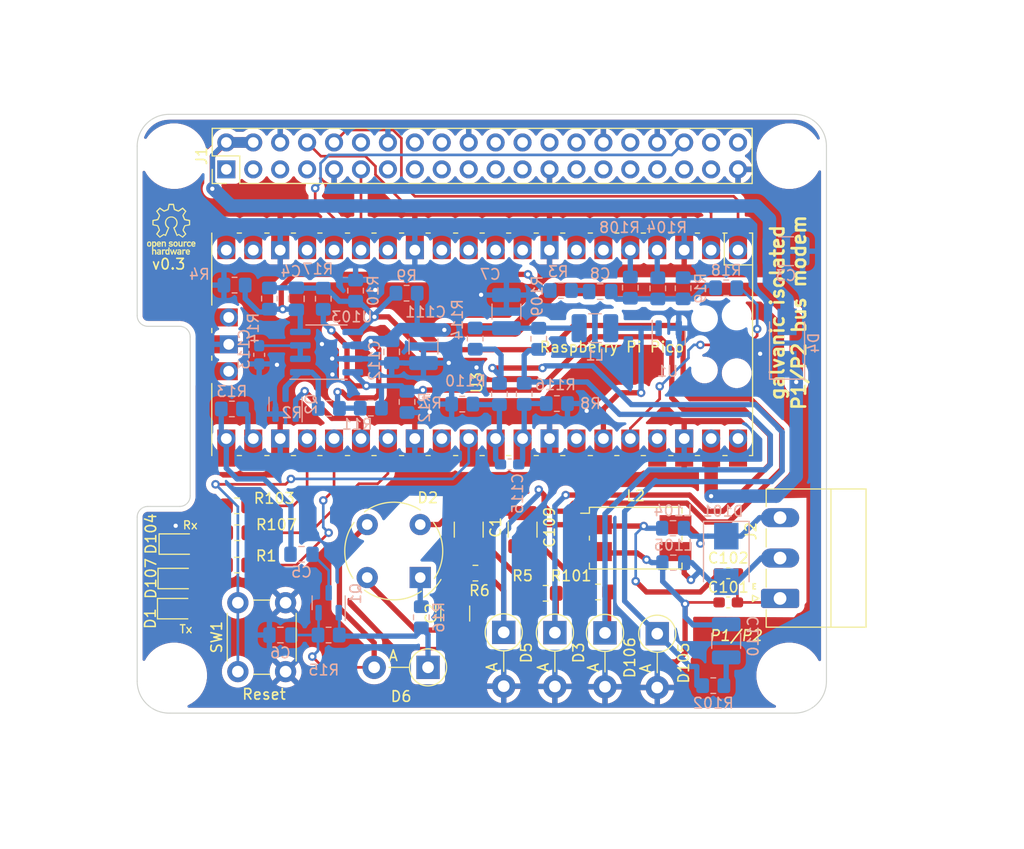
<source format=kicad_pcb>
(kicad_pcb (version 20211014) (generator pcbnew)
  (layers (0 "F.Cu" signal) (31 "B.Cu" signal) (34 "B.Paste" user) (35 "F.Paste" user) (36 "B.SilkS" user "B.Silkscreen") (37 "F.SilkS" user "F.Silkscreen") (38 "B.Mask" user) (39 "F.Mask" user) (44 "Edge.Cuts" user))
  (net 0 "")
  (net 1 "Net-(C101-Pad1)")
  (net 2 "GND")
  (net 3 "Net-(C1-Pad1)")
  (net 4 "Net-(C1-Pad2)")
  (net 5 "Net-(C109-Pad2)")
  (net 6 "Net-(C110-Pad2)")
  (net 7 "Net-(D107-Pad2)")
  (net 8 "Net-(C2-Pad2)")
  (net 9 "Earth")
  (net 10 "+3V3")
  (net 12 "Net-(D101-Pad2)")
  (net 13 "Net-(D101-Pad1)")
  (net 14 "Net-(D1-Pad2)")
  (net 15 "Net-(D3-Pad1)")
  (net 16 "+5V")
  (net 17 "/A_H")
  (net 18 "/SHUTDOWN")
  (net 19 "/A_L")
  (net 20 "Net-(C4-Pad1)")
  (net 21 "Net-(C4-Pad2)")
  (net 22 "Net-(C113-Pad1)")
  (net 23 "Net-(D104-Pad2)")
  (net 24 "/ADC_B")
  (net 25 "/ADC_A")
  (net 26 "/LED_TX")
  (net 27 "Net-(D105-Pad1)")
  (net 28 "Net-(D106-Pad1)")
  (net 33 "/RX")
  (net 34 "/TX")
  (net 35 "/RTS")
  (net 38 "/BUS_COL")
  (net 55 "/CTS")
  (net 60 "/CARRIER")
  (net 62 "/LED_RX")
  (net 69 "/CARRIER_DETECT")
  (net 71 "/PWR_LED")
  (net 73 "Net-(C5-Pad2)")
  (net 76 "Net-(C8-Pad2)")
  (net 79 "Net-(C7-Pad1)")
  (net 80 "Net-(D2-Pad1)")
  (net 81 "+VDC")
  (net 82 "+3.3VADC")
  (net 83 "Net-(SW1-Pad1)")
  (net 85 "Net-(C6-Pad2)")
  (net 86 "Net-(D6-Pad1)")
  (net 87 "Net-(C8-Pad1)")
  (net 88 "Net-(R2-Pad2)")
  (footprint "Capacitor_SMD:C_0603_1608Metric_Pad1.08x0.95mm_HandSolder" (layer "F.Cu") (at 110.8385 77.692)
    (fp_text reference "C101")
    (fp_text value "1n")
  )
  (footprint "Capacitor_SMD:C_1210_3225Metric_Pad1.33x2.70mm_HandSolder" (layer "F.Cu") (at 91.44 70.8275 -90)
    (fp_text reference "C109")
    (fp_text value "1u")
  )
  (footprint "Diode_THT:D_DO-41_SOD81_P5.08mm_Vertical_AnodeUp" (layer "F.Cu") (at 104.14 80.645 -90)
    (fp_text reference "D105")
    (fp_text value "ZF 5,6")
  )
  (footprint "LED_SMD:LED_0805_2012Metric_Pad1.15x1.40mm_HandSolder" (layer "F.Cu") (at 58.919 75.438)
    (fp_text reference "D107")
    (fp_text value "LED")
  )
  (footprint "Resistor_SMD:R_0805_2012Metric_Pad1.20x1.40mm_HandSolder" (layer "F.Cu") (at 98.552 76.708 180)
    (fp_text reference "R101")
    (fp_text value "4.7")
  )
  (footprint "Resistor_SMD:R_0805_2012Metric_Pad1.20x1.40mm_HandSolder" (layer "F.Cu") (at 64.532 71.12 180)
    (fp_text reference "R107")
    (fp_text value "470")
  )
  (footprint "LED_SMD:LED_0805_2012Metric_Pad1.15x1.40mm_HandSolder" (layer "F.Cu") (at 59.0206 72.1868)
    (fp_text reference "D104")
    (fp_text value "LED")
  )
  (footprint "Resistor_SMD:R_0805_2012Metric_Pad1.20x1.40mm_HandSolder" (layer "F.Cu") (at 64.516 68.58 180)
    (fp_text reference "R103")
    (fp_text value "470")
  )
  (footprint "Capacitor_SMD:C_0603_1608Metric_Pad1.08x0.95mm_HandSolder" (layer "F.Cu") (at 110.8385 74.942)
    (fp_text reference "C102")
    (fp_text value "1n")
  )
  (footprint "Diode_THT:D_DO-41_SOD81_P5.08mm_Vertical_AnodeUp" (layer "F.Cu") (at 99.2124 80.5688 -90)
    (fp_text reference "D106")
    (fp_text value "ZF 5,6")
  )
  (footprint "Capacitor_SMD:C_1210_3225Metric_Pad1.33x2.70mm_HandSolder" (layer "F.Cu") (at 85.09 78.74 90)
    (fp_text reference "C2")
    (fp_text value "6u8")
  )
  (footprint "Resistor_SMD:R_0805_2012Metric_Pad1.20x1.40mm_HandSolder" (layer "F.Cu") (at 64.516 74.168 180)
    (fp_text reference "R1")
    (fp_text value "470")
  )
  (footprint "Resistor_SMD:R_0805_2012Metric_Pad1.20x1.40mm_HandSolder" (layer "F.Cu") (at 93.615 76.835 180)
    (fp_text reference "R5")
    (fp_text value "1")
  )
  (footprint "Button_Switch_THT:SW_PUSH_6mm_H5mm" (layer "F.Cu") (at 64.588 84.224 90)
    (fp_text reference "SW1")
    (fp_text value "SW_Push")
  )
  (footprint "RPi_Hat:RPi_Hat_Mounting_Hole" (layer "F.Cu") (at 116.586 35.582)
    (fp_text reference "" hide)
    (fp_text value "" hide)
  )
  (footprint "Diode_THT:D_DO-41_SOD81_P5.08mm_Vertical_AnodeUp" (layer "F.Cu") (at 94.488 80.54395 -90)
    (fp_text reference "D3")
    (fp_text value "ZF 5,6")
  )
  (footprint "RPi_Hat:RPi_Hat_Mounting_Hole" (layer "F.Cu") (at 58.586 84.582)
    (fp_text reference "" hide)
    (fp_text value "" hide)
  )
  (footprint "RPi_Hat:RPi_Hat_Mounting_Hole" (layer "F.Cu") (at 116.586 84.582)
    (fp_text reference "" hide)
    (fp_text value "" hide)
  )
  (footprint "Diode_THT:D_DO-41_SOD81_P5.08mm_Vertical_AnodeUp" (layer "F.Cu") (at 82.52405 83.82 180)
    (fp_text reference "D6")
    (fp_text value "ZF 15")
  )
  (footprint "Diode_THT:D_DO-41_SOD81_P5.08mm_Vertical_AnodeUp" (layer "F.Cu") (at 89.662 80.518 -90)
    (fp_text reference "D5")
    (fp_text value "ZF 5,6")
  )
  (footprint "Capacitor_SMD:C_1210_3225Metric_Pad1.33x2.70mm_HandSolder" (layer "F.Cu") (at 86.36 70.8275 -90)
    (fp_text reference "C1")
    (fp_text value "6u8")
  )
  (footprint "RPi_Hat:RPi_Hat_Mounting_Hole" (layer "F.Cu") (at 58.586 35.582)
    (fp_text reference "" hide)
    (fp_text value "" hide)
  )
  (footprint "Connector_PinHeader_2.54mm:PinHeader_2x20_P2.54mm_Vertical" (layer "F.Cu") (at 63.5 36.83 90)
    (fp_text reference "J1")
    (fp_text value "Raspberry_Pi_2_3")
  )
  (footprint "Pico:RPi_Pico_SMD_TH" (layer "F.Cu") (at 87.63 53.34 -90)
    (fp_text reference "U3")
    (fp_text value "Pico" hide)
  )
  (footprint "B82790C0:L_CommonMode_TDK_B82790C0" (layer "F.Cu") (at 102.108 71.628)
    (fp_text reference "L2")
    (fp_text value "L_Coupled_1243")
  )
  (footprint "Diode_THT:Diode_Bridge_Round_D9.0mm" (layer "F.Cu") (at 81.788 75.3472 180)
    (fp_text reference "D2")
    (fp_text value "D_Bridge_+A-A")
  )
  (footprint "LED_SMD:LED_0805_2012Metric_Pad1.15x1.40mm_HandSolder" (layer "F.Cu") (at 58.8682 78.2828)
    (fp_text reference "D1")
    (fp_text value "LED")
  )
  (footprint "Connector_Phoenix_MC:PhoenixContact_MC_1,5_3-G-3.81_1x03_P3.81mm_Horizontal" (layer "F.Cu") (at 115.7224 77.3176 90)
    (fp_text reference "J2")
    (fp_text value "PC MC_1,5_2-G-3.81")
  )
  (footprint "Resistor_SMD:R_0805_2012Metric_Pad1.20x1.40mm_HandSolder" (layer "F.Cu") (at 86.995 74.93 180)
    (fp_text reference "R6")
    (fp_text value "1")
  )
  (footprint "Capacitor_SMD:C_1210_3225Metric_Pad1.33x2.70mm_HandSolder" (layer "B.Cu") (at 110.6424 81.3185 -90)
    (fp_text reference "C110")
    (fp_text value "1u")
  )
  (footprint "Diode_SMD:D_SMB" (layer "B.Cu") (at 110.651 73.592 -90)
    (fp_text reference "D101")
    (fp_text value "SM6T 36A STM")
  )
  (footprint "Resistor_SMD:R_0805_2012Metric_Pad1.20x1.40mm_HandSolder" (layer "B.Cu") (at 109.4232 85.5472)
    (fp_text reference "R102")
    (fp_text value "4,7")
  )
  (footprint "Resistor_SMD:R_0805_2012Metric_Pad1.20x1.40mm_HandSolder" (layer "B.Cu") (at 92.964 52.816 -90)
    (fp_text reference "R109")
    (fp_text value "6k2")
  )
  (footprint "Resistor_SMD:R_0805_2012Metric_Pad1.20x1.40mm_HandSolder" (layer "B.Cu") (at 89.2556 58.0296 90)
    (fp_text reference "R110")
    (fp_text value "12k")
  )
  (footprint "Resistor_SMD:R_0805_2012Metric_Pad1.20x1.40mm_HandSolder" (layer "B.Cu") (at 86.9696 52.7972 -90)
    (fp_text reference "R114")
    (fp_text value "6k2")
  )
  (footprint "Resistor_SMD:R_0805_2012Metric_Pad1.20x1.40mm_HandSolder" (layer "B.Cu") (at 91.5924 58.0136 90)
    (fp_text reference "R116")
    (fp_text value "12k")
  )
  (footprint "Package_SO:SOIC-8_3.9x4.9mm_P1.27mm" (layer "B.Cu") (at 72.9488 54.0727)
    (fp_text reference "U103")
    (fp_text value "TS4990")
  )
  (footprint "Resistor_SMD:R_0805_2012Metric_Pad1.20x1.40mm_HandSolder" (layer "B.Cu") (at 104.1908 48.0568 -90)
    (fp_text reference "R104")
    (fp_text value "4k7")
  )
  (footprint "Resistor_SMD:R_0805_2012Metric_Pad1.20x1.40mm_HandSolder" (layer "B.Cu") (at 101.6 47.99 90)
    (fp_text reference "R108")
    (fp_text value "4k7")
  )
  (footprint "Capacitor_SMD:C_1210_3225Metric_Pad1.33x2.70mm_HandSolder" (layer "B.Cu") (at 82.0928 53.5432 90)
    (fp_text reference "C111")
    (fp_text value "10u")
  )
  (footprint "Capacitor_SMD:C_0805_2012Metric_Pad1.18x1.45mm_HandSolder" (layer "B.Cu") (at 79.0956 54.0512 90)
    (fp_text reference "C112")
    (fp_text value "100n")
  )
  (footprint "Capacitor_SMD:C_0603_1608Metric_Pad1.08x0.95mm_HandSolder" (layer "B.Cu") (at 66.5988 54.3306 -90)
    (fp_text reference "C113")
    (fp_text value "1u")
  )
  (footprint "Capacitor_SMD:C_0603_1608Metric_Pad1.08x0.95mm_HandSolder" (layer "B.Cu") (at 90.2208 64.6684 180)
    (fp_text reference "C115")
    (fp_text value "100p")
  )
  (footprint "Inductor_SMD:L_0805_2012Metric_Pad1.15x1.40mm_HandSolder" (layer "B.Cu") (at 105.651 73.942 180)
    (fp_text reference "L105")
    (fp_text value "BLM21PG 331")
  )
  (footprint "Inductor_SMD:L_0805_2012Metric_Pad1.15x1.40mm_HandSolder" (layer "B.Cu") (at 105.626 70.692 180)
    (fp_text reference "L104")
    (fp_text value "BLM21PG 331")
  )
  (footprint "Resistor_SMD:R_0805_2012Metric_Pad1.20x1.40mm_HandSolder" (layer "B.Cu") (at 73.1465 80.772)
    (fp_text reference "R15")
    (fp_text value "100k")
  )
  (footprint "Inductor_SMD:L_1210_3225Metric_Pad1.42x2.65mm_HandSolder" (layer "B.Cu") (at 98.2615 51.816 180)
    (fp_text reference "L1")
    (fp_text value "680u")
  )
  (footprint "Resistor_SMD:R_0805_2012Metric_Pad1.20x1.40mm_HandSolder" (layer "B.Cu") (at 95.0468 48.26 180)
    (fp_text reference "R3")
    (fp_text value "10k")
  )
  (footprint "Resistor_SMD:R_0805_2012Metric_Pad1.20x1.40mm_HandSolder" (layer "B.Cu") (at 94.6752 58.928 180)
    (fp_text reference "R8")
    (fp_text value "18k")
  )
  (footprint "Resistor_SMD:R_0805_2012Metric_Pad1.20x1.40mm_HandSolder" (layer "B.Cu") (at 81.8896 79.0956 90)
    (fp_text reference "R16")
    (fp_text value "220k")
  )
  (footprint "Capacitor_SMD:C_0805_2012Metric_Pad1.18x1.45mm_HandSolder" (layer "B.Cu") (at 70.5905 73.152)
    (fp_text reference "C5")
    (fp_text value "100n")
  )
  (footprint "Package_TO_SOT_SMD:SOT-23" (layer "B.Cu") (at 105.222 52.7535 -90)
    (fp_text reference "U1")
    (fp_text value "LM4040DBZ-3")
  )
  (footprint "Diode_SMD:D_SMA" (layer "B.Cu") (at 116.3828 53.2196 90)
    (fp_text reference "D4")
    (fp_text value "B120-E3")
  )
  (footprint "Resistor_SMD:R_0805_2012Metric_Pad1.20x1.40mm_HandSolder" (layer "B.Cu") (at 75.692 48.276 90)
    (fp_text reference "R10")
    (fp_text value "10k")
  )
  (footprint "Resistor_SMD:R_0805_2012Metric_Pad1.20x1.40mm_HandSolder" (layer "B.Cu") (at 80.502 48.514 180)
    (fp_text reference "R9")
    (fp_text value "10k")
  )
  (footprint "Resistor_SMD:R_0805_2012Metric_Pad1.20x1.40mm_HandSolder" (layer "B.Cu") (at 64.278 47.752 180)
    (fp_text reference "R4")
    (fp_text value "DNP")
  )
  (footprint "Resistor_SMD:R_0805_2012Metric_Pad1.20x1.40mm_HandSolder" (layer "B.Cu") (at 80.5434 58.7756 -90)
    (fp_text reference "R12")
    (fp_text value "10k")
  )
  (footprint "Capacitor_SMD:C_1210_3225Metric_Pad1.33x2.70mm_HandSolder" (layer "B.Cu") (at 89.916 50.2535 90)
    (fp_text reference "C7")
    (fp_text value "1u")
  )
  (footprint "Resistor_SMD:R_0805_2012Metric_Pad1.20x1.40mm_HandSolder" (layer "B.Cu") (at 67.564 49.022 90)
    (fp_text reference "R14")
    (fp_text value "76k")
  )
  (footprint "Capacitor_SMD:C_1210_3225Metric_Pad1.33x2.70mm_HandSolder" (layer "B.Cu") (at 116.2812 44.5516)
    (fp_text reference "C3")
    (fp_text value "4u7")
  )
  (footprint "Resistor_SMD:R_0805_2012Metric_Pad1.20x1.40mm_HandSolder" (layer "B.Cu") (at 73.168 59.3852 180)
    (fp_text reference "R2")
    (fp_text value "10k")
  )
  (footprint "Resistor_SMD:R_0805_2012Metric_Pad1.20x1.40mm_HandSolder" (layer "B.Cu") (at 72.644 49.038 90)
    (fp_text reference "R17")
    (fp_text value "12k")
  )
  (footprint "Capacitor_SMD:C_0805_2012Metric_Pad1.18x1.45mm_HandSolder" (layer "B.Cu") (at 98.7563 48.3616 180)
    (fp_text reference "C8")
    (fp_text value "100n")
  )
  (footprint "Capacitor_SMD:C_0805_2012Metric_Pad1.18x1.45mm_HandSolder" (layer "B.Cu") (at 70.104 49.0435 90)
    (fp_text reference "C4")
    (fp_text value "220p")
  )
  (footprint "Package_TO_SOT_SMD:SOT-23" (layer "B.Cu") (at 69.088 58.9788 90)
    (fp_text reference "Q2")
    (fp_text value "BSS123")
  )
  (footprint "Capacitor_SMD:C_0805_2012Metric_Pad1.18x1.45mm_HandSolder" (layer "B.Cu") (at 68.6015 80.772)
    (fp_text reference "C6")
    (fp_text value "100n")
  )
  (footprint "Resistor_SMD:R_0805_2012Metric_Pad1.20x1.40mm_HandSolder" (layer "B.Cu") (at 64.024 59.436 180)
    (fp_text reference "R13")
    (fp_text value "2k2")
  )
  (footprint "Resistor_SMD:R_0805_2012Metric_Pad1.20x1.40mm_HandSolder" (layer "B.Cu") (at 85.7504 58.9788)
    (fp_text reference "R7")
    (fp_text value "18k")
  )
  (footprint "Resistor_SMD:R_0805_2012Metric_Pad1.20x1.40mm_HandSolder" (layer "B.Cu") (at 106.5784 48.0474 90)
    (fp_text reference "R19")
    (fp_text value "10k")
  )
  (footprint "Resistor_SMD:R_0805_2012Metric_Pad1.20x1.40mm_HandSolder" (layer "B.Cu") (at 110.6424 48.006 180)
    (fp_text reference "R18")
    (fp_text value "10k")
  )
  (footprint "Resistor_SMD:R_0805_2012Metric_Pad1.20x1.40mm_HandSolder" (layer "B.Cu") (at 77.1304 59.3598)
    (fp_text reference "R11")
    (fp_text value "10k")
  )
  (footprint "Package_TO_SOT_SMD:SOT-23" (layer "B.Cu") (at 73.152 77.724 90)
    (fp_text reference "Q1")
    (fp_text value "BSS123")
  )
  (gr_poly (pts (xy 56.231682 43.634577) (xy 56.238359 43.63485) (xy 56.244865 43.635297) (xy 56.251203 43.635911) (xy 56.257374 43.636687) (xy 56.26338 43.637618) (xy 56.269224 43.638698) (xy 56.274909 43.63992) (xy 56.280435 43.641278) (xy 56.285806 43.642766) (xy 56.291024 43.644377) (xy 56.296091 43.646104) (xy 56.301009 43.647943) (xy 56.30578 43.649885) (xy 56.310407 43.651925) (xy 56.314892 43.654057) (xy 56.323445 43.65857) (xy 56.331455 43.663372) (xy 56.338942 43.668412) (xy 56.345922 43.673641) (xy 56.352413 43.679007) (xy 56.358434 43.684459) (xy 56.364002 43.689946) (xy 56.369135 43.695418) (xy 56.375736 43.702978) (xy 56.381841 43.710609) (xy 56.38746 43.718404) (xy 56.392603 43.726458) (xy 56.39728 43.734862) (xy 56.4015 43.743712) (xy 56.405273 43.753099) (xy 56.408608 43.763118) (xy 56.411515 43.773862) (xy 56.414003 43.785424) (xy 56.416082 43.797898) (xy 56.417761 43.811377) (xy 56.419051 43.825955) (xy 56.41996 43.841725) (xy 56.420499 43.85878) (xy 56.420676 43.877213) (xy 56.420499 43.895801) (xy 56.41996 43.912993) (xy 56.419051 43.928881) (xy 56.417761 43.943562) (xy 56.416082 43.95713) (xy 56.414003 43.969679) (xy 56.411515 43.981304) (xy 56.408608 43.992099) (xy 56.405273 44.002159) (xy 56.4015 44.011578) (xy 56.39728 44.020452) (xy 56.392603 44.028873) (xy 56.38746 44.036938) (xy 56.381841 44.04474) (xy 56.375736 44.052374) (xy 56.369135 44.059935) (xy 56.364002 44.065406) (xy 56.358434 44.070891) (xy 56.352413 44.076341) (xy 56.345922 44.081703) (xy 56.338942 44.086928) (xy 56.331455 44.091964) (xy 56.323445 44.096761) (xy 56.314892 44.101269) (xy 56.30578 44.105436) (xy 56.296091 44.109212) (xy 56.285806 44.112546) (xy 56.274909 44.115388) (xy 56.26338 44.117686) (xy 56.251203 44.119391) (xy 56.238359 44.120451) (xy 56.224832 44.120815) (xy 56.217979 44.120723) (xy 56.211299 44.120451) (xy 56.204791 44.120004) (xy 56.198452 44.119391) (xy 56.192279 44.118616) (xy 56.186271 44.117686) (xy 56.180425 44.116608) (xy 56.174739 44.115388) (xy 56.169211 44.114032) (xy 56.163839 44.112546) (xy 56.15862 44.110938) (xy 56.153552 44.109212) (xy 56.148633 44.107376) (xy 56.143861 44.105436) (xy 56.139233 44.103398) (xy 56.134748 44.101269) (xy 56.126194 44.096762) (xy 56.118183 44.091964) (xy 56.110696 44.086928) (xy 56.103715 44.081703) (xy 56.097223 44.076341) (xy 56.091202 44.070892) (xy 56.085634 44.065406) (xy 56.080501 44.059935) (xy 56.073901 44.052374) (xy 56.067797 44.044741) (xy 56.062179 44.03694) (xy 56.057037 44.028877) (xy 56.052362 44.020457) (xy 56.048145 44.011585) (xy 56.044374 44.002167) (xy 56.041042 43.992109) (xy 56.038138 43.981315) (xy 56.035652 43.969691) (xy 56.033575 43.957142) (xy 56.031898 43.943573) (xy 56.03061 43.928891) (xy 56.029702 43.913) (xy 56.029164 43.895806) (xy 56.028987 43.877213) (xy 56.124554 43.877213) (xy 56.124622 43.889637) (xy 56.124831 43.900957) (xy 56.125192 43.911258) (xy 56.125713 43.920623) (xy 56.126405 43.929138) (xy 56.127277 43.936884) (xy 56.128338 43.943947) (xy 56.129598 43.95041) (xy 56.131067 43.956358) (xy 56.132754 43.961873) (xy 56.134669 43.96704) (xy 56.136822 43.971942) (xy 56.139221 43.976665) (xy 56.141877 43.98129) (xy 56.144799 43.985903) (xy 56.147997 43.990587) (xy 56.150814 43.994225) (xy 56.153986 43.997737) (xy 56.157493 44.001108) (xy 56.161315 44.004323) (xy 56.165435 44.007367) (xy 56.169831 44.010225) (xy 56.174486 44.012882) (xy 56.179379 44.015323) (xy 56.184493 44.017533) (xy 56.189807 44.019497) (xy 56.195303 44.0212) (xy 56.200961 44.022627) (xy 56.206762 44.023763) (xy 56.212687 44.024592) (xy 56.218716 44.025101) (xy 56.224832 44.025274) (xy 56.230942 44.025101) (xy 56.236968 44.024591) (xy 56.242889 44.02376) (xy 56.248687 44.022623) (xy 56.254343 44.021194) (xy 56.259837 44.01949) (xy 56.265151 44.017524) (xy 56.270264 44.015313) (xy 56.275158 44.012871) (xy 56.279813 44.010213) (xy 56.284212 44.007355) (xy 56.288333 44.004312) (xy 56.292158 44.001098) (xy 56.295668 43.99773) (xy 56.298844 43.994221) (xy 56.300301 43.992419) (xy 56.301667 43.990587) (xy 56.304864 43.985904) (xy 56.307785 43.981292) (xy 56.31044 43.976671) (xy 56.312837 43.971957) (xy 56.314988 43.967068) (xy 56.316901 43.961922) (xy 56.318585 43.956435) (xy 56.320052 43.950526) (xy 56.32131 43.944112) (xy 56.322368 43.93711) (xy 56.323238 43.929439) (xy 56.323928 43.921014) (xy 56.324447 43.911754) (xy 56.324806 43.901577) (xy 56.325082 43.87814) (xy 56.325015 43.865716) (xy 56.324806 43.854394) (xy 56.324447 43.844091) (xy 56.323928 43.834722) (xy 56.323238 43.826205) (xy 56.322368 43.818455) (xy 56.32131 43.811389) (xy 56.320052 43.804923) (xy 56.318585 43.798973) (xy 56.316901 43.793457) (xy 56.314988 43.78829) (xy 56.312837 43.783388) (xy 56.31044 43.778668) (xy 56.307785 43.774047) (xy 56.304864 43.769441) (xy 56.301667 43.764765) (xy 56.298844 43.761127) (xy 56.295668 43.757615) (xy 56.292158 43.754245) (xy 56.288333 43.75103) (xy 56.284212 43.747986) (xy 56.279813 43.745128) (xy 56.275158 43.742471) (xy 56.270264 43.74003) (xy 56.265151 43.73782) (xy 56.259837 43.735856) (xy 56.254343 43.734153) (xy 56.248687 43.732726) (xy 56.242889 43.73159) (xy 56.236968 43.73076) (xy 56.230942 43.730251) (xy 56.224832 43.730078) (xy 56.218716 43.730252) (xy 56.212687 43.730761) (xy 56.206762 43.731593) (xy 56.200961 43.73273) (xy 56.195303 43.734159) (xy 56.189807 43.735863) (xy 56.184493 43.737829) (xy 56.179379 43.74004) (xy 56.174486 43.742482) (xy 56.169831 43.74514) (xy 56.165435 43.747998) (xy 56.161315 43.751041) (xy 56.157493 43.754254) (xy 56.153986 43.757623) (xy 56.150814 43.761132) (xy 56.14936 43.762934) (xy 56.147997 43.764765) (xy 56.144799 43.76944) (xy 56.141877 43.774045) (xy 56.139221 43.778662) (xy 56.136822 43.783373) (xy 56.134669 43.788261) (xy 56.132754 43.793408) (xy 56.131067 43.798896) (xy 56.129598 43.804807) (xy 56.128338 43.811224) (xy 56.127277 43.818229) (xy 56.126405 43.825904) (xy 56.125713 43.834332) (xy 56.125192 43.843594) (xy 56.124831 43.853774) (xy 56.124554 43.877213) (xy 56.028987 43.877213) (xy 56.029164 43.85878) (xy 56.029702 43.841726) (xy 56.03061 43.825957) (xy 56.031898 43.811381) (xy 56.033575 43.797904) (xy 56.035652 43.785431) (xy 56.038138 43.773871) (xy 56.041042 43.763128) (xy 56.044374 43.75311) (xy 56.048145 43.743723) (xy 56.052362 43.734874) (xy 56.057037 43.726469) (xy 56.062179 43.718414) (xy 56.067797 43.710616) (xy 56.073901 43.702982) (xy 56.080501 43.695418) (xy 56.085634 43.689946) (xy 56.091202 43.684459) (xy 56.097223 43.679007) (xy 56.103715 43.673641) (xy 56.110696 43.668413) (xy 56.118183 43.663372) (xy 56.126194 43.65857) (xy 56.134748 43.654057) (xy 56.143861 43.649885) (xy 56.153552 43.646104) (xy 56.163839 43.642766) (xy 56.174739 43.63992) (xy 56.186271 43.637618) (xy 56.198452 43.635911) (xy 56.211299 43.63485) (xy 56.224832 43.634485)) (layer "F.SilkS") (width 0.02) (fill solid))
  (gr_poly (pts (xy 59.584834 44.385059) (xy 59.591809 44.385543) (xy 59.598643 44.386341) (xy 59.605341 44.387442) (xy 59.611908 44.388841) (xy 59.618349 44.390527) (xy 59.62467 44.392494) (xy 59.630875 44.394732) (xy 59.636972 44.397233) (xy 59.642964 44.39999) (xy 59.648858 44.402995) (xy 59.654659 44.406238) (xy 59.660371 44.409712) (xy 59.666001 44.413408) (xy 59.671554 44.417318) (xy 59.677035 44.421435) (xy 59.607688 44.503906) (xy 59.603545 44.500856) (xy 59.599534 44.498043) (xy 59.595633 44.495462) (xy 59.59182 44.493106) (xy 59.588074 44.490971) (xy 59.584371 44.48905) (xy 59.58069 44.487339) (xy 59.577009 44.485831) (xy 59.573306 44.484522) (xy 59.569558 44.483405) (xy 59.565744 44.482475) (xy 59.561841 44.481727) (xy 59.557828 44.481154) (xy 59.553682 44.480752) (xy 59.54938 44.480515) (xy 59.544902 44.480437) (xy 59.536134 44.480791) (xy 59.527456 44.481863) (xy 59.518932 44.483665) (xy 59.510629 44.486212) (xy 59.506581 44.487769) (xy 59.502612 44.489517) (xy 59.498732 44.491458) (xy 59.494948 44.493593) (xy 59.491269 44.495925) (xy 59.487702 44.498454) (xy 59.484256 44.501184) (xy 59.480939 44.504114) (xy 59.47776 44.507248) (xy 59.474726 44.510586) (xy 59.471846 44.51413) (xy 59.469128 44.517883) (xy 59.46658 44.521846) (xy 59.464211 44.52602) (xy 59.462028 44.530407) (xy 59.460041 44.535009) (xy 59.458256 44.539827) (xy 59.456683 44.544864) (xy 59.455329 44.550121) (xy 59.454202 44.555599) (xy 59.453312 44.5613) (xy 59.452666 44.567227) (xy 59.452273 44.57338) (xy 59.45214 44.579762) (xy 59.45214 44.865591) (xy 59.356599 44.865591) (xy 59.356599 44.390531) (xy 59.45214 44.390531) (xy 59.45214 44.44112) (xy 59.454045 44.44112) (xy 59.459818 44.434314) (xy 59.46589 44.427948) (xy 59.472254 44.422019) (xy 59.4789 44.416529) (xy 59.485821 44.411478) (xy 59.493008 44.406866) (xy 59.500453 44.402693) (xy 59.508148 44.398959) (xy 59.516085 44.395663) (xy 59.524255 44.392807) (xy 59.53265 44.39039) (xy 59.541261 44.388412) (xy 59.550082 44.386874) (xy 59.559102 44.385775) (xy 59.568314 44.385116) (xy 59.577711 44.384896)) (layer "F.SilkS") (width 0.02) (fill solid))
  (gr_poly (pts (xy 58.381133 44.723165) (xy 58.383011 44.723165) (xy 58.49075 44.390531) (xy 58.560097 44.390531) (xy 58.667835 44.723165) (xy 58.669767 44.723165) (xy 58.760598 44.390531) (xy 58.861828 44.390531) (xy 58.710063 44.865591) (xy 58.625687 44.865591) (xy 58.526362 44.53293) (xy 58.524484 44.53293) (xy 58.42516 44.865591) (xy 58.340837 44.865591) (xy 58.189045 44.390531) (xy 58.290222 44.390531)) (layer "F.SilkS") (width 0.02) (fill solid))
  (gr_poly (pts (xy 57.15183 43.634711) (xy 57.161528 43.635388) (xy 57.171115 43.636508) (xy 57.180578 43.638065) (xy 57.189902 43.640055) (xy 57.199073 43.64247) (xy 57.208078 43.645305) (xy 57.216902 43.648553) (xy 57.225531 43.652209) (xy 57.233951 43.656267) (xy 57.242148 43.660721) (xy 57.250108 43.665564) (xy 57.257816 43.670791) (xy 57.26526 43.676395) (xy 57.272424 43.682372) (xy 57.279295 43.688714) (xy 57.285859 43.695416) (xy 57.292101 43.702471) (xy 57.298007 43.709875) (xy 57.303564 43.71762) (xy 57.308757 43.725701) (xy 57.313573 43.734112) (xy 57.317996 43.742846) (xy 57.322014 43.751899) (xy 57.325612 43.761263) (xy 57.328775 43.770933) (xy 57.331491 43.780902) (xy 57.333744 43.791166) (xy 57.335521 43.801717) (xy 57.336808 43.812551) (xy 57.33759 43.82366) (xy 57.337854 43.835039) (xy 57.337854 43.913752) (xy 57.041759 43.913752) (xy 57.041898 43.920932) (xy 57.042312 43.927886) (xy 57.042994 43.934616) (xy 57.04394 43.941119) (xy 57.045145 43.947397) (xy 57.046601 43.953449) (xy 57.048305 43.959275) (xy 57.05025 43.964874) (xy 57.052432 43.970247) (xy 57.054844 43.975393) (xy 57.057481 43.980312) (xy 57.060338 43.985005) (xy 57.063409 43.98947) (xy 57.066689 43.993708) (xy 57.070172 43.997718) (xy 57.073853 44.001501) (xy 57.077726 44.005055) (xy 57.081786 44.008382) (xy 57.086027 44.01148) (xy 57.090443 44.01435) (xy 57.09503 44.016991) (xy 57.099782 44.019404) (xy 57.104694 44.021588) (xy 57.109759 44.023542) (xy 57.114972 44.025267) (xy 57.120328 44.026763) (xy 57.125822 44.028029) (xy 57.131448 44.029066) (xy 57.1372 44.029872) (xy 57.143073 44.030448) (xy 57.149061 44.030794) (xy 57.155159 44.030909) (xy 57.16204 44.030712) (xy 57.168966 44.030127) (xy 57.175916 44.02916) (xy 57.18287 44.027818) (xy 57.189808 44.026108) (xy 57.196708 44.024036) (xy 57.203551 44.021611) (xy 57.210315 44.018838) (xy 57.216981 44.015724) (xy 57.223527 44.012277) (xy 57.229932 44.008504) (xy 57.236178 44.00441) (xy 57.242242 44.000004) (xy 57.248104 43.995292) (xy 57.253744 43.990281) (xy 57.259141 43.984978) (xy 57.328488 44.04398) (xy 57.319541 44.053799) (xy 57.310281 44.062884) (xy 57.300725 44.071251) (xy 57.29089 44.078912) (xy 57.280791 44.085882) (xy 57.270446 44.092173) (xy 57.25987 44.0978) (xy 57.24908 44.102777) (xy 57.238092 44.107116) (xy 57.226923 44.110833) (xy 57.215588 44.11394) (xy 57.204105 44.116452) (xy 57.192489 44.118381) (xy 57.180758 44.119742) (xy 57.168926 44.120549) (xy 57.157011 44.120815) (xy 57.138585 44.120241) (xy 57.119975 44.11842) (xy 57.101371 44.115203) (xy 57.082961 44.110444) (xy 57.064935 44.103994) (xy 57.056126 44.100088) (xy 57.047484 44.095704) (xy 57.039032 44.090823) (xy 57.030795 44.085427) (xy 57.022796 44.079497) (xy 57.015059 44.073015) (xy 57.007608 44.065961) (xy 57.000465 44.058318) (xy 56.993656 44.050068) (xy 56.987203 44.041191) (xy 56.98113 44.031668) (xy 56.975461 44.021483) (xy 56.970219 44.010615) (xy 56.965429 43.999047) (xy 56.961113 43.986761) (xy 56.957297 43.973736) (xy 56.954002 43.959956) (xy 56.951253 43.945401) (xy 56.949074 43.930053) (xy 56.947489 43.913893) (xy 56.94652 43.896903) (xy 56.946192 43.879065) (xy 56.946493 43.862124) (xy 56.947382 43.845902) (xy 56.948398 43.835065) (xy 57.041759 43.835065) (xy 57.242287 43.835065) (xy 57.241912 43.828395) (xy 57.241316 43.821924) (xy 57.240504 43.815653) (xy 57.23948 43.809582) (xy 57.238248 43.803713) (xy 57.236812 43.798047) (xy 57.235176 43.792583) (xy 57.233346 43.787323) (xy 57.231325 43.782269) (xy 57.229117 43.777419) (xy 57.226727 43.772777) (xy 57.224159 43.768342) (xy 57.221417 43.764114) (xy 57.218506 43.760096) (xy 57.21543 43.756288) (xy 57.212194 43.752691) (xy 57.2088 43.749305) (xy 57.205255 43.746131) (xy 57.201561 43.743171) (xy 57.197724 43.740424) (xy 57.193748 43.737893) (xy 57.189636 43.735577) (xy 57.185394 43.733478) (xy 57.181025 43.731596) (xy 57.176534 43.729933) (xy 57.171926 43.728488) (xy 57.167203 43.727264) (xy 57.162371 43.72626) (xy 57.157434 43.725478) (xy 57.152397 43.724918) (xy 57.147262 43.724582) (xy 57.142036 43.72447) (xy 57.136807 43.724582) (xy 57.131665 43.724918) (xy 57.126615 43.725478) (xy 57.121662 43.72626) (xy 57.11681 43.727264) (xy 57.112065 43.728488) (xy 57.107431 43.729933) (xy 57.102913 43.731596) (xy 57.098515 43.733478) (xy 57.094243 43.735577) (xy 57.090102 43.737893) (xy 57.086095 43.740424) (xy 57.082229 43.743171) (xy 57.078507 43.746131) (xy 57.074936 43.749305) (xy 57.071518 43.752691) (xy 57.06826 43.756288) (xy 57.065165 43.760096) (xy 57.06224 43.764114) (xy 57.059488 43.768341) (xy 57.056915 43.772777) (xy 57.054525 43.777419) (xy 57.052323 43.782268) (xy 57.050313 43.787323) (xy 57.048502 43.792583) (xy 57.046893 43.798046) (xy 57.045491 43.803713) (xy 57.044301 43.809582) (xy 57.043328 43.815653) (xy 57.042577 43.821924) (xy 57.042052 43.828395) (xy 57.041759 43.835065) (xy 56.948398 43.835065) (xy 56.948838 43.830385) (xy 56.950839 43.815563) (xy 56.953364 43.801424) (xy 56.956393 43.787955) (xy 56.959903 43.775145) (xy 56.963874 43.762983) (xy 56.968284 43.751455) (xy 56.973112 43.740551) (xy 56.978336 43.730259) (xy 56.983936 43.720567) (xy 56.98989 43.711463) (xy 56.996177 43.702935) (xy 57.002776 43.694971) (xy 57.009665 43.68756) (xy 57.016823 43.680689) (xy 57.024229 43.674348) (xy 57.031862 43.668524) (xy 57.0397 43.663204) (xy 57.047722 43.658379) (xy 57.055907 43.654035) (xy 57.064234 43.650161) (xy 57.072681 43.646744) (xy 57.081226 43.643774) (xy 57.08985 43.641239) (xy 57.098531 43.639126) (xy 57.107246 43.637423) (xy 57.124698 43.635203) (xy 57.142036 43.634484)) (layer "F.SilkS") (width 0.02) (fill solid))
  (gr_poly (pts (xy 57.154801 44.385367) (xy 57.175404 44.386816) (xy 57.19502 44.389301) (xy 57.204439 44.390949) (xy 57.213587 44.392877) (xy 57.222457 44.395092) (xy 57.23104 44.397601) (xy 57.239328 44.400411) (xy 57.247313 44.403528) (xy 57.254987 44.406961) (xy 57.262342 44.410716) (xy 57.269371 44.414799) (xy 57.276064 44.419219) (xy 57.282414 44.423982) (xy 57.288413 44.429095) (xy 57.294053 44.434565) (xy 57.299325 44.440399) (xy 57.304222 44.446605) (xy 57.308735 44.453188) (xy 57.312857 44.460157) (xy 57.316579 44.467518) (xy 57.319893 44.475278) (xy 57.322792 44.483445) (xy 57.325267 44.492025) (xy 57.32731 44.501025) (xy 57.328913 44.510453) (xy 57.330068 44.520315) (xy 57.330767 44.530619) (xy 57.331001 44.541371) (xy 57.331001 44.865591) (xy 57.235408 44.865591) (xy 57.235408 44.823416) (xy 57.233529 44.823416) (xy 57.229684 44.829364) (xy 57.225504 44.834898) (xy 57.220961 44.840022) (xy 57.216027 44.844739) (xy 57.210676 44.849055) (xy 57.204879 44.852973) (xy 57.19861 44.856499) (xy 57.191841 44.859635) (xy 57.184544 44.862386) (xy 57.176693 44.864757) (xy 57.168259 44.866751) (xy 57.159215 44.868374) (xy 57.149535 44.869628) (xy 57.13919 44.870519) (xy 57.128154 44.87105) (xy 57.116398 44.871227) (xy 57.106601 44.871044) (xy 57.097065 44.870501) (xy 57.087794 44.869607) (xy 57.07879 44.868368) (xy 57.070058 44.866793) (xy 57.0616 44.864889) (xy 57.05342 44.862665) (xy 57.045521 44.860128) (xy 57.037906 44.857286) (xy 57.030578 44.854148) (xy 57.023542 44.85072) (xy 57.016799 44.847012) (xy 57.010353 44.84303) (xy 57.004207 44.838783) (xy 56.998366 44.834279) (xy 56.992831 44.829525) (xy 56.987607 44.82453) (xy 56.982695 44.819301) (xy 56.978101 44.813846) (xy 56.973827 44.808173) (xy 56.969876 44.80229) (xy 56.966251 44.796204) (xy 56.962956 44.789925) (xy 56.959995 44.783459) (xy 56.957369 44.776815) (xy 56.955083 44.77) (xy 56.95314 44.763023) (xy 56.951542 44.75589) (xy 56.950294 44.748611) (xy 56.949399 44.741193) (xy 56.948859 44.733643) (xy 56.948679 44.725971) (xy 56.94878 44.721287) (xy 57.038611 44.721287) (xy 57.038911 44.727206) (xy 57.039825 44.733002) (xy 57.041373 44.738639) (xy 57.043577 44.744083) (xy 57.044931 44.746721) (xy 57.046457 44.749297) (xy 57.048156 44.751806) (xy 57.050032 44.754245) (xy 57.052087 44.756608) (xy 57.054324 44.758891) (xy 57.056746 44.76109) (xy 57.059354 44.7632) (xy 57.062151 44.765217) (xy 57.065141 44.767137) (xy 57.068325 44.768954) (xy 57.071707 44.770664) (xy 57.075288 44.772264) (xy 57.079071 44.773747) (xy 57.083059 44.775111) (xy 57.087255 44.77635) (xy 57.096279 44.778436) (xy 57.106163 44.779971) (xy 57.116928 44.780918) (xy 57.128595 44.781242) (xy 57.142919 44.781129) (xy 57.15605 44.780736) (xy 57.168026 44.779977) (xy 57.178883 44.77877) (xy 57.183903 44.777972) (xy 57.188658 44.77703) (xy 57.193152 44.775934) (xy 57.197389 44.774674) (xy 57.201375 44.773239) (xy 57.205113 44.771618) (xy 57.208609 44.769801) (xy 57.211866 44.767778) (xy 57.214891 44.765537) (xy 57.217686 44.763069) (xy 57.220258 44.760364) (xy 57.22261 44.75741) (xy 57.224748 44.754197) (xy 57.226675 44.750714) (xy 57.228397 44.746952) (xy 57.229918 44.7429) (xy 57.231242 44.738546) (xy 57.232375 44.733882) (xy 57.233321 44.728895) (xy 57.234084 44.723577) (xy 57.23467 44.717916) (xy 57.235083 44.711901) (xy 57.235327 44.705523) (xy 57.235408 44.698771) (xy 57.235408 44.664084) (xy 57.121108 44.664084) (xy 57.115922 44.66415) (xy 57.110911 44.664345) (xy 57.106075 44.664669) (xy 57.101413 44.665119) (xy 57.096923 44.665694) (xy 57.092606 44.666391) (xy 57.088461 44.667208) (xy 57.084487 44.668144) (xy 57.080683 44.669197) (xy 57.077048 44.670365) (xy 57.073583 44.671646) (xy 57.070286 44.673037) (xy 57.067156 44.674538) (xy 57.064193 44.676147) (xy 57.061396 44.677861) (xy 57.058765 44.679678) (xy 57.056299 44.681597) (xy 57.053996 44.683615) (xy 57.051858 44.685732) (xy 57.049881 44.687944) (xy 57.048067 44.690251) (xy 57.046415 44.692649) (xy 57.044923 44.695138) (xy 57.04359 44.697715) (xy 57.042418 44.700379) (xy 57.041403 44.703127) (xy 57.040547 44.705958) (xy 57.039848 44.70887) (xy 57.039306 44.711861) (xy 57.038919 44.714928) (xy 57.038688 44.718071) (xy 57.038611 44.721287) (xy 56.94878 44.721287) (xy 56.948832 44.718891) (xy 56.949293 44.711887) (xy 56.95006 44.704968) (xy 56.951133 44.698144) (xy 56.952511 44.691424) (xy 56.954194 44.68482) (xy 56.956181 44.678339) (xy 56.958472 44.671993) (xy 56.961067 44.665791) (xy 56.963964 44.659742) (xy 56.967164 44.653857) (xy 56.970665 44.648145) (xy 56.974468 44.642617) (xy 56.978571 44.637281) (xy 56.982975 44.632148) (xy 56.987678 44.627228) (xy 56.992681 44.62253) (xy 56.997982 44.618064) (xy 57.003581 44.61384) (xy 57.009479 44.609867) (xy 57.015673 44.606156) (xy 57.022164 44.602717) (xy 57.028951 44.599558) (xy 57.036033 44.596691) (xy 57.043411 44.594124) (xy 57.051083 44.591867) (xy 57.05905 44.589931) (xy 57.06731 44.588325) (xy 57.075863 44.587059) (xy 57.084708 44.586142) (xy 57.093846 44.585585) (xy 57.103275 44.585397) (xy 57.235408 44.585397) (xy 57.235408 44.535735) (xy 57.235065 44.527643) (xy 57.234633 44.523845) (xy 57.234026 44.520211) (xy 57.233241 44.516736) (xy 57.232276 44.513419) (xy 57.231129 44.510258) (xy 57.2298 44.50725) (xy 57.228285 44.504393) (xy 57.226582 44.501683) (xy 57.224691 44.49912) (xy 57.222609 44.496701) (xy 57.220334 44.494423) (xy 57.217864 44.492283) (xy 57.215198 44.49028) (xy 57.212333 44.488411) (xy 57.209267 44.486674) (xy 57.206 44.485066) (xy 57.19885 44.482229) (xy 57.190869 44.47988) (xy 57.182042 44.478001) (xy 57.172352 44.476573) (xy 57.161785 44.475576) (xy 57.150327 44.474992) (xy 57.137962 44.474801) (xy 57.128952 44.474914) (xy 57.120529 44.475259) (xy 57.112663 44.47585) (xy 57.105324 44.476698) (xy 57.101844 44.477222) (xy 57.098486 44.477815) (xy 57.095245 44.478479) (xy 57.092118 44.479215) (xy 57.089101 44.480024) (xy 57.086192 44.480908) (xy 57.083386 44.481869) (xy 57.080679 44.482908) (xy 57.078069 44.484026) (xy 57.075551 44.485226) (xy 57.073122 44.486508) (xy 57.070779 44.487874) (xy 57.068517 44.489326) (xy 57.066333 44.490866) (xy 57.064224 44.492494) (xy 57.062186 44.494212) (xy 57.060215 44.496023) (xy 57.058308 44.497926) (xy 57.056461 44.499925) (xy 57.054671 44.50202) (xy 57.052933 44.504212) (xy 57.051245 44.506505) (xy 57.049603 44.508898) (xy 57.048003 44.511394) (xy 56.973047 44.454243) (xy 56.980085 44.445119) (xy 56.987501 44.436724) (xy 56.995298 44.429039) (xy 57.003482 44.422043) (xy 57.012055 44.415719) (xy 57.021022 44.410047) (xy 57.030387 44.405007) (xy 57.040155 44.400579) (xy 57.050329 44.396745) (xy 57.060914 44.393485) (xy 57.071914 44.39078) (xy 57.083332 44.38861) (xy 57.095174 44.386956) (xy 57.107442 44.385799) (xy 57.120143 44.385118) (xy 57.133278 44.384896)) (layer "F.SilkS") (width 0.02) (fill solid))
  (gr_poly (pts (xy 58.720119 43.634577) (xy 58.726801 43.63485) (xy 58.733311 43.635297) (xy 58.739652 43.635911) (xy 58.745826 43.636687) (xy 58.751835 43.637618) (xy 58.757681 43.638698) (xy 58.763368 43.63992) (xy 58.768896 43.641278) (xy 58.774269 43.642766) (xy 58.779488 43.644377) (xy 58.784555 43.646104) (xy 58.789474 43.647943) (xy 58.794246 43.649885) (xy 58.798873 43.651925) (xy 58.803358 43.654057) (xy 58.81191 43.65857) (xy 58.81992 43.663372) (xy 58.827405 43.668412) (xy 58.834384 43.673641) (xy 58.840875 43.679007) (xy 58.846895 43.684459) (xy 58.852462 43.689946) (xy 58.857595 43.695418) (xy 58.864194 43.702978) (xy 58.870299 43.710609) (xy 58.875917 43.718404) (xy 58.881058 43.726458) (xy 58.885733 43.734862) (xy 58.889951 43.743712) (xy 58.893721 43.753099) (xy 58.897054 43.763118) (xy 58.899958 43.773862) (xy 58.902444 43.785424) (xy 58.90452 43.797898) (xy 58.906198 43.811377) (xy 58.907486 43.825955) (xy 58.908394 43.841725) (xy 58.908932 43.85878) (xy 58.909109 43.877213) (xy 58.908932 43.895801) (xy 58.908394 43.912993) (xy 58.907486 43.928881) (xy 58.906198 43.943562) (xy 58.90452 43.95713) (xy 58.902444 43.969679) (xy 58.899958 43.981304) (xy 58.897054 43.992099) (xy 58.893721 44.002159) (xy 58.889951 44.011578) (xy 58.885733 44.020452) (xy 58.881058 44.028873) (xy 58.875917 44.036938) (xy 58.870299 44.04474) (xy 58.864194 44.052374) (xy 58.857595 44.059935) (xy 58.852462 44.065406) (xy 58.846895 44.070891) (xy 58.840875 44.076341) (xy 58.834384 44.081703) (xy 58.827405 44.086928) (xy 58.81992 44.091964) (xy 58.81191 44.096761) (xy 58.803358 44.101269) (xy 58.794246 44.105436) (xy 58.784555 44.109212) (xy 58.774268 44.112546) (xy 58.763368 44.115388) (xy 58.751835 44.117686) (xy 58.739652 44.119391) (xy 58.726801 44.120451) (xy 58.713264 44.120815) (xy 58.706414 44.120723) (xy 58.699737 44.120451) (xy 58.693231 44.120004) (xy 58.686894 44.119391) (xy 58.680724 44.118616) (xy 58.674718 44.117686) (xy 58.668875 44.116608) (xy 58.663191 44.115388) (xy 58.657666 44.114032) (xy 58.652296 44.112546) (xy 58.647079 44.110938) (xy 58.642013 44.109212) (xy 58.637096 44.107376) (xy 58.632326 44.105436) (xy 58.6277 44.103398) (xy 58.623216 44.101269) (xy 58.614667 44.096762) (xy 58.606658 44.091964) (xy 58.599174 44.086928) (xy 58.592196 44.081703) (xy 58.585706 44.076341) (xy 58.579687 44.070892) (xy 58.574119 44.065406) (xy 58.568987 44.059935) (xy 58.562386 44.052374) (xy 58.55628 44.044741) (xy 58.55066 44.03694) (xy 58.545515 44.028877) (xy 58.540836 44.020457) (xy 58.536614 44.011585) (xy 58.532839 44.002167) (xy 58.529501 43.992109) (xy 58.526592 43.981315) (xy 58.524102 43.969691) (xy 58.52202 43.957142) (xy 58.520339 43.943573) (xy 58.519047 43.928891) (xy 58.518137 43.913) (xy 58.517597 43.895806) (xy 58.51742 43.877213) (xy 58.613013 43.877213) (xy 58.613081 43.889637) (xy 58.61329 43.900957) (xy 58.613651 43.911258) (xy 58.614173 43.920623) (xy 58.614865 43.929138) (xy 58.615737 43.936884) (xy 58.616799 43.943947) (xy 58.61806 43.95041) (xy 58.619531 43.956358) (xy 58.62122 43.961873) (xy 58.623137 43.96704) (xy 58.625292 43.971942) (xy 58.627694 43.976665) (xy 58.630354 43.98129) (xy 58.63328 43.985903) (xy 58.636482 43.990587) (xy 58.639291 43.994225) (xy 58.642456 43.997737) (xy 58.645958 44.001108) (xy 58.649778 44.004323) (xy 58.653895 44.007367) (xy 58.65829 44.010225) (xy 58.662945 44.012882) (xy 58.667838 44.015323) (xy 58.672952 44.017533) (xy 58.678266 44.019497) (xy 58.68376 44.0212) (xy 58.689416 44.022627) (xy 58.695214 44.023763) (xy 58.701134 44.024592) (xy 58.707158 44.025101) (xy 58.713264 44.025274) (xy 58.719379 44.025101) (xy 58.725409 44.024591) (xy 58.731334 44.02376) (xy 58.737135 44.022623) (xy 58.742793 44.021194) (xy 58.748288 44.01949) (xy 58.753603 44.017524) (xy 58.758716 44.015313) (xy 58.76361 44.012871) (xy 58.768265 44.010213) (xy 58.772661 44.007355) (xy 58.77678 44.004312) (xy 58.780603 44.001098) (xy 58.784109 43.99773) (xy 58.787281 43.994221) (xy 58.788736 43.992419) (xy 58.790099 43.990587) (xy 58.793301 43.985904) (xy 58.796225 43.981292) (xy 58.798882 43.976671) (xy 58.801281 43.971957) (xy 58.803432 43.967068) (xy 58.805345 43.961922) (xy 58.807029 43.956435) (xy 58.808494 43.950526) (xy 58.809751 43.944112) (xy 58.810808 43.93711) (xy 58.811676 43.929439) (xy 58.812364 43.921014) (xy 58.812882 43.911754) (xy 58.81324 43.901577) (xy 58.813515 43.87814) (xy 58.813448 43.865716) (xy 58.81324 43.854394) (xy 58.812882 43.844091) (xy 58.812364 43.834722) (xy 58.811676 43.826205) (xy 58.810808 43.818455) (xy 58.809751 43.811389) (xy 58.808494 43.804923) (xy 58.807029 43.798973) (xy 58.805345 43.793457) (xy 58.803432 43.78829) (xy 58.801281 43.783388) (xy 58.798882 43.778668) (xy 58.796225 43.774047) (xy 58.793301 43.769441) (xy 58.790099 43.764765) (xy 58.787281 43.761127) (xy 58.784109 43.757615) (xy 58.780603 43.754245) (xy 58.77678 43.75103) (xy 58.772661 43.747986) (xy 58.768265 43.745128) (xy 58.76361 43.742471) (xy 58.758716 43.74003) (xy 58.753603 43.73782) (xy 58.748288 43.735856) (xy 58.742793 43.734153) (xy 58.737135 43.732726) (xy 58.731334 43.73159) (xy 58.725409 43.73076) (xy 58.719379 43.730251) (xy 58.713264 43.730078) (xy 58.707158 43.730252) (xy 58.701134 43.730761) (xy 58.695214 43.731593) (xy 58.689416 43.73273) (xy 58.68376 43.734159) (xy 58.678266 43.735863) (xy 58.672952 43.737829) (xy 58.667838 43.74004) (xy 58.662945 43.742482) (xy 58.65829 43.74514) (xy 58.653895 43.747998) (xy 58.649778 43.751041) (xy 58.645958 43.754254) (xy 58.642456 43.757623) (xy 58.639291 43.761132) (xy 58.637841 43.762934) (xy 58.636482 43.764765) (xy 58.63328 43.76944) (xy 58.630354 43.774045) (xy 58.627694 43.778662) (xy 58.625292 43.783373) (xy 58.623137 43.788261) (xy 58.62122 43.793408) (xy 58.619531 43.798896) (xy 58.61806 43.804807) (xy 58.616799 43.811224) (xy 58.615737 43.818229) (xy 58.614865 43.825904) (xy 58.614173 43.834332) (xy 58.613651 43.843594) (xy 58.61329 43.853774) (xy 58.613013 43.877213) (xy 58.51742 43.877213) (xy 58.517597 43.85878) (xy 58.518137 43.841726) (xy 58.519047 43.825957) (xy 58.520339 43.811381) (xy 58.52202 43.797904) (xy 58.524102 43.785431) (xy 58.526592 43.773871) (xy 58.529501 43.763128) (xy 58.532839 43.75311) (xy 58.536614 43.743723) (xy 58.540836 43.734874) (xy 58.545515 43.726469) (xy 58.55066 43.718414) (xy 58.55628 43.710616) (xy 58.562386 43.702982) (xy 58.568987 43.695418) (xy 58.574119 43.689946) (xy 58.579687 43.684459) (xy 58.585706 43.679007) (xy 58.592196 43.673641) (xy 58.599174 43.668413) (xy 58.606659 43.663372) (xy 58.614667 43.65857) (xy 58.623217 43.654057) (xy 58.632326 43.649885) (xy 58.642013 43.646104) (xy 58.652296 43.642766) (xy 58.663191 43.63992) (xy 58.674718 43.637618) (xy 58.686894 43.635911) (xy 58.699737 43.63485) (xy 58.713264 43.634485)) (layer "F.SilkS") (width 0.02) (fill solid))
  (gr_poly (pts (xy 58.280657 43.634832) (xy 58.295376 43.635703) (xy 58.309509 43.637134) (xy 58.323082 43.639109) (xy 58.336121 43.641612) (xy 58.348653 43.644625) (xy 58.360704 43.648133) (xy 58.372299 43.652119) (xy 58.383466 43.656566) (xy 58.39423 43.661458) (xy 58.404618 43.666779) (xy 58.414655 43.672511) (xy 58.424369 43.678639) (xy 58.433785 43.685145) (xy 58.44293 43.692014) (xy 58.45183 43.699228) (xy 58.392827 43.768523) (xy 58.385788 43.763712) (xy 58.378708 43.75911) (xy 58.37157 43.754733) (xy 58.364355 43.750593) (xy 58.357046 43.746705) (xy 58.349626 43.743081) (xy 58.342075 43.739738) (xy 58.334378 43.736687) (xy 58.326514 43.733943) (xy 58.318468 43.73152) (xy 58.310221 43.729432) (xy 58.301756 43.727692) (xy 58.293054 43.726315) (xy 58.284097 43.725314) (xy 58.274869 43.724703) (xy 58.265351 43.724496) (xy 58.259761 43.724567) (xy 58.254403 43.724778) (xy 58.249274 43.725126) (xy 58.24437 43.725608) (xy 58.239688 43.726222) (xy 58.235223 43.726963) (xy 58.230973 43.72783) (xy 58.226934 43.72882) (xy 58.223102 43.729928) (xy 58.219473 43.731154) (xy 58.216045 43.732493) (xy 58.212812 43.733942) (xy 58.209773 43.735499) (xy 58.206923 43.737161) (xy 58.204258 43.738925) (xy 58.201775 43.740788) (xy 58.19947 43.742747) (xy 58.197341 43.744798) (xy 58.195382 43.74694) (xy 58.193591 43.749169) (xy 58.191964 43.751482) (xy 58.190498 43.753877) (xy 58.189188 43.75635) (xy 58.188031 43.758898) (xy 58.187024 43.761519) (xy 58.186163 43.764209) (xy 58.185444 43.766966) (xy 58.184864 43.769786) (xy 58.184419 43.772667) (xy 58.184106 43.775606) (xy 58.18392 43.7786) (xy 58.183859 43.781646) (xy 58.184039 43.785507) (xy 58.184596 43.789342) (xy 58.185556 43.793129) (xy 58.186946 43.796842) (xy 58.188791 43.800456) (xy 58.191118 43.803946) (xy 58.193952 43.807289) (xy 58.195568 43.808897) (xy 58.19732 43.810459) (xy 58.199212 43.811972) (xy 58.201248 43.813432) (xy 58.20343 43.814837) (xy 58.205762 43.816184) (xy 58.208248 43.817468) (xy 58.210889 43.818688) (xy 58.216654 43.820922) (xy 58.223083 43.82286) (xy 58.230203 43.824477) (xy 58.238039 43.825749) (xy 58.246619 43.826652) (xy 58.325332 43.832235) (xy 58.334387 43.833005) (xy 58.343099 43.834082) (xy 58.351472 43.835458) (xy 58.359509 43.837127) (xy 58.367215 43.839082) (xy 58.374593 43.841315) (xy 58.381645 43.84382) (xy 58.388377 43.84659) (xy 58.394792 43.849618) (xy 58.400893 43.852897) (xy 58.406683 43.85642) (xy 58.412168 43.860181) (xy 58.417349 43.864173) (xy 58.422231 43.868388) (xy 58.426818 43.87282) (xy 58.431113 43.877462) (xy 58.435119 43.882307) (xy 58.43884 43.887348) (xy 58.442281 43.892578) (xy 58.445444 43.89799) (xy 58.448333 43.903579) (xy 58.450952 43.909335) (xy 58.453304 43.915254) (xy 58.455393 43.921327) (xy 58.457223 43.927548) (xy 58.458797 43.93391) (xy 58.461193 43.94703) (xy 58.462609 43.960632) (xy 58.463074 43.97466) (xy 58.462824 43.983243) (xy 58.462079 43.991593) (xy 58.460852 43.999707) (xy 58.459154 44.007582) (xy 58.456996 44.015216) (xy 58.45439 44.022606) (xy 58.451347 44.029751) (xy 58.447878 44.036646) (xy 58.443994 44.04329) (xy 58.439707 44.049681) (xy 58.435028 44.055814) (xy 58.429969 44.061689) (xy 58.42454 44.067302) (xy 58.418754 44.072651) (xy 58.412621 44.077734) (xy 58.406152 44.082547) (xy 58.39936 44.087088) (xy 58.392255 44.091355) (xy 58.377153 44.099055) (xy 58.360936 44.105626) (xy 58.343696 44.111049) (xy 58.325521 44.115303) (xy 58.306504 44.118366) (xy 58.286735 44.120219) (xy 58.266304 44.120842) (xy 58.251964 44.120512) (xy 58.237763 44.119522) (xy 58.223707 44.117869) (xy 58.209803 44.115554) (xy 58.196058 44.112574) (xy 58.182479 44.108929) (xy 58.169073 44.104616) (xy 58.155847 44.099635) (xy 58.142807 44.093985) (xy 58.129961 44.087663) (xy 58.117316 44.080669) (xy 58.104877 44.073001) (xy 58.092653 44.064658) (xy 58.08065 44.055639) (xy 58.068876 44.045942) (xy 58.057336 44.035566) (xy 58.123852 43.970003) (xy 58.131629 43.977332) (xy 58.139516 43.984196) (xy 58.147535 43.990595) (xy 58.155707 43.996527) (xy 58.164056 44.001991) (xy 58.172602 44.006986) (xy 58.181368 44.011511) (xy 58.190375 44.015564) (xy 58.199646 44.019145) (xy 58.209203 44.022252) (xy 58.219066 44.024885) (xy 58.22926 44.027041) (xy 58.239804 44.02872) (xy 58.250722 44.029921) (xy 58.262035 44.030642) (xy 58.273765 44.030883) (xy 58.278813 44.030823) (xy 58.283769 44.030642) (xy 58.288629 44.030341) (xy 58.293387 44.02992) (xy 58.298041 44.029379) (xy 58.302584 44.028718) (xy 58.307014 44.027937) (xy 58.311324 44.027037) (xy 58.315511 44.026018) (xy 58.31957 44.024879) (xy 58.323498 44.023622) (xy 58.327288 44.022245) (xy 58.330937 44.02075) (xy 58.334441 44.019136) (xy 58.337794 44.017404) (xy 58.340992 44.015554) (xy 58.344032 44.013586) (xy 58.346908 44.011499) (xy 58.349616 44.009295) (xy 58.352151 44.006974) (xy 58.354509 44.004535) (xy 58.356685 44.001979) (xy 58.358676 43.999305) (xy 58.360476 43.996515) (xy 58.362081 43.993608) (xy 58.363487 43.990585) (xy 58.364688 43.987445) (xy 58.365682 43.984188) (xy 58.366462 43.980816) (xy 58.367025 43.977327) (xy 58.367366 43.973723) (xy 58.367481 43.970003) (xy 58.367407 43.966908) (xy 58.367189 43.963948) (xy 58.366829 43.961119) (xy 58.366331 43.958418) (xy 58.365697 43.955843) (xy 58.364932 43.95339) (xy 58.364039 43.951057) (xy 58.363019 43.94884) (xy 58.361878 43.946738) (xy 58.360618 43.944746) (xy 58.359242 43.942863) (xy 58.357754 43.941085) (xy 58.356157 43.939409) (xy 58.354454 43.937832) (xy 58.352648 43.936352) (xy 58.350742 43.934966) (xy 58.348741 43.93367) (xy 58.346646 43.932462) (xy 58.342191 43.930297) (xy 58.337403 43.928449) (xy 58.332309 43.926895) (xy 58.326933 43.92561) (xy 58.321302 43.924573) (xy 58.315441 43.923759) (xy 58.309378 43.923145) (xy 58.225029 43.915657) (xy 58.210525 43.913956) (xy 58.196559 43.911318) (xy 58.189795 43.90965) (xy 58.183186 43.907751) (xy 58.176738 43.905622) (xy 58.170459 43.903265) (xy 58.164356 43.900679) (xy 58.158435 43.897867) (xy 58.152704 43.894829) (xy 58.147168 43.891566) (xy 58.141836 43.888079) (xy 58.136714 43.88437) (xy 58.131808 43.880439) (xy 58.127126 43.876287) (xy 58.122675 43.871916) (xy 58.118461 43.867327) (xy 58.114491 43.86252) (xy 58.110773 43.857496) (xy 58.107312 43.852258) (xy 58.104116 43.846805) (xy 58.101193 43.841139) (xy 58.098547 43.83526) (xy 58.096187 43.829171) (xy 58.09412 43.822871) (xy 58.092352 43.816362) (xy 58.090889 43.809646) (xy 58.08974 43.802722) (xy 58.088911 43.795592) (xy 58.088408 43.788258) (xy 58.088239 43.78072) (xy 58.088463 43.771808) (xy 58.089127 43.763172) (xy 58.090221 43.754811) (xy 58.091736 43.746727) (xy 58.093663 43.738919) (xy 58.095991 43.731388) (xy 58.09871 43.724134) (xy 58.101811 43.717159) (xy 58.105284 43.710463) (xy 58.109119 43.704046) (xy 58.113307 43.697908) (xy 58.117837 43.692051) (xy 58.1227 43.686474) (xy 58.127886 43.681179) (xy 58.133385 43.676165) (xy 58.139188 43.671434) (xy 58.145285 43.666985) (xy 58.151665 43.66282) (xy 58.158319 43.658938) (xy 58.165238 43.655341) (xy 58.172412 43.652029) (xy 58.17983 43.649002) (xy 58.195362 43.643805) (xy 58.211756 43.639757) (xy 58.228933 43.63686) (xy 58.246815 43.635119) (xy 58.265325 43.634538)) (layer "F.SilkS") (width 0.02) (fill solid))
  (gr_poly (pts (xy 59.884447 44.385096) (xy 59.894144 44.385772) (xy 59.903731 44.386892) (xy 59.913193 44.38845) (xy 59.922517 44.39044) (xy 59.931687 44.392854) (xy 59.940691 44.395689) (xy 59.949514 44.398937) (xy 59.958142 44.402593) (xy 59.966561 44.40665) (xy 59.974757 44.411103) (xy 59.982716 44.415946) (xy 59.990423 44.421172) (xy 59.997866 44.426776) (xy 60.005029 44.432751) (xy 60.011899 44.439092) (xy 60.018461 44.445793) (xy 60.024702 44.452847) (xy 60.030607 44.460249) (xy 60.036163 44.467992) (xy 60.041355 44.476071) (xy 60.046169 44.484479) (xy 60.050592 44.493211) (xy 60.054608 44.502261) (xy 60.058205 44.511622) (xy 60.061368 44.521289) (xy 60.064083 44.531255) (xy 60.066335 44.541515) (xy 60.068112 44.552063) (xy 60.069398 44.562892) (xy 60.070181 44.573996) (xy 60.070444 44.58537) (xy 60.070444 44.664137) (xy 59.774402 44.664137) (xy 59.774541 44.671312) (xy 59.774954 44.678262) (xy 59.775637 44.684987) (xy 59.776582 44.691487) (xy 59.777786 44.697761) (xy 59.779242 44.70381) (xy 59.780945 44.709632) (xy 59.78289 44.715229) (xy 59.78507 44.720599) (xy 59.787481 44.725743) (xy 59.790117 44.73066) (xy 59.792973 44.73535) (xy 59.796043 44.739814) (xy 59.799322 44.74405) (xy 59.802804 44.748059) (xy 59.806483 44.75184) (xy 59.810355 44.755393) (xy 59.814413 44.758719) (xy 59.818653 44.761816) (xy 59.823069 44.764685) (xy 59.827655 44.767326) (xy 59.832405 44.769738) (xy 59.837315 44.771921) (xy 59.84238 44.773876) (xy 59.847592 44.775601) (xy 59.852948 44.777096) (xy 59.858441 44.778362) (xy 59.864065 44.779398) (xy 59.869817 44.780205) (xy 59.87569 44.780781) (xy 59.881678 44.781126) (xy 59.887776 44.781242) (xy 59.894648 44.781046) (xy 59.901566 44.780462) (xy 59.90851 44.779497) (xy 59.915461 44.778158) (xy 59.922395 44.776451) (xy 59.929294 44.774383) (xy 59.936137 44.77196) (xy 59.942902 44.76919) (xy 59.949569 44.766079) (xy 59.956118 44.762633) (xy 59.962527 44.75886) (xy 59.968776 44.754765) (xy 59.974844 44.750356) (xy 59.980711 44.74564) (xy 59.986355 44.740622) (xy 59.991757 44.73531) (xy 60.061104 44.794365) (xy 60.052157 44.804184) (xy 60.042897 44.81327) (xy 60.033342 44.821636) (xy 60.023507 44.829298) (xy 60.013409 44.836267) (xy 60.003064 44.842558) (xy 59.992489 44.848186) (xy 59.9817 44.853162) (xy 59.970713 44.857502) (xy 59.959546 44.861219) (xy 59.948213 44.864326) (xy 59.936733 44.866837) (xy 59.92512 44.868767) (xy 59.913392 44.870128) (xy 59.901565 44.870935) (xy 59.889655 44.8712) (xy 59.871224 44.870626) (xy 59.85261 44.868805) (xy 59.834002 44.865589) (xy 59.815589 44.860829) (xy 59.797561 44.854378) (xy 59.78875 44.850472) (xy 59.780107 44.846087) (xy 59.771655 44.841205) (xy 59.763417 44.835808) (xy 59.755417 44.829877) (xy 59.747679 44.823393) (xy 59.740227 44.816339) (xy 59.733084 44.808694) (xy 59.726274 44.800442) (xy 59.719821 44.791563) (xy 59.713748 44.782039) (xy 59.708078 44.771851) (xy 59.702837 44.760981) (xy 59.698046 44.74941) (xy 59.693731 44.73712) (xy 59.689914 44.724093) (xy 59.686619 44.710309) (xy 59.68387 44.69575) (xy 59.681691 44.680398) (xy 59.680106 44.664234) (xy 59.679137 44.64724) (xy 59.678808 44.629397) (xy 59.67911 44.612457) (xy 59.679999 44.596234) (xy 59.681016 44.585397) (xy 59.774402 44.585397) (xy 59.974903 44.585397) (xy 59.974531 44.578731) (xy 59.973937 44.572264) (xy 59.973127 44.565997) (xy 59.972104 44.559929) (xy 59.970873 44.554063) (xy 59.969438 44.548398) (xy 59.967804 44.542936) (xy 59.965974 44.537677) (xy 59.963953 44.532623) (xy 59.961745 44.527774) (xy 59.959355 44.523132) (xy 59.956787 44.518696) (xy 59.954046 44.514469) (xy 59.951134 44.51045) (xy 59.948058 44.506641) (xy 59.94482 44.503042) (xy 59.941426 44.499655) (xy 59.93788 44.49648) (xy 59.934186 44.493518) (xy 59.930348 44.49077) (xy 59.926371 44.488237) (xy 59.922258 44.485919) (xy 59.918015 44.483819) (xy 59.913646 44.481935) (xy 59.909154 44.48027) (xy 59.904544 44.478824) (xy 59.899821 44.477599) (xy 59.894989 44.476594) (xy 59.890052 44.475811) (xy 59.885014 44.47525) (xy 59.879879 44.474914) (xy 59.874653 44.474801) (xy 59.869424 44.474914) (xy 59.864282 44.47525) (xy 59.859232 44.475811) (xy 59.854279 44.476594) (xy 59.849427 44.477599) (xy 59.844682 44.478824) (xy 59.840048 44.48027) (xy 59.83553 44.481935) (xy 59.831132 44.483819) (xy 59.826861 44.485919) (xy 59.822719 44.488237) (xy 59.818713 44.49077) (xy 59.814847 44.493518) (xy 59.811126 44.49648) (xy 59.807555 44.499655) (xy 59.804138 44.503042) (xy 59.80088 44.506641) (xy 59.797787 44.51045) (xy 59.794862 44.514469) (xy 59.792111 44.518696) (xy 59.789539 44.523132) (xy 59.78715 44.527774) (xy 59.784949 44.532623) (xy 59.782941 44.537677) (xy 59.781131 44.542936) (xy 59.779524 44.548398) (xy 59.778123 44.554062) (xy 59.776936 44.559929) (xy 59.775965 44.565997) (xy 59.775216 44.572264) (xy 59.774693 44.578731) (xy 59.774402 44.585397) (xy 59.681016 44.585397) (xy 59.681455 44.580719) (xy 59.683457 44.565898) (xy 59.685983 44.551759) (xy 59.689012 44.538292) (xy 59.692523 44.525484) (xy 59.696495 44.513323) (xy 59.700905 44.501798) (xy 59.705734 44.490896) (xy 59.710959 44.480606) (xy 59.71656 44.470916) (xy 59.722515 44.461814) (xy 59.728803 44.453288) (xy 59.735402 44.445327) (xy 59.742292 44.437918) (xy 59.749451 44.43105) (xy 59.756857 44.424711) (xy 59.76449 44.418889) (xy 59.772329 44.413573) (xy 59.780351 44.408749) (xy 59.788536 44.404407) (xy 59.796862 44.400535) (xy 59.805309 44.397121) (xy 59.813854 44.394153) (xy 59.822477 44.391619) (xy 59.831156 44.389507) (xy 59.83987 44.387806) (xy 59.857319 44.385588) (xy 59.874653 44.384869)) (layer "F.SilkS") (width 0.02) (fill solid))
  (gr_poly (pts (xy 57.664259 44.385059) (xy 57.671241 44.385543) (xy 57.678079 44.386341) (xy 57.68478 44.387442) (xy 57.691347 44.388841) (xy 57.697788 44.390527) (xy 57.704108 44.392494) (xy 57.710312 44.394732) (xy 57.716405 44.397233) (xy 57.722395 44.39999) (xy 57.728285 44.402995) (xy 57.734082 44.406238) (xy 57.739792 44.409712) (xy 57.74542 44.413408) (xy 57.750971 44.417318) (xy 57.756451 44.421435) (xy 57.687131 44.503906) (xy 57.682987 44.500856) (xy 57.678975 44.498043) (xy 57.675074 44.495462) (xy 57.671259 44.493106) (xy 57.667511 44.490971) (xy 57.663807 44.48905) (xy 57.660125 44.487339) (xy 57.656442 44.485831) (xy 57.652738 44.484522) (xy 57.64899 44.483405) (xy 57.645175 44.482475) (xy 57.641273 44.481727) (xy 57.637261 44.481154) (xy 57.633117 44.480752) (xy 57.628819 44.480515) (xy 57.624345 44.480437) (xy 57.615581 44.480791) (xy 57.606905 44.481863) (xy 57.598382 44.483665) (xy 57.590079 44.486212) (xy 57.58603 44.487769) (xy 57.582061 44.489517) (xy 57.578179 44.491458) (xy 57.574394 44.493593) (xy 57.570713 44.495925) (xy 57.567145 44.498454) (xy 57.563697 44.501184) (xy 57.560379 44.504114) (xy 57.557197 44.507248) (xy 57.554162 44.510586) (xy 57.55128 44.51413) (xy 57.54856 44.517883) (xy 57.54601 44.521846) (xy 57.543639 44.52602) (xy 57.541454 44.530407) (xy 57.539465 44.535009) (xy 57.537678 44.539827) (xy 57.536103 44.544864) (xy 57.534748 44.550121) (xy 57.533621 44.555599) (xy 57.53273 44.5613) (xy 57.532083 44.567227) (xy 57.531689 44.57338) (xy 57.531556 44.579762) (xy 57.531556 44.865591) (xy 57.435988 44.865591) (xy 57.435988 44.390531) (xy 57.531556 44.390531) (xy 57.531556 44.44112) (xy 57.533434 44.44112) (xy 57.539208 44.434314) (xy 57.545281 44.427948) (xy 57.551646 44.422019) (xy 57.558294 44.416529) (xy 57.565217 44.411478) (xy 57.572406 44.406866) (xy 57.579854 44.402693) (xy 57.587551 44.398959) (xy 57.59549 44.395663) (xy 57.603663 44.392807) (xy 57.61206 44.39039) (xy 57.620674 44.388412) (xy 57.629495 44.386874) (xy 57.638517 44.385775) (xy 57.64773 44.385116) (xy 57.657127 44.384896)) (layer "F.SilkS") (width 0.02) (fill solid))
  (gr_poly (pts (xy 59.075381 44.385367) (xy 59.09598 44.386816) (xy 59.115594 44.389301) (xy 59.125012 44.390949) (xy 59.13416 44.392877) (xy 59.143029 44.395092) (xy 59.151612 44.397601) (xy 59.1599 44.400411) (xy 59.167885 44.403528) (xy 59.17556 44.406961) (xy 59.182915 44.410716) (xy 59.189944 44.414799) (xy 59.196638 44.419219) (xy 59.202989 44.423982) (xy 59.208988 44.429095) (xy 59.214629 44.434565) (xy 59.219902 44.440399) (xy 59.224799 44.446605) (xy 59.229313 44.453188) (xy 59.233436 44.460157) (xy 59.237159 44.467518) (xy 59.240474 44.475278) (xy 59.243373 44.483445) (xy 59.245849 44.492025) (xy 59.247892 44.501025) (xy 59.249496 44.510453) (xy 59.250651 44.520315) (xy 59.25135 44.530619) (xy 59.251585 44.541371) (xy 59.251585 44.865591) (xy 59.155965 44.865591) (xy 59.155965 44.823416) (xy 59.154113 44.823416) (xy 59.150263 44.829364) (xy 59.146078 44.834898) (xy 59.14153 44.840022) (xy 59.136592 44.844739) (xy 59.131236 44.849055) (xy 59.125436 44.852973) (xy 59.119163 44.856499) (xy 59.112391 44.859635) (xy 59.105092 44.862386) (xy 59.09724 44.864757) (xy 59.088805 44.866751) (xy 59.079762 44.868374) (xy 59.070083 44.869628) (xy 59.05974 44.870519) (xy 59.048707 44.87105) (xy 59.036955 44.871227) (xy 59.027158 44.871044) (xy 59.017622 44.870501) (xy 59.00835 44.869607) (xy 58.999347 44.868368) (xy 58.990614 44.866793) (xy 58.982155 44.864889) (xy 58.973974 44.862665) (xy 58.966074 44.860128) (xy 58.958458 44.857286) (xy 58.951129 44.854148) (xy 58.944091 44.85072) (xy 58.937347 44.847012) (xy 58.9309 44.84303) (xy 58.924754 44.838783) (xy 58.918911 44.834279) (xy 58.913375 44.829525) (xy 58.908149 44.82453) (xy 58.903237 44.819301) (xy 58.898641 44.813846) (xy 58.894366 44.808173) (xy 58.890414 44.80229) (xy 58.886788 44.796204) (xy 58.883492 44.789925) (xy 58.880529 44.783459) (xy 58.877903 44.776815) (xy 58.875616 44.77) (xy 58.873672 44.763023) (xy 58.872074 44.75589) (xy 58.870826 44.748611) (xy 58.86993 44.741193) (xy 58.86939 44.733643) (xy 58.869209 44.725971) (xy 58.869311 44.721287) (xy 58.959221 44.721287) (xy 58.959521 44.727206) (xy 58.960435 44.733002) (xy 58.961983 44.738639) (xy 58.964187 44.744083) (xy 58.965541 44.746721) (xy 58.967066 44.749297) (xy 58.968765 44.751806) (xy 58.970641 44.754245) (xy 58.972696 44.756608) (xy 58.974932 44.758891) (xy 58.977353 44.76109) (xy 58.979961 44.7632) (xy 58.982758 44.765217) (xy 58.985746 44.767137) (xy 58.98893 44.768954) (xy 58.99231 44.770664) (xy 58.99589 44.772264) (xy 58.999673 44.773747) (xy 59.00366 44.775111) (xy 59.007854 44.77635) (xy 59.016875 44.778436) (xy 59.026755 44.779971) (xy 59.037517 44.780918) (xy 59.049179 44.781242) (xy 59.063503 44.781129) (xy 59.076634 44.780736) (xy 59.088609 44.779977) (xy 59.099466 44.77877) (xy 59.104487 44.777972) (xy 59.109242 44.77703) (xy 59.113736 44.775934) (xy 59.117973 44.774674) (xy 59.121958 44.773239) (xy 59.125697 44.771618) (xy 59.129192 44.769801) (xy 59.13245 44.767778) (xy 59.135474 44.765537) (xy 59.13827 44.763069) (xy 59.140842 44.760364) (xy 59.143194 44.75741) (xy 59.145331 44.754197) (xy 59.147259 44.750714) (xy 59.14898 44.746952) (xy 59.150501 44.7429) (xy 59.151826 44.738546) (xy 59.152959 44.733882) (xy 59.153905 44.728895) (xy 59.154668 44.723577) (xy 59.155254 44.717916) (xy 59.155667 44.711901) (xy 59.155911 44.705523) (xy 59.155991 44.698771) (xy 59.155991 44.664084) (xy 59.041691 44.664084) (xy 59.036508 44.66415) (xy 59.031499 44.664345) (xy 59.026665 44.664669) (xy 59.022005 44.665119) (xy 59.017518 44.665694) (xy 59.013202 44.666391) (xy 59.009058 44.667208) (xy 59.005086 44.668144) (xy 59.001283 44.669197) (xy 58.99765 44.670365) (xy 58.994185 44.671646) (xy 58.990889 44.673037) (xy 58.98776 44.674538) (xy 58.984798 44.676147) (xy 58.982002 44.677861) (xy 58.979372 44.679678) (xy 58.976906 44.681597) (xy 58.974604 44.683615) (xy 58.972466 44.685732) (xy 58.97049 44.687944) (xy 58.968676 44.690251) (xy 58.967024 44.692649) (xy 58.965532 44.695138) (xy 58.9642 44.697715) (xy 58.963027 44.700379) (xy 58.962013 44.703127) (xy 58.961157 44.705958) (xy 58.960458 44.70887) (xy 58.959916 44.711861) (xy 58.959529 44.714928) (xy 58.959298 44.718071) (xy 58.959221 44.721287) (xy 58.869311 44.721287) (xy 58.869363 44.718891) (xy 58.869824 44.711887) (xy 58.870592 44.704968) (xy 58.871665 44.698144) (xy 58.873045 44.691424) (xy 58.874729 44.68482) (xy 58.876718 44.678339) (xy 58.879011 44.671993) (xy 58.881607 44.665791) (xy 58.884506 44.659742) (xy 58.887708 44.653857) (xy 58.891211 44.648145) (xy 58.895016 44.642617) (xy 58.899121 44.637281) (xy 58.903527 44.632148) (xy 58.908232 44.627228) (xy 58.913236 44.62253) (xy 58.918539 44.618064) (xy 58.92414 44.61384) (xy 58.930039 44.609867) (xy 58.936234 44.606156) (xy 58.942726 44.602717) (xy 58.949514 44.599558) (xy 58.956597 44.596691) (xy 58.963976 44.594124) (xy 58.971648 44.591867) (xy 58.979614 44.589931) (xy 58.987873 44.588325) (xy 58.996425 44.587059) (xy 59.005269 44.586142) (xy 59.014405 44.585585) (xy 59.023832 44.585397) (xy 59.155965 44.585397) (xy 59.155965 44.535735) (xy 59.155622 44.527643) (xy 59.15519 44.523845) (xy 59.154583 44.520211) (xy 59.153798 44.516736) (xy 59.152833 44.513419) (xy 59.151686 44.510258) (xy 59.150357 44.50725) (xy 59.148841 44.504393) (xy 59.147139 44.501683) (xy 59.145247 44.49912) (xy 59.143165 44.496701) (xy 59.140889 44.494423) (xy 59.138419 44.492283) (xy 59.135752 44.49028) (xy 59.132887 44.488411) (xy 59.129821 44.486674) (xy 59.126552 44.485066) (xy 59.119401 44.482229) (xy 59.111418 44.47988) (xy 59.102588 44.478001) (xy 59.092895 44.476573) (xy 59.082325 44.475576) (xy 59.070863 44.474992) (xy 59.058493 44.474801) (xy 59.049484 44.474914) (xy 59.041062 44.475259) (xy 59.033198 44.47585) (xy 59.025864 44.476698) (xy 59.022386 44.477222) (xy 59.019029 44.477815) (xy 59.01579 44.478479) (xy 59.012665 44.479215) (xy 59.009651 44.480024) (xy 59.006744 44.480908) (xy 59.003941 44.481869) (xy 59.001237 44.482908) (xy 58.998629 44.484026) (xy 58.996113 44.485226) (xy 58.993687 44.486508) (xy 58.991346 44.487874) (xy 58.989086 44.489326) (xy 58.986905 44.490866) (xy 58.984797 44.492494) (xy 58.982761 44.494212) (xy 58.980792 44.496023) (xy 58.978887 44.497926) (xy 58.977041 44.499925) (xy 58.975252 44.50202) (xy 58.973516 44.504212) (xy 58.971829 44.506505) (xy 58.970187 44.508898) (xy 58.968587 44.511394) (xy 58.893604 44.454243) (xy 58.900643 44.445119) (xy 58.908061 44.436724) (xy 58.91586 44.429039) (xy 58.924047 44.422043) (xy 58.932623 44.415719) (xy 58.941595 44.410047) (xy 58.950964 44.405007) (xy 58.960735 44.400579) (xy 58.970913 44.396745) (xy 58.981501 44.393485) (xy 58.992503 44.39078) (xy 59.003923 44.38861) (xy 59.015765 44.386956) (xy 59.028033 44.385799) (xy 59.04073 44.385118) (xy 59.053862 44.384896)) (layer "F.SilkS") (width 0.02) (fill solid))
  (gr_poly (pts (xy 57.647531 43.634652) (xy 57.654542 43.635153) (xy 57.668623 43.637151) (xy 57.682668 43.640469) (xy 57.696538 43.645099) (xy 57.703365 43.647902) (xy 57.710095 43.651029) (xy 57.716713 43.654479) (xy 57.723201 43.658252) (xy 57.729541 43.662344) (xy 57.735716 43.666756) (xy 57.741709 43.671486) (xy 57.747502 43.676533) (xy 57.753078 43.681896) (xy 57.75842 43.687574) (xy 57.763511 43.693565) (xy 57.768333 43.699868) (xy 57.772868 43.706482) (xy 57.777101 43.713406) (xy 57.781012 43.720639) (xy 57.784585 43.728179) (xy 57.787803 43.736026) (xy 57.790647 43.744177) (xy 57.793102 43.752632) (xy 57.795149 43.761391) (xy 57.796772 43.77045) (xy 57.797952 43.77981) (xy 57.798673 43.789469) (xy 57.798917 43.799426) (xy 57.798917 44.11518) (xy 57.70335 44.11518) (xy 57.70335 43.832261) (xy 57.703232 43.826276) (xy 57.702884 43.820453) (xy 57.702309 43.814793) (xy 57.701514 43.809298) (xy 57.700502 43.803971) (xy 57.699279 43.798812) (xy 57.697849 43.793823) (xy 57.696219 43.789008) (xy 57.694392 43.784367) (xy 57.692373 43.779902) (xy 57.690169 43.775616) (xy 57.687783 43.77151) (xy 57.68522 43.767586) (xy 57.682486 43.763846) (xy 57.679586 43.760291) (xy 57.676524 43.756924) (xy 57.673306 43.753747) (xy 57.669936 43.750761) (xy 57.66642 43.747969) (xy 57.662762 43.745371) (xy 57.658967 43.742971) (xy 57.655041 43.740769) (xy 57.650988 43.738768) (xy 57.646814 43.73697) (xy 57.642522 43.735377) (xy 57.638119 43.733989) (xy 57.63361 43.73281) (xy 57.628998 43.731842) (xy 57.62429 43.731085) (xy 57.61949 43.730542) (xy 57.614603 43.730215) (xy 57.609634 43.730105) (xy 57.604581 43.730215) (xy 57.599615 43.730542) (xy 57.594742 43.731085) (xy 57.589964 43.731842) (xy 57.585289 43.73281) (xy 57.58072 43.733989) (xy 57.576262 43.735376) (xy 57.571919 43.73697) (xy 57.567698 43.738768) (xy 57.563602 43.740769) (xy 57.559637 43.74297) (xy 57.555807 43.745371) (xy 57.552117 43.747968) (xy 57.548571 43.750761) (xy 57.545175 43.753747) (xy 57.541934 43.756924) (xy 57.538852 43.760291) (xy 57.535934 43.763845) (xy 57.533184 43.767586) (xy 57.530608 43.77151) (xy 57.528211 43.775616) (xy 57.525997 43.779902) (xy 57.523971 43.784367) (xy 57.522138 43.789008) (xy 57.520503 43.793823) (xy 57.51907 43.798811) (xy 57.517844 43.80397) (xy 57.51683 43.809298) (xy 57.516034 43.814793) (xy 57.515458 43.820453) (xy 57.51511 43.826276) (xy 57.514993 43.832261) (xy 57.514993 44.11518) (xy 57.419425 44.11518) (xy 57.419425 43.64012) (xy 57.514993 43.64012) (xy 57.514993 43.690709) (xy 57.516898 43.690709) (xy 57.522666 43.683903) (xy 57.528736 43.677536) (xy 57.535097 43.671608) (xy 57.541742 43.666118) (xy 57.548662 43.661067) (xy 57.55585 43.656455) (xy 57.563296 43.652282) (xy 57.570992 43.648547) (xy 57.57893 43.645252) (xy 57.587101 43.642396) (xy 57.595498 43.639979) (xy 57.604111 43.638001) (xy 57.612933 43.636463) (xy 57.621954 43.635364) (xy 57.631167 43.634704) (xy 57.640564 43.634485)) (layer "F.SilkS") (width 0.02) (fill solid))
  (gr_poly (pts (xy 60.006307 43.634585) (xy 60.012937 43.634885) (xy 60.01948 43.63538) (xy 60.025934 43.636067) (xy 60.038578 43.637998) (xy 60.050868 43.640647) (xy 60.062801 43.643982) (xy 60.074377 43.647972) (xy 60.085594 43.652586) (xy 60.096449 43.657791) (xy 60.106943 43.663556) (xy 60.117072 43.66985) (xy 60.126835 43.676642) (xy 60.136232 43.683899) (xy 60.145259 43.69159) (xy 60.153916 43.699685) (xy 60.162201 43.70815) (xy 60.170113 43.716955) (xy 60.099839 43.779741) (xy 60.095333 43.774395) (xy 60.090592 43.769266) (xy 60.085621 43.76437) (xy 60.080428 43.759725) (xy 60.07502 43.755349) (xy 60.069405 43.751261) (xy 60.063589 43.747477) (xy 60.057579 43.744015) (xy 60.051382 43.740894) (xy 60.045006 43.738132) (xy 60.038457 43.735745) (xy 60.031743 43.733753) (xy 60.02487 43.732172) (xy 60.017846 43.731021) (xy 60.010678 43.730317) (xy 60.003372 43.730078) (xy 59.989164 43.730598) (xy 59.975723 43.732173) (xy 59.969296 43.733364) (xy 59.963069 43.734827) (xy 59.957045 43.736565) (xy 59.951225 43.738582) (xy 59.945612 43.74088) (xy 59.940209 43.743463) (xy 59.935018 43.746332) (xy 59.930043 43.749492) (xy 59.925285 43.752945) (xy 59.920747 43.756693) (xy 59.916432 43.76074) (xy 59.912343 43.765089) (xy 59.908481 43.769743) (xy 59.904849 43.774704) (xy 59.901451 43.779976) (xy 59.898288 43.785561) (xy 59.895364 43.791462) (xy 59.89268 43.797683) (xy 59.89024 43.804225) (xy 59.888046 43.811093) (xy 59.8861 43.818289) (xy 59.884405 43.825815) (xy 59.882964 43.833676) (xy 59.881779 43.841873) (xy 59.880188 43.859289) (xy 59.879653 43.878086) (xy 59.879788 43.88758) (xy 59.880189 43.896731) (xy 59.880854 43.905541) (xy 59.88178 43.914014) (xy 59.882965 43.922152) (xy 59.884407 43.929957) (xy 59.886103 43.937434) (xy 59.888049 43.944583) (xy 59.890245 43.951409) (xy 59.892686 43.957913) (xy 59.89537 43.964099) (xy 59.898295 43.969969) (xy 59.901459 43.975526) (xy 59.904858 43.980772) (xy 59.90849 43.985711) (xy 59.912353 43.990346) (xy 59.916443 43.994678) (xy 59.920758 43.998711) (xy 59.925296 44.002447) (xy 59.930055 44.00589) (xy 59.93503 44.009041) (xy 59.940221 44.011904) (xy 59.945623 44.014481) (xy 59.951236 44.016776) (xy 59.957055 44.01879) (xy 59.963079 44.020526) (xy 59.969305 44.021989) (xy 59.97573 44.023179) (xy 59.982352 44.024099) (xy 59.989168 44.024754) (xy 59.996176 44.025144) (xy 60.003372 44.025274) (xy 60.007042 44.025214) (xy 60.010678 44.025035) (xy 60.014279 44.024741) (xy 60.017845 44.024332) (xy 60.024868 44.02318) (xy 60.031739 44.0216) (xy 60.038452 44.019607) (xy 60.044999 44.017221) (xy 60.051374 44.014458) (xy 60.057569 44.011337) (xy 60.063578 44.007876) (xy 60.069393 44.004092) (xy 60.075009 44.000003) (xy 60.080417 43.995628) (xy 60.085611 43.990983) (xy 60.090584 43.986087) (xy 60.095329 43.980957) (xy 60.099839 43.975612) (xy 60.170113 44.038397) (xy 60.162206 44.047188) (xy 60.153925 44.055642) (xy 60.145271 44.063727) (xy 60.136246 44.071411) (xy 60.126852 44.078663) (xy 60.11709 44.08545) (xy 60.106962 44.091741) (xy 60.096469 44.097505) (xy 60.085613 44.102709) (xy 60.074396 44.107322) (xy 60.062818 44.111313) (xy 60.050883 44.114649) (xy 60.03859 44.117299) (xy 60.025943 44.119231) (xy 60.012942 44.120413) (xy 59.999589 44.120815) (xy 59.979104 44.119994) (xy 59.958857 44.117498) (xy 59.938996 44.113277) (xy 59.919672 44.107278) (xy 59.910257 44.103596) (xy 59.901033 44.09945) (xy 59.892018 44.094835) (xy 59.883231 44.089744) (xy 59.874689 44.08417) (xy 59.866413 44.078107) (xy 59.858421 44.071548) (xy 59.850731 44.064488) (xy 59.843362 44.05692) (xy 59.836333 44.048837) (xy 59.829662 44.040234) (xy 59.823369 44.031103) (xy 59.817472 44.021439) (xy 59.811989 44.011234) (xy 59.80694 44.000484) (xy 59.802343 43.98918) (xy 59.798217 43.977317) (xy 59.79458 43.964889) (xy 59.791451 43.951889) (xy 59.788849 43.938311) (xy 59.786793 43.924147) (xy 59.785301 43.909393) (xy 59.784392 43.894042) (xy 59.784085 43.878086) (xy 59.784392 43.862056) (xy 59.785301 43.846634) (xy 59.786793 43.831814) (xy 59.788849 43.817589) (xy 59.791451 43.803952) (xy 59.79458 43.790898) (xy 59.798217 43.778419) (xy 59.802343 43.76651) (xy 59.80694 43.755163) (xy 59.811989 43.744372) (xy 59.817472 43.734131) (xy 59.823369 43.724432) (xy 59.829662 43.715271) (xy 59.836333 43.706639) (xy 59.843362 43.698531) (xy 59.850731 43.69094) (xy 59.858421 43.683859) (xy 59.866413 43.677283) (xy 59.874689 43.671204) (xy 59.883231 43.665615) (xy 59.892018 43.660512) (xy 59.901033 43.655886) (xy 59.910257 43.651732) (xy 59.919672 43.648043) (xy 59.929257 43.644812) (xy 59.938996 43.642033) (xy 59.948869 43.639699) (xy 59.958857 43.637804) (xy 59.968941 43.636342) (xy 59.979104 43.635306) (xy 59.999589 43.634484)) (layer "F.SilkS") (width 0.02) (fill solid))
  (gr_poly (pts (xy 58.137901 44.865591) (xy 58.042334 44.865591) (xy 58.042334 44.815928) (xy 58.03655 44.821947) (xy 58.030451 44.827709) (xy 58.024049 44.833195) (xy 58.017358 44.838387) (xy 58.010393 44.843268) (xy 58.003167 44.847819) (xy 57.995693 44.852023) (xy 57.987985 44.855861) (xy 57.980058 44.859314) (xy 57.971925 44.862366) (xy 57.963599 44.864998) (xy 57.955095 44.867192) (xy 57.946426 44.86893) (xy 57.937605 44.870194) (xy 57.928648 44.870965) (xy 57.919567 44.871226) (xy 57.914167 44.87115) (xy 57.90886 44.870923) (xy 57.903646 44.870548) (xy 57.898525 44.870029) (xy 57.893496 44.869368) (xy 57.888561 44.868569) (xy 57.883718 44.867635) (xy 57.878966 44.866569) (xy 57.874307 44.865373) (xy 57.86974 44.864052) (xy 57.865265 44.862608) (xy 57.860881 44.861044) (xy 57.856588 44.859363) (xy 57.852387 44.857569) (xy 57.844257 44.853651) (xy 57.836489 44.849317) (xy 57.829083 44.84459) (xy 57.822035 44.839495) (xy 57.815347 44.834057) (xy 57.809014 44.8283) (xy 57.803037 44.82225) (xy 57.797414 44.81593) (xy 57.792144 44.809367) (xy 57.78744 44.803053) (xy 57.783159 44.796675) (xy 57.779284 44.790103) (xy 57.7758 44.783206) (xy 57.772689 44.775853) (xy 57.769936 44.767915) (xy 57.767523 44.75926) (xy 57.765434 44.749759) (xy 57.763653 44.739281) (xy 57.762163 44.727696) (xy 57.760947 44.714873) (xy 57.759989 44.700681) (xy 57.758782 44.667672) (xy 57.758409 44.627625) (xy 57.853977 44.627625) (xy 57.854051 44.641482) (xy 57.854354 44.655232) (xy 57.855002 44.668764) (xy 57.856114 44.681971) (xy 57.857808 44.694745) (xy 57.858911 44.700935) (xy 57.860203 44.706976) (xy 57.861699 44.712855) (xy 57.863415 44.718557) (xy 57.865365 44.72407) (xy 57.867563 44.72938) (xy 57.870025 44.734473) (xy 57.872766 44.739335) (xy 57.875799 44.743953) (xy 57.879141 44.748314) (xy 57.882805 44.752404) (xy 57.886806 44.75621) (xy 57.891159 44.759717) (xy 57.895879 44.762913) (xy 57.900981 44.765783) (xy 57.906479 44.768315) (xy 57.912389 44.770494) (xy 57.918724 44.772308) (xy 57.9255 44.773742) (xy 57.932731 44.774783) (xy 57.940432 44.775418) (xy 57.948618 44.775632) (xy 57.95672 44.775404) (xy 57.964343 44.774732) (xy 57.9715 44.773631) (xy 57.978207 44.772117) (xy 57.984478 44.770207) (xy 57.990328 44.767916) (xy 57.995771 44.765261) (xy 58.000822 44.762258) (xy 58.005495 44.758923) (xy 58.009806 44.755272) (xy 58.013768 44.751321) (xy 58.017396 44.747087) (xy 58.020705 44.742585) (xy 58.02371 44.737831) (xy 58.026424 44.732842) (xy 58.028863 44.727634) (xy 58.031041 44.722222) (xy 58.032973 44.716624) (xy 58.036157 44.70493) (xy 58.038531 44.692681) (xy 58.040211 44.680007) (xy 58.041315 44.667035) (xy 58.041959 44.653895) (xy 58.042334 44.627625) (xy 58.04226 44.614696) (xy 58.041959 44.601656) (xy 58.041315 44.588634) (xy 58.040211 44.575761) (xy 58.038531 44.563168) (xy 58.037438 44.557018) (xy 58.036157 44.550986) (xy 58.034674 44.545089) (xy 58.032973 44.539344) (xy 58.031041 44.533766) (xy 58.028863 44.528373) (xy 58.026424 44.52318) (xy 58.02371 44.518204) (xy 58.020705 44.513461) (xy 58.017396 44.508967) (xy 58.013768 44.504739) (xy 58.009806 44.500794) (xy 58.005495 44.497146) (xy 58.000822 44.493813) (xy 57.995771 44.490811) (xy 57.990328 44.488157) (xy 57.984478 44.485866) (xy 57.978207 44.483955) (xy 57.9715 44.48244) (xy 57.964343 44.481338) (xy 57.95672 44.480665) (xy 57.948618 44.480437) (xy 57.940432 44.480652) (xy 57.932731 44.481286) (xy 57.9255 44.482328) (xy 57.918724 44.483762) (xy 57.912389 44.485575) (xy 57.906479 44.487753) (xy 57.900981 44.490283) (xy 57.895879 44.493151) (xy 57.891159 44.496343) (xy 57.886806 44.499845) (xy 57.882805 44.503644) (xy 57.879141 44.507725) (xy 57.875799 44.512076) (xy 57.872766 44.516683) (xy 57.870025 44.521531) (xy 57.867563 44.526607) (xy 57.865365 44.531897) (xy 57.863415 44.537388) (xy 57.860203 44.548916) (xy 57.857808 44.561081) (xy 57.856114 44.573774) (xy 57.855002 44.586885) (xy 57.854354 44.600304) (xy 57.853977 44.627625) (xy 57.758409 44.627625) (xy 57.7585 44.6068) (xy 57.758782 44.587848) (xy 57.759273 44.570639) (xy 57.759989 44.555043) (xy 57.760947 44.540932) (xy 57.762163 44.528176) (xy 57.763653 44.516646) (xy 57.765434 44.506214) (xy 57.767523 44.49675) (xy 57.768688 44.49234) (xy 57.769936 44.488124) (xy 57.771269 44.484085) (xy 57.772689 44.480208) (xy 57.774199 44.476476) (xy 57.7758 44.472873) (xy 57.779284 44.465989) (xy 57.783159 44.459428) (xy 57.78744 44.45306) (xy 57.792144 44.446755) (xy 57.797414 44.440183) (xy 57.803037 44.433857) (xy 57.809014 44.427803) (xy 57.815347 44.422043) (xy 57.822035 44.416604) (xy 57.829083 44.411509) (xy 57.836489 44.406783) (xy 57.844257 44.402451) (xy 57.852387 44.398537) (xy 57.860881 44.395065) (xy 57.86974 44.39206) (xy 57.878966 44.389546) (xy 57.888561 44.387548) (xy 57.898525 44.386091) (xy 57.90886 44.385199) (xy 57.919567 44.384896) (xy 57.928586 44.385157) (xy 57.937374 44.385928) (xy 57.945943 44.387194) (xy 57.954302 44.388937) (xy 57.962464 44.391142) (xy 57.970439 44.393791) (xy 57.978238 44.396868) (xy 57.985872 44.400358) (xy 57.993352 44.404242) (xy 58.00069 44.408506) (xy 58.007896 44.413132) (xy 58.014981 44.418103) (xy 58.021956 44.423405) (xy 58.028833 44.429019) (xy 58.035622 44.434929) (xy 58.042334 44.44112) (xy 58.042334 44.198391) (xy 58.137901 44.198391)) (layer "F.SilkS") (width 0.02) (fill solid))
  (gr_poly (pts (xy 56.731285 43.634814) (xy 56.741617 43.635708) (xy 56.75158 43.637168) (xy 56.761175 43.639168) (xy 56.770403 43.641685) (xy 56.779264 43.644694) (xy 56.787761 43.648169) (xy 56.795895 43.652086) (xy 56.803666 43.65642) (xy 56.811077 43.661148) (xy 56.818128 43.666243) (xy 56.82482 43.671681) (xy 56.831156 43.677437) (xy 56.837135 43.683488) (xy 56.84276 43.689807) (xy 56.848031 43.69637) (xy 56.852731 43.702684) (xy 56.857007 43.709062) (xy 56.860878 43.715635) (xy 56.86436 43.722532) (xy 56.865959 43.726144) (xy 56.867468 43.729886) (xy 56.868887 43.733774) (xy 56.870219 43.737825) (xy 56.871466 43.742055) (xy 56.87263 43.746481) (xy 56.874718 43.755984) (xy 56.876498 43.766465) (xy 56.877987 43.778054) (xy 56.879202 43.790881) (xy 56.880159 43.805078) (xy 56.880875 43.820774) (xy 56.881366 43.838101) (xy 56.881648 43.857188) (xy 56.881739 43.878166) (xy 56.881366 43.91791) (xy 56.880159 43.950695) (xy 56.879202 43.9648) (xy 56.877987 43.977551) (xy 56.876498 43.989079) (xy 56.874718 43.99951) (xy 56.87263 44.008975) (xy 56.870219 44.017602) (xy 56.867468 44.02552) (xy 56.864359 44.032858) (xy 56.860878 44.039744) (xy 56.857007 44.046307) (xy 56.852731 44.052677) (xy 56.848031 44.058982) (xy 56.84276 44.065545) (xy 56.837135 44.071865) (xy 56.831156 44.077915) (xy 56.82482 44.083672) (xy 56.818128 44.08911) (xy 56.811077 44.094205) (xy 56.803666 44.098932) (xy 56.795895 44.103266) (xy 56.787761 44.107184) (xy 56.783558 44.108978) (xy 56.779264 44.110659) (xy 56.774879 44.112223) (xy 56.770402 44.113667) (xy 56.765835 44.114988) (xy 56.761175 44.116184) (xy 56.756424 44.11725) (xy 56.75158 44.118184) (xy 56.746645 44.118983) (xy 56.741617 44.119644) (xy 56.736497 44.120163) (xy 56.731285 44.120538) (xy 56.725979 44.120765) (xy 56.720581 44.120841) (xy 56.711562 44.120581) (xy 56.702774 44.119809) (xy 56.694206 44.118544) (xy 56.685846 44.1168) (xy 56.677685 44.114596) (xy 56.66971 44.111947) (xy 56.661911 44.108869) (xy 56.654277 44.10538) (xy 56.646796 44.101495) (xy 56.639459 44.097232) (xy 56.632253 44.092606) (xy 56.625168 44.087634) (xy 56.618192 44.082333) (xy 56.611316 44.076719) (xy 56.604527 44.070808) (xy 56.597815 44.064617) (xy 56.597471 44.44112) (xy 56.603574 44.434314) (xy 56.609936 44.427947) (xy 56.616551 44.422019) (xy 56.623412 44.416529) (xy 56.630515 44.411478) (xy 56.637854 44.406866) (xy 56.645424 44.402692) (xy 56.653218 44.398958) (xy 56.661232 44.395663) (xy 56.669461 44.392807) (xy 56.677897 44.39039) (xy 56.686537 44.388412) (xy 56.695374 44.386874) (xy 56.704403 44.385775) (xy 56.713619 44.385115) (xy 56.723015 44.384895) (xy 56.729983 44.385063) (xy 56.736994 44.385564) (xy 56.74403 44.386397) (xy 56.751074 44.387562) (xy 56.75811 44.389056) (xy 56.765119 44.39088) (xy 56.772085 44.393031) (xy 56.77899 44.395509) (xy 56.785816 44.398312) (xy 56.792547 44.401438) (xy 56.799165 44.404888) (xy 56.805652 44.40866) (xy 56.811992 44.412752) (xy 56.818167 44.417163) (xy 56.82416 44.421892) (xy 56.829953 44.426938) (xy 56.83553 44.4323) (xy 56.840872 44.437976) (xy 56.845963 44.443965) (xy 56.850784 44.450266) (xy 56.85532 44.456878) (xy 56.859552 44.4638) (xy 56.863463 44.471031) (xy 56.867036 44.478568) (xy 56.870254 44.486412) (xy 56.873099 44.49456) (xy 56.875553 44.503012) (xy 56.877601 44.511766) (xy 56.879223 44.520822) (xy 56.880403 44.530177) (xy 56.881124 44.539832) (xy 56.881369 44.549784) (xy 56.881369 44.86559) (xy 56.785801 44.86559) (xy 56.785801 44.582619) (xy 56.785684 44.576634) (xy 56.785335 44.570811) (xy 56.784761 44.565151) (xy 56.783965 44.559656) (xy 56.782953 44.554328) (xy 56.78173 44.549169) (xy 56.780301 44.544181) (xy 56.77867 44.539366) (xy 56.776843 44.534725) (xy 56.774825 44.53026) (xy 56.77262 44.525974) (xy 56.770234 44.521868) (xy 56.767672 44.517944) (xy 56.764938 44.514203) (xy 56.762037 44.510649) (xy 56.758976 44.507282) (xy 56.755757 44.504105) (xy 56.752387 44.501119) (xy 56.748871 44.498326) (xy 56.745213 44.495729) (xy 56.741418 44.493329) (xy 56.737492 44.491127) (xy 56.733439 44.489126) (xy 56.729265 44.487328) (xy 56.724974 44.485735) (xy 56.720571 44.484347) (xy 56.716061 44.483169) (xy 56.71145 44.4822) (xy 56.706741 44.481443) (xy 56.701941 44.4809) (xy 56.697054 44.480573) (xy 56.692086 44.480464) (xy 56.687033 44.480573) (xy 56.682067 44.4809) (xy 56.677194 44.481443) (xy 56.672417 44.4822) (xy 56.667742 44.483169) (xy 56.663174 44.484347) (xy 56.658716 44.485735) (xy 56.654375 44.487328) (xy 56.650155 44.489126) (xy 56.64606 44.491127) (xy 56.642096 44.493329) (xy 56.638267 44.495729) (xy 56.634578 44.498327) (xy 56.631033 44.501119) (xy 56.627639 44.504105) (xy 56.624399 44.507282) (xy 56.621318 44.510649) (xy 56.618401 44.514204) (xy 56.615653 44.517944) (xy 56.613078 44.521868) (xy 56.610682 44.525974) (xy 56.608469 44.53026) (xy 56.606444 44.534725) (xy 56.604612 44.539366) (xy 56.602977 44.544181) (xy 56.601545 44.549169) (xy 56.60032 44.554328) (xy 56.599307 44.559656) (xy 56.598511 44.565151) (xy 56.597936 44.570811) (xy 56.597588 44.576634) (xy 56.597471 44.582619) (xy 56.597471 44.865591) (xy 56.501877 44.865591) (xy 56.501877 43.878139) (xy 56.597815 43.878139) (xy 56.59819 43.904106) (xy 56.598834 43.917125) (xy 56.599938 43.929994) (xy 56.601618 43.942583) (xy 56.603992 43.954762) (xy 56.607175 43.966399) (xy 56.609107 43.971974) (xy 56.611285 43.977365) (xy 56.613724 43.982555) (xy 56.616439 43.987529) (xy 56.619443 43.992269) (xy 56.622752 43.996761) (xy 56.626381 44.000986) (xy 56.630343 44.00493) (xy 56.634653 44.008575) (xy 56.639327 44.011906) (xy 56.644377 44.014906) (xy 56.649821 44.017559) (xy 56.65567 44.019848) (xy 56.661941 44.021758) (xy 56.668648 44.023272) (xy 56.675806 44.024373) (xy 56.683428 44.025046) (xy 56.69153 44.025274) (xy 56.699716 44.025059) (xy 56.707418 44.024425) (xy 56.714649 44.023383) (xy 56.721425 44.021949) (xy 56.72776 44.020136) (xy 56.733669 44.017958) (xy 56.739167 44.015428) (xy 56.744269 44.012561) (xy 56.748989 44.009369) (xy 56.753343 44.005868) (xy 56.757344 44.002069) (xy 56.761008 43.997988) (xy 56.764349 43.993638) (xy 56.767383 43.989033) (xy 56.770123 43.984186) (xy 56.772585 43.979111) (xy 56.774784 43.973822) (xy 56.776734 43.968333) (xy 56.778449 43.962657) (xy 56.779946 43.956808) (xy 56.781238 43.9508) (xy 56.78234 43.944647) (xy 56.784034 43.931959) (xy 56.785146 43.918854) (xy 56.785795 43.905443) (xy 56.786097 43.891834) (xy 56.786172 43.878139) (xy 56.785795 43.850515) (xy 56.785146 43.836975) (xy 56.784034 43.823762) (xy 56.78234 43.810983) (xy 56.779946 43.798747) (xy 56.776734 43.787163) (xy 56.774784 43.781648) (xy 56.772585 43.776337) (xy 56.770123 43.771243) (xy 56.767383 43.76638) (xy 56.764349 43.761761) (xy 56.761008 43.757399) (xy 56.757344 43.753308) (xy 56.753343 43.749502) (xy 56.748989 43.745995) (xy 56.744269 43.742799) (xy 56.739167 43.739928) (xy 56.733669 43.737396) (xy 56.72776 43.735216) (xy 56.721425 43.733403) (xy 56.714649 43.731969) (xy 56.707418 43.730927) (xy 56.699716 43.730293) (xy 56.69153 43.730078) (xy 56.68343 43.730306) (xy 56.67581 43.730979) (xy 56.668654 43.732081) (xy 56.661949 43.733596) (xy 56.655679 43.735507) (xy 56.64983 43.7378) (xy 56.644388 43.740456) (xy 56.639338 43.743461) (xy 56.634665 43.746798) (xy 56.630355 43.750451) (xy 56.626392 43.754404) (xy 56.622764 43.758641) (xy 56.619455 43.763145) (xy 56.61645 43.767901) (xy 56.613735 43.772893) (xy 56.611295 43.778104) (xy 56.609116 43.783518) (xy 56.607184 43.789118) (xy 56.605483 43.79489) (xy 56.603998 43.800817) (xy 56.602717 43.806882) (xy 56.601623 43.81307) (xy 56.599941 43.825749) (xy 56.598836 43.838724) (xy 56.598191 43.851867) (xy 56.597889 43.865048) (xy 56.597815 43.878139) (xy 56.501877 43.878139) (xy 56.501877 43.640146) (xy 56.597815 43.640146) (xy 56.597815 43.689809) (xy 56.603602 43.683781) (xy 56.609705 43.678013) (xy 56.616109 43.672523) (xy 56.622801 43.667327) (xy 56.629767 43.662445) (xy 56.636994 43.657894) (xy 56.644467 43.653692) (xy 56.652173 43.649857) (xy 56.660099 43.646406) (xy 56.668231 43.643357) (xy 56.676555 43.640728) (xy 56.685058 43.638538) (xy 56.693725 43.636803) (xy 56.702544 43.635541) (xy 56.711501 43.634772) (xy 56.720581 43.634511)) (layer "F.SilkS") (width 0.02) (fill solid))
  (gr_poly (pts (xy 58.532427 40.082452) (xy 58.533434 40.082527) (xy 58.534436 40.08265) (xy 58.535432 40.082821) (xy 58.53642 40.083037) (xy 58.537398 40.083298) (xy 58.538366 40.083602) (xy 58.53932 40.083949) (xy 58.540261 40.084336) (xy 58.541187 40.084764) (xy 58.542095 40.085229) (xy 58.542986 40.085732) (xy 58.543856 40.086271) (xy 58.544705 40.086845) (xy 58.54553 40.087453) (xy 58.546332 40.088092) (xy 58.547108 40.088763) (xy 58.547856 40.089464) (xy 58.548575 40.090193) (xy 58.549264 40.09095) (xy 58.549921 40.091733) (xy 58.550545 40.09254) (xy 58.551134 40.093372) (xy 58.551686 40.094225) (xy 58.552201 40.0951) (xy 58.552677 40.095995) (xy 58.553111 40.096909) (xy 58.553504 40.09784) (xy 58.553852 40.098788) (xy 58.554155 40.09975) (xy 58.554412 40.100726) (xy 58.55462 40.101715) (xy 58.638361 40.551586) (xy 58.638572 40.552583) (xy 58.638829 40.553583) (xy 58.639473 40.555587) (xy 58.640281 40.557585) (xy 58.641242 40.559563) (xy 58.642344 40.561509) (xy 58.643577 40.563409) (xy 58.644928 40.565251) (xy 58.646388 40.567021) (xy 58.647943 40.568707) (xy 58.649584 40.570295) (xy 58.651299 40.571772) (xy 58.653076 40.573125) (xy 58.654905 40.574342) (xy 58.656774 40.575408) (xy 58.657719 40.575881) (xy 58.658671 40.576312) (xy 58.659627 40.576698) (xy 58.660586 40.577039) (xy 58.962105 40.700467) (xy 58.963978 40.701292) (xy 58.965965 40.701981) (xy 58.968047 40.702535) (xy 58.970208 40.702955) (xy 58.97243 40.703244) (xy 58.974695 40.703401) (xy 58.976986 40.703429) (xy 58.979286 40.703328) (xy 58.981577 40.7031) (xy 58.983841 40.702745) (xy 58.986061 40.702265) (xy 58.98822 40.701662) (xy 58.9903 40.700935) (xy 58.992284 40.700088) (xy 58.994154 40.69912) (xy 58.995892 40.698033) (xy 59.371733 40.440117) (xy 59.372579 40.439566) (xy 59.373451 40.439057) (xy 59.374346 40.438591) (xy 59.375262 40.438168) (xy 59.376197 40.437787) (xy 59.37715 40.437449) (xy 59.378118 40.437152) (xy 59.3791 40.436898) (xy 59.380094 40.436685) (xy 59.381097 40.436513) (xy 59.383125 40.436294) (xy 59.385169 40.436239) (xy 59.387214 40.436347) (xy 59.389245 40.436616) (xy 59.391245 40.437044) (xy 59.3932 40.437632) (xy 59.394156 40.437984) (xy 59.395095 40.438376) (xy 59.396015 40.438806) (xy 59.396914 40.439276) (xy 59.39779 40.439784) (xy 59.398642 40.44033) (xy 59.399467 40.440914) (xy 59.400263 40.441537) (xy 59.401029 40.442197) (xy 59.401763 40.442895) (xy 59.718284 40.759416) (xy 59.718982 40.76015) (xy 59.719642 40.760916) (xy 59.720264 40.761713) (xy 59.720847 40.762539) (xy 59.721393 40.763391) (xy 59.721899 40.764268) (xy 59.722796 40.766088) (xy 59.723537 40.767985) (xy 59.724121 40.769943) (xy 59.724547 40.771946) (xy 59.724813 40.773978) (xy 59.724918 40.776026) (xy 59.724862 40.778072) (xy 59.724643 40.780103) (xy 59.724259 40.782101) (xy 59.723711 40.784053) (xy 59.723374 40.785007) (xy 59.722996 40.785943) (xy 59.722576 40.786859) (xy 59.722113 40.787754) (xy 59.721609 40.788626) (xy 59.721062 40.789473) (xy 59.467644 41.158831) (xy 59.466554 41.160577) (xy 59.465587 41.16245) (xy 59.464743 41.164433) (xy 59.464024 41.166508) (xy 59.463431 41.168659) (xy 59.462965 41.170869) (xy 59.462627 41.173121) (xy 59.462418 41.175398) (xy 59.46234 41.177682) (xy 59.462393 41.179957) (xy 59.462578 41.182206) (xy 59.462896 41.184411) (xy 59.463349 41.186556) (xy 59.463938 41.188624) (xy 59.464664 41.190598) (xy 59.465527 41.19246) (xy 59.598851 41.503504) (xy 59.599612 41.505414) (xy 59.600549 41.507306) (xy 59.601646 41.50917) (xy 59.602892 41.510994) (xy 59.604273 41.512766) (xy 59.605776 41.514476) (xy 59.607387 41.516112) (xy 59.609094 41.517663) (xy 59.610883 41.519117) (xy 59.612741 41.520463) (xy 59.614654 41.521691) (xy 59.61661 41.522788) (xy 59.618596 41.523744) (xy 59.620597 41.524547) (xy 59.622601 41.525186) (xy 59.624595 41.52565) (xy 60.059543 41.606533) (xy 60.06053 41.606746) (xy 60.061504 41.607006) (xy 60.062464 41.607314) (xy 60.06341 41.607666) (xy 60.064339 41.608061) (xy 60.065251 41.608498) (xy 60.066144 41.608976) (xy 60.067017 41.609493) (xy 60.0687 41.610638) (xy 60.070287 41.611922) (xy 60.071771 41.613332) (xy 60.07314 41.614857) (xy 60.074384 41.616486) (xy 60.075495 41.618206) (xy 60.076461 41.620005) (xy 60.076887 41.620931) (xy 60.077273 41.621873) (xy 60.077618 41.622829) (xy 60.07792 41.623797) (xy 60.078179 41.624777) (xy 60.078394 41.625766) (xy 60.078562 41.626763) (xy 60.078683 41.627767) (xy 60.078756 41.628776) (xy 60.078779 41.629789) (xy 60.078726 42.077438) (xy 60.0787 42.078449) (xy 60.078625 42.079457) (xy 60.078502 42.08046) (xy 60.078331 42.081456) (xy 60.078114 42.082445) (xy 60.077853 42.083425) (xy 60.077548 42.084394) (xy 60.0772 42.08535) (xy 60.076812 42.086293) (xy 60.076384 42.08722) (xy 60.075917 42.088131) (xy 60.075413 42.089023) (xy 60.074874 42.089895) (xy 60.074299 42.090746) (xy 60.073691 42.091574) (xy 60.07305 42.092377) (xy 60.072379 42.093154) (xy 60.071678 42.093904) (xy 60.070948 42.094625) (xy 60.070191 42.095316) (xy 60.069409 42.095974) (xy 60.068601 42.096599) (xy 60.06777 42.097189) (xy 60.066916 42.097742) (xy 60.066042 42.098257) (xy 60.065148 42.098732) (xy 60.064235 42.099167) (xy 60.063305 42.099558) (xy 60.062359 42.099906) (xy 60.061398 42.100208) (xy 60.060424 42.100462) (xy 60.059438 42.100668) (xy 59.635178 42.17962) (xy 59.634179 42.179825) (xy 59.633179 42.180076) (xy 59.632177 42.180372) (xy 59.631177 42.180711) (xy 59.629185 42.181514) (xy 59.627217 42.182473) (xy 59.625285 42.183576) (xy 59.623401 42.184812) (xy 59.621578 42.18617) (xy 59.619829 42.187637) (xy 59.618166 42.189202) (xy 59.616603 42.190854) (xy 59.615152 42.19258) (xy 59.613825 42.194369) (xy 59.612635 42.19621) (xy 59.611595 42.19809) (xy 59.610718 42.199999) (xy 59.610344 42.20096) (xy 59.610016 42.201924) (xy 59.477566 42.532786) (xy 59.476747 42.534668) (xy 59.476063 42.536661) (xy 59.475515 42.538748) (xy 59.475101 42.540911) (xy 59.474818 42.543134) (xy 59.474667 42.545399) (xy 59.474645 42.547689) (xy 59.474751 42.549987) (xy 59.474984 42.552275) (xy 59.475343 42.554536) (xy 59.475826 42.556753) (xy 59.476431 42.558909) (xy 59.477158 42.560986) (xy 59.478005 42.562967) (xy 59.47897 42.564835) (xy 59.480053 42.566573) (xy 59.721062 42.917755) (xy 59.721613 42.918601) (xy 59.722122 42.919474) (xy 59.722587 42.920369) (xy 59.723011 42.921286) (xy 59.723391 42.922223) (xy 59.72373 42.923177) (xy 59.724027 42.924147) (xy 59.724281 42.92513) (xy 59.724494 42.926126) (xy 59.724666 42.927131) (xy 59.724885 42.929164) (xy 59.72494 42.931213) (xy 59.724832 42.933263) (xy 59.724563 42.935298) (xy 59.724134 42.937303) (xy 59.723547 42.939263) (xy 59.723195 42.940221) (xy 59.722803 42.941162) (xy 59.722372 42.942083) (xy 59.721903 42.942984) (xy 59.721395 42.943862) (xy 59.720849 42.944714) (xy 59.720265 42.94554) (xy 59.719642 42.946338) (xy 59.718982 42.947104) (xy 59.718284 42.947838) (xy 59.40171 43.264359) (xy 59.400981 43.265052) (xy 59.400219 43.265708) (xy 59.399426 43.266326) (xy 59.398604 43.266907) (xy 59.397755 43.26745) (xy 59.39688 43.267954) (xy 59.395064 43.268848) (xy 59.39317 43.269588) (xy 59.391215 43.270172) (xy 59.389213 43.270599) (xy 59.387181 43.270868) (xy 59.385133 43.270976) (xy 59.383086 43.270923) (xy 59.381054 43.270707) (xy 59.379054 43.270327) (xy 59.377101 43.269781) (xy 59.376147 43.269446) (xy 59.375211 43.269069) (xy 59.374294 43.268649) (xy 59.373398 43.268188) (xy 59.372526 43.267684) (xy 59.37168 43.267137) (xy 59.026689 43.030361) (xy 59.024955 43.029282) (xy 59.023098 43.028335) (xy 59.021134 43.027522) (xy 59.019081 43.026842) (xy 59.016955 43.026297) (xy 59.014774 43.025885) (xy 59.012554 43.025609) (xy 59.010312 43.025467) (xy 59.008065 43.02546) (xy 59.00583 43.025589) (xy 59.003623 43.025853) (xy 59.001463 43.026254) (xy 58.999365 43.026791) (xy 58.997347 43.027465) (xy 58.995425 43.028276) (xy 58.993616 43.029224) (xy 58.841481 43.110451) (xy 58.840571 43.110883) (xy 58.839654 43.111264) (xy 58.838731 43.111592) (xy 58.837803 43.11187) (xy 58.836873 43.112096) (xy 58.835941 43.112273) (xy 58.83501 43.112401) (xy 58.83408 43.11248) (xy 58.833155 43.11251) (xy 58.832234 43.112493) (xy 58.83132 43.112429) (xy 58.830414 43.112319) (xy 58.829518 43.112162) (xy 58.828634 43.11196) (xy 58.827762 43.111714) (xy 58.826906 43.111423) (xy 58.826065 43.111089) (xy 58.825242 43.110712) (xy 58.824439 43.110292) (xy 58.823656 43.109831) (xy 58.822897 43.109328) (xy 58.822161 43.108785) (xy 58.821451 43.108201) (xy 58.820768 43.107578) (xy 58.820114 43.106917) (xy 58.81949 43.106217) (xy 58.818899 43.105479) (xy 58.818341 43.104704) (xy 58.817819 43.103892) (xy 58.817333 43.103044) (xy 58.816885 43.102161) (xy 58.816478 43.101243) (xy 58.502814 42.343265) (xy 58.502451 42.342322) (xy 58.502137 42.341365) (xy 58.50187 42.340395) (xy 58.501649 42.339415) (xy 58.501475 42.338425) (xy 58.501347 42.337429) (xy 58.501263 42.336427) (xy 58.501224 42.335422) (xy 58.501229 42.334415) (xy 58.501277 42.333408) (xy 58.501367 42.332403) (xy 58.5015 42.331402) (xy 58.501674 42.330406) (xy 58.501888 42.329417) (xy 58.502143 42.328438) (xy 58.502437 42.327469) (xy 58.50277 42.326514) (xy 58.503142 42.325572) (xy 58.503551 42.324647) (xy 58.503997 42.323741) (xy 58.50448 42.322854) (xy 58.504998 42.321988) (xy 58.505552 42.321147) (xy 58.50614 42.320331) (xy 58.506763 42.319541) (xy 58.507419 42.318781) (xy 58.508107 42.318052) (xy 58.508828 42.317355) (xy 58.509581 42.316692) (xy 58.510364 42.316065) (xy 58.511178 42.315477) (xy 58.512022 42.314928) (xy 58.550095 42.291618) (xy 58.552836 42.289873) (xy 58.555761 42.287881) (xy 58.558817 42.285686) (xy 58.561949 42.28333) (xy 58.565099 42.280858) (xy 58.568215 42.278313) (xy 58.57124 42.275738) (xy 58.574119 42.273177) (xy 58.599323 42.255925) (xy 58.623377 42.237194) (xy 58.646215 42.217049) (xy 58.667771 42.195555) (xy 58.68798 42.172777) (xy 58.706776 42.148781) (xy 58.724094 42.123631) (xy 58.739868 42.097394) (xy 58.754031 42.070135) (xy 58.76652 42.041918) (xy 58.777267 42.012809) (xy 58.786207 41.982873) (xy 58.793275 41.952176) (xy 58.798405 41.920782) (xy 58.801531 41.888757) (xy 58.802587 41.856167) (xy 58.801943 41.830691) (xy 58.800031 41.805549) (xy 58.796883 41.780773) (xy 58.79253 41.756393) (xy 58.787002 41.732442) (xy 58.780331 41.708949) (xy 58.772548 41.685946) (xy 58.763684 41.663465) (xy 58.75377 41.641535) (xy 58.742838 41.620189) (xy 58.730918 41.599457) (xy 58.718041 41.579371) (xy 58.704239 41.559962) (xy 58.689543 41.54126) (xy 58.673984 41.523297) (xy 58.657592 41.506104) (xy 58.6404 41.489712) (xy 58.622438 41.474152) (xy 58.603737 41.459455) (xy 58.584328 41.445653) (xy 58.564243 41.432776) (xy 58.543512 41.420856) (xy 58.522167 41.409923) (xy 58.500239 41.400009) (xy 58.477759 41.391145) (xy 58.454758 41.383362) (xy 58.431267 41.376691) (xy 58.407317 41.371163) (xy 58.382939 41.366809) (xy 58.358165 41.363661) (xy 58.333026 41.361749) (xy 58.307552 41.361105) (xy 58.282078 41.361749) (xy 58.256938 41.363661) (xy 58.232164 41.366809) (xy 58.207786 41.371163) (xy 58.183835 41.376691) (xy 58.160343 41.383362) (xy 58.137341 41.391145) (xy 58.11486 41.400009) (xy 58.092931 41.409923) (xy 58.071585 41.420856) (xy 58.050854 41.432776) (xy 58.030767 41.445653) (xy 58.011357 41.459455) (xy 57.992655 41.474152) (xy 57.974692 41.489712) (xy 57.957498 41.506104) (xy 57.941105 41.523297) (xy 57.925545 41.54126) (xy 57.910847 41.559962) (xy 57.897044 41.579371) (xy 57.884167 41.599457) (xy 57.872246 41.620189) (xy 57.861312 41.641535) (xy 57.851397 41.663465) (xy 57.842533 41.685946) (xy 57.834749 41.708949) (xy 57.828077 41.732442) (xy 57.822549 41.756393) (xy 57.818195 41.780773) (xy 57.815046 41.805549) (xy 57.813134 41.830691) (xy 57.81249 41.856167) (xy 57.812756 41.872529) (xy 57.813547 41.888757) (xy 57.814856 41.904844) (xy 57.816674 41.920782) (xy 57.818993 41.936562) (xy 57.821805 41.952176) (xy 57.825101 41.967615) (xy 57.828874 41.982873) (xy 57.833115 41.99794) (xy 57.837816 42.012809) (xy 57.842968 42.027471) (xy 57.848564 42.041918) (xy 57.854596 42.056142) (xy 57.861054 42.070135) (xy 57.875219 42.097394) (xy 57.890994 42.123632) (xy 57.908312 42.148781) (xy 57.927109 42.172777) (xy 57.947317 42.195555) (xy 57.968872 42.217049) (xy 57.991708 42.237194) (xy 58.015758 42.255925) (xy 58.040958 42.273177) (xy 58.043853 42.275738) (xy 58.046889 42.278313) (xy 58.050011 42.280858) (xy 58.053165 42.28333) (xy 58.056298 42.285686) (xy 58.059357 42.287881) (xy 58.062287 42.289873) (xy 58.065035 42.291618) (xy 58.103108 42.314928) (xy 58.103957 42.315477) (xy 58.104775 42.316065) (xy 58.105562 42.316692) (xy 58.106318 42.317355) (xy 58.107042 42.318052) (xy 58.107733 42.318781) (xy 58.109016 42.320331) (xy 58.110161 42.321988) (xy 58.111163 42.323741) (xy 58.112019 42.325572) (xy 58.112723 42.327469) (xy 58.11327 42.329417) (xy 58.113656 42.331402) (xy 58.113876 42.333408) (xy 58.113925 42.335422) (xy 58.113798 42.337429) (xy 58.113667 42.338425) (xy 58.113491 42.339415) (xy 58.113268 42.340395) (xy 58.112998 42.341365) (xy 58.112681 42.342322) (xy 58.112316 42.343265) (xy 57.798626 43.101217) (xy 57.798219 43.102135) (xy 57.797771 43.103018) (xy 57.797285 43.103866) (xy 57.796762 43.104678) (xy 57.796203 43.105454) (xy 57.795611 43.106193) (xy 57.794987 43.106893) (xy 57.794332 43.107556) (xy 57.793649 43.10818) (xy 57.792938 43.108764) (xy 57.792201 43.109308) (xy 57.791441 43.109811) (xy 57.790657 43.110274) (xy 57.789853 43.110694) (xy 57.78903 43.111072) (xy 57.788188 43.111407) (xy 57.787331 43.111698) (xy 57.786459 43.111945) (xy 57.785574 43.112147) (xy 57.784678 43.112304) (xy 57.783772 43.112415) (xy 57.782858 43.112479) (xy 57.781938 43.112496) (xy 57.781012 43.112465) (xy 57.780083 43.112385) (xy 57.779153 43.112257) (xy 57.778222 43.112079) (xy 57.777293 43.111851) (xy 57.776367 43.111572) (xy 57.775446 43.111242) (xy 57.77453 43.110859) (xy 57.773623 43.110425) (xy 57.621488 43.029197) (xy 57.619683 43.02825) (xy 57.617765 43.027439) (xy 57.615749 43.026767) (xy 57.613652 43.026231) (xy 57.611492 43.025832) (xy 57.609286 43.025569) (xy 57.60705 43.025442) (xy 57.604802 43.02545) (xy 57.602559 43.025593) (xy 57.600337 43.025871) (xy 57.598154 43.026282) (xy 57.596027 43.026827) (xy 57.593972 43.027506) (xy 57.592007 43.028317) (xy 57.590149 43.02926) (xy 57.588415 43.030335) (xy 57.243451 43.267111) (xy 57.242602 43.267657) (xy 57.241728 43.268161) (xy 57.24083 43.268623) (xy 57.239912 43.269042) (xy 57.238974 43.26942) (xy 57.238019 43.269755) (xy 57.237049 43.270049) (xy 57.236064 43.270301) (xy 57.235069 43.270511) (xy 57.234064 43.270681) (xy 57.232032 43.270896) (xy 57.229984 43.27095) (xy 57.227936 43.270841) (xy 57.225904 43.270573) (xy 57.223902 43.270146) (xy 57.221946 43.269562) (xy 57.22099 43.269212) (xy 57.220051 43.268822) (xy 57.219132 43.268394) (xy 57.218234 43.267928) (xy 57.217358 43.267423) (xy 57.216508 43.266881) (xy 57.215684 43.2663) (xy 57.21489 43.265682) (xy 57.214126 43.265026) (xy 57.213394 43.264333) (xy 56.89682 42.947811) (xy 56.896125 42.947078) (xy 56.895466 42.946311) (xy 56.894846 42.945514) (xy 56.894264 42.944688) (xy 56.893719 42.943835) (xy 56.893213 42.942958) (xy 56.892316 42.941135) (xy 56.891574 42.939237) (xy 56.890988 42.937277) (xy 56.89056 42.935272) (xy 56.890292 42.933236) (xy 56.890184 42.931186) (xy 56.890238 42.929137) (xy 56.890455 42.927105) (xy 56.890837 42.925104) (xy 56.891386 42.923151) (xy 56.891723 42.922196) (xy 56.892102 42.92126) (xy 56.892523 42.920343) (xy 56.892987 42.919447) (xy 56.893493 42.918575) (xy 56.894042 42.917728) (xy 57.135025 42.566547) (xy 57.136116 42.564809) (xy 57.137089 42.562941) (xy 57.137942 42.56096) (xy 57.138673 42.558883) (xy 57.139281 42.556727) (xy 57.139766 42.55451) (xy 57.140126 42.552249) (xy 57.140359 42.549961) (xy 57.140465 42.547663) (xy 57.140443 42.545373) (xy 57.14029 42.543108) (xy 57.140007 42.540885) (xy 57.139591 42.538722) (xy 57.139042 42.536635) (xy 57.138358 42.534642) (xy 57.137538 42.53276) (xy 57.005088 42.201898) (xy 57.004762 42.200934) (xy 57.004389 42.199973) (xy 57.003514 42.198064) (xy 57.002474 42.196183) (xy 57.001282 42.194343) (xy 56.999952 42.192553) (xy 56.998497 42.190827) (xy 56.996929 42.189176) (xy 56.995262 42.187611) (xy 56.993508 42.186144) (xy 56.991681 42.184786) (xy 56.989793 42.18355) (xy 56.987857 42.182446) (xy 56.985887 42.181487) (xy 56.983895 42.180685) (xy 56.981895 42.18005) (xy 56.980896 42.179799) (xy 56.979899 42.179594) (xy 56.55564 42.100642) (xy 56.554651 42.100436) (xy 56.553675 42.100182) (xy 56.552713 42.09988) (xy 56.551765 42.099532) (xy 56.550834 42.09914) (xy 56.54992 42.098706) (xy 56.549025 42.098231) (xy 56.54815 42.097716) (xy 56.547296 42.097162) (xy 56.546465 42.096573) (xy 56.544875 42.095289) (xy 56.543389 42.093878) (xy 56.542017 42.092351) (xy 56.54077 42.090719) (xy 56.539657 42.088997) (xy 56.538689 42.087194) (xy 56.537874 42.085324) (xy 56.537527 42.084367) (xy 56.537223 42.083399) (xy 56.536962 42.082419) (xy 56.536746 42.08143) (xy 56.536575 42.080433) (xy 56.536452 42.07943) (xy 56.536377 42.078423) (xy 56.536352 42.077412) (xy 56.53633 41.699904) (xy 56.631602 41.699904) (xy 56.631628 42.02849) (xy 56.997044 42.096488) (xy 57.002171 42.097594) (xy 57.007072 42.098834) (xy 57.011759 42.100202) (xy 57.016242 42.101691) (xy 57.020535 42.103297) (xy 57.024647 42.105012) (xy 57.028592 42.106831) (xy 57.03238 42.108748) (xy 57.036022 42.110756) (xy 57.039531 42.112849) (xy 57.042918 42.115022) (xy 57.046195 42.117268) (xy 57.049373 42.119581) (xy 57.052463 42.121955) (xy 57.055478 42.124384) (xy 57.058428 42.126862) (xy 57.063569 42.13175) (xy 57.066084 42.134287) (xy 57.068556 42.1369) (xy 57.070984 42.139596) (xy 57.073363 42.142387) (xy 57.075689 42.14528) (xy 57.077961 42.148287) (xy 57.080173 42.151415) (xy 57.082323 42.154675) (xy 57.084407 42.158077) (xy 57.086422 42.161628) (xy 57.088365 42.16534) (xy 57.090232 42.169221) (xy 57.092019 42.173281) (xy 57.093723 42.17753) (xy 57.225459 42.506724) (xy 57.226906 42.510252) (xy 57.228216 42.513722) (xy 57.229395 42.517137) (xy 57.230449 42.5205) (xy 57.231385 42.523811) (xy 57.23221 42.527074) (xy 57.232929 42.530291) (xy 57.233549 42.533464) (xy 57.234077 42.536595) (xy 57.234519 42.539686) (xy 57.234881 42.54274) (xy 57.23517 42.545758) (xy 57.235555 42.551698) (xy 57.235725 42.557524) (xy 57.235336 42.566403) (xy 57.234983 42.570823) (xy 57.234504 42.575241) (xy 57.233886 42.579664) (xy 57.233112 42.584102) (xy 57.232168 42.588562) (xy 57.231039 42.593051) (xy 57.22971 42.597578) (xy 57.228166 42.602152) (xy 57.226392 42.606778) (xy 57.224373 42.611467) (xy 57.222095 42.616225) (xy 57.219542 42.621062) (xy 57.2167 42.625984) (xy 57.213553 42.630999) (xy 57.006252 42.933153) (xy 57.238662 43.165484) (xy 57.534387 42.962496) (xy 57.53921 42.959421) (xy 57.543969 42.956639) (xy 57.548668 42.954134) (xy 57.55331 42.951894) (xy 57.557899 42.949905) (xy 57.56244 42.948154) (xy 57.566937 42.946627) (xy 57.571392 42.945311) (xy 57.575811 42.944192) (xy 57.580196 42.943256) (xy 57.584553 42.942491) (xy 57.588884 42.941883) (xy 57.593194 42.941418) (xy 57.597487 42.941082) (xy 57.601766 42.940863) (xy 57.606036 42.940747) (xy 57.613025 42.940961) (xy 57.61657 42.941189) (xy 57.62015 42.94151) (xy 57.623767 42.941932) (xy 57.627422 42.942465) (xy 57.631117 42.943116) (xy 57.634852 42.943895) (xy 57.638631 42.944811) (xy 57.642453 42.945872) (xy 57.64632 42.947086) (xy 57.650234 42.948464) (xy 57.654197 42.950012) (xy 57.658209 42.951741) (xy 57.662272 42.953659) (xy 57.666387 42.955775) (xy 57.743196 42.996812) (xy 58.000979 42.373771) (xy 57.998654 42.372072) (xy 57.996376 42.370365) (xy 57.994138 42.368647) (xy 57.991934 42.366915) (xy 57.989756 42.365168) (xy 57.987596 42.363402) (xy 57.983305 42.359801) (xy 57.953947 42.339196) (xy 57.925932 42.316871) (xy 57.899334 42.292903) (xy 57.874232 42.267369) (xy 57.850699 42.240346) (xy 57.828813 42.211909) (xy 57.80865 42.182136) (xy 57.790285 42.151105) (xy 57.773795 42.11889) (xy 57.759255 42.08557) (xy 57.746742 42.051221) (xy 57.736332 42.015919) (xy 57.728101 41.979742) (xy 57.722124 41.942766) (xy 57.718479 41.905067) (xy 57.71724 41.866724) (xy 57.718018 41.836342) (xy 57.720306 41.80636) (xy 57.724067 41.776814) (xy 57.729265 41.747741) (xy 57.735862 41.71918) (xy 57.743821 41.691166) (xy 57.753106 41.663737) (xy 57.763679 41.636929) (xy 57.775503 41.61078) (xy 57.788541 41.585328) (xy 57.802756 41.560608) (xy 57.818111 41.536658) (xy 57.834569 41.513514) (xy 57.852094 41.491215) (xy 57.870647 41.469797) (xy 57.890192 41.449297) (xy 57.910691 41.429753) (xy 57.932109 41.4112) (xy 57.954407 41.393677) (xy 57.977549 41.377219) (xy 58.001498 41.361866) (xy 58.026216 41.347652) (xy 58.051667 41.334616) (xy 58.077813 41.322794) (xy 58.104618 41.312224) (xy 58.132045 41.302942) (xy 58.160055 41.294986) (xy 58.188613 41.288393) (xy 58.217682 41.283199) (xy 58.247223 41.279442) (xy 58.277201 41.277158) (xy 58.307578 41.276386) (xy 58.337958 41.277158) (xy 58.367938 41.279442) (xy 58.397481 41.283199) (xy 58.426551 41.288393) (xy 58.45511 41.294986) (xy 58.483122 41.302942) (xy 58.510548 41.312224) (xy 58.537354 41.322794) (xy 58.5635 41.334616) (xy 58.588951 41.347652) (xy 58.613668 41.361866) (xy 58.637616 41.377219) (xy 58.660757 41.393677) (xy 58.683054 41.4112) (xy 58.70447 41.429753) (xy 58.724968 41.449297) (xy 58.744511 41.469797) (xy 58.763062 41.491215) (xy 58.780584 41.513514) (xy 58.79704 41.536658) (xy 58.812392 41.560608) (xy 58.826604 41.585328) (xy 58.839639 41.61078) (xy 58.851459 41.636929) (xy 58.862029 41.663737) (xy 58.871309 41.691166) (xy 58.879265 41.71918) (xy 58.885858 41.747741) (xy 58.891051 41.776814) (xy 58.894808 41.80636) (xy 58.897091 41.836342) (xy 58.897864 41.866724) (xy 58.897555 41.885972) (xy 58.896634 41.905068) (xy 58.895111 41.924003) (xy 58.892996 41.942767) (xy 58.890297 41.961351) (xy 58.887025 41.979744) (xy 58.883189 41.997938) (xy 58.878798 42.015923) (xy 58.873863 42.033689) (xy 58.868392 42.051227) (xy 58.855882 42.085578) (xy 58.841344 42.118901) (xy 58.824855 42.151118) (xy 58.806491 42.182152) (xy 58.786329 42.211927) (xy 58.764444 42.240366) (xy 58.740913 42.267392) (xy 58.715812 42.292927) (xy 58.689217 42.316897) (xy 58.661205 42.339222) (xy 58.631852 42.359828) (xy 58.627527 42.363447) (xy 58.625357 42.36522) (xy 58.623173 42.366972) (xy 58.62097 42.368703) (xy 58.61874 42.370417) (xy 58.616478 42.372114) (xy 58.614178 42.373798) (xy 58.871988 42.996812) (xy 58.948796 42.955775) (xy 58.948822 42.955775) (xy 58.952879 42.953686) (xy 58.956884 42.951788) (xy 58.96084 42.950074) (xy 58.96475 42.948534) (xy 58.968617 42.947162) (xy 58.972443 42.945949) (xy 58.976231 42.944886) (xy 58.979984 42.943965) (xy 58.983703 42.943179) (xy 58.987393 42.942519) (xy 58.991054 42.941976) (xy 58.994691 42.941544) (xy 58.998306 42.941213) (xy 59.001901 42.940975) (xy 59.009042 42.940747) (xy 59.013267 42.940858) (xy 59.017511 42.941073) (xy 59.021778 42.941403) (xy 59.02607 42.941863) (xy 59.030389 42.942466) (xy 59.03474 42.943225) (xy 59.039125 42.944155) (xy 59.043547 42.945268) (xy 59.048008 42.946578) (xy 59.052513 42.948098) (xy 59.057064 42.949842) (xy 59.061664 42.951824) (xy 59.066315 42.954055) (xy 59.071022 42.956552) (xy 59.075786 42.959325) (xy 59.080611 42.96239) (xy 59.376522 43.165484) (xy 59.608879 42.933154) (xy 59.401604 42.631105) (xy 59.39843 42.626079) (xy 59.395567 42.621145) (xy 59.392998 42.616295) (xy 59.390708 42.611523) (xy 59.388682 42.606821) (xy 59.386905 42.60218) (xy 59.38536 42.597594) (xy 59.384032 42.593055) (xy 59.382906 42.588555) (xy 59.381967 42.584087) (xy 59.381199 42.579644) (xy 59.380586 42.575217) (xy 59.380113 42.570799) (xy 59.379764 42.566383) (xy 59.379525 42.56196) (xy 59.379379 42.557525) (xy 59.379524 42.551821) (xy 59.379879 42.545969) (xy 59.380502 42.539948) (xy 59.380933 42.536868) (xy 59.381452 42.533739) (xy 59.382069 42.530557) (xy 59.382789 42.527321) (xy 59.38362 42.524028) (xy 59.384569 42.520675) (xy 59.385644 42.51726) (xy 59.386853 42.513781) (xy 59.388201 42.510235) (xy 59.389698 42.506619) (xy 59.521222 42.178139) (xy 59.522917 42.173864) (xy 59.524695 42.169776) (xy 59.526554 42.165865) (xy 59.528491 42.162121) (xy 59.530501 42.158537) (xy 59.532582 42.155102) (xy 59.534731 42.151807) (xy 59.536945 42.148644) (xy 59.53922 42.145603) (xy 59.541553 42.142675) (xy 59.543941 42.139851) (xy 59.546382 42.137122) (xy 59.54887 42.134478) (xy 59.551405 42.13191) (xy 59.553981 42.12941) (xy 59.556597 42.126968) (xy 59.562542 42.12204) (xy 59.565628 42.119656) (xy 59.568805 42.117332) (xy 59.572082 42.115076) (xy 59.57547 42.112893) (xy 59.57898 42.110791) (xy 59.582622 42.108775) (xy 59.586407 42.106851) (xy 59.590346 42.105027) (xy 59.594449 42.103308) (xy 59.598727 42.101701) (xy 59.603189 42.100212) (xy 59.607848 42.098847) (xy 59.612713 42.097612) (xy 59.617795 42.096515) (xy 59.983502 42.028464) (xy 59.983502 41.699904) (xy 59.607053 41.629896) (xy 59.602039 41.628795) (xy 59.597248 41.627571) (xy 59.592668 41.626229) (xy 59.588288 41.624774) (xy 59.584095 41.623212) (xy 59.580078 41.621548) (xy 59.576224 41.619788) (xy 59.572522 41.617936) (xy 59.568959 41.616) (xy 59.565525 41.613982) (xy 59.562207 41.611891) (xy 59.558993 41.609729) (xy 59.555871 41.607504) (xy 59.552829 41.605221) (xy 59.549856 41.602885) (xy 59.54694 41.6005) (xy 59.541825 41.595807) (xy 59.53932 41.593371) (xy 59.536853 41.590863) (xy 59.534428 41.588274) (xy 59.532047 41.585593) (xy 59.529712 41.582811) (xy 59.527427 41.579919) (xy 59.525194 41.576907) (xy 59.523015 41.573765) (xy 59.520894 41.570485) (xy 59.518834 41.567055) (xy 59.516836 41.563467) (xy 59.514904 41.559712) (xy 59.51304 41.555778) (xy 59.511248 41.551658) (xy 59.511221 41.551658) (xy 59.377924 41.240614) (xy 59.37643 41.237128) (xy 59.375068 41.233682) (xy 59.373834 41.230275) (xy 59.372723 41.226904) (xy 59.371728 41.223567) (xy 59.370846 41.220262) (xy 59.37007 41.216987) (xy 59.369394 41.213739) (xy 59.368815 41.210517) (xy 59.368326 41.207318) (xy 59.367923 41.20414) (xy 59.367599 41.200981) (xy 59.36735 41.197839) (xy 59.36717 41.194711) (xy 59.366997 41.188491) (xy 59.367372 41.179746) (xy 59.367715 41.175364) (xy 59.368182 41.170969) (xy 59.368789 41.166557) (xy 59.369551 41.162123) (xy 59.370483 41.157662) (xy 59.3716 41.153169) (xy 59.372919 41.148641) (xy 59.374454 41.144072) (xy 59.37622 41.139458) (xy 59.378233 41.134794) (xy 59.380509 41.130075) (xy 59.383062 41.125298) (xy 59.385908 41.120456) (xy 59.389063 41.115546) (xy 59.608799 40.79532) (xy 59.376469 40.562937) (xy 59.049655 40.787251) (xy 59.044598 40.790417) (xy 59.039641 40.79327) (xy 59.034776 40.795825) (xy 59.029994 40.798098) (xy 59.025289 40.800107) (xy 59.020652 40.801865) (xy 59.016074 40.803391) (xy 59.011549 40.8047) (xy 59.007067 40.805808) (xy 59.002622 40.80673) (xy 58.998205 40.807485) (xy 58.993808 40.808086) (xy 58.989422 40.808552) (xy 58.985041 40.808897) (xy 58.97626 40.80929) (xy 58.970382 40.809121) (xy 58.964436 40.808737) (xy 58.958394 40.808088) (xy 58.955329 40.807649) (xy 58.952229 40.807124) (xy 58.949092 40.806508) (xy 58.945913 40.805794) (xy 58.942689 40.804976) (xy 58.939418 40.804048) (xy 58.936094 40.803003) (xy 58.932715 40.801835) (xy 58.929277 40.800537) (xy 58.925778 40.799104) (xy 58.625317 40.676099) (xy 58.621018 40.674337) (xy 58.616916 40.672496) (xy 58.613 40.670578) (xy 58.609261 40.668588) (xy 58.605689 40.666528) (xy 58.602273 40.664402) (xy 58.599004 40.662212) (xy 58.595872 40.659963) (xy 58.592866 40.657657) (xy 58.589978 40.655297) (xy 58.587196 40.652887) (xy 58.584512 40.65043) (xy 58.581914 40.647929) (xy 58.579393 40.645387) (xy 58.57694 40.642808) (xy 58.574543 40.640195) (xy 58.569748 40.63429) (xy 58.56743 40.631237) (xy 58.565172 40.628101) (xy 58.56298 40.624869) (xy 58.560858 40.62153) (xy 58.558812 40.618071) (xy 58.556846 40.614481) (xy 58.554966 40.610747) (xy 58.553177 40.606858) (xy 58.551485 40.602801) (xy 58.549894 40.598564) (xy 58.548409 40.594136) (xy 58.547036 40.589503) (xy 58.545779 40.584655) (xy 58.544645 40.579579) (xy 58.471832 40.18826) (xy 58.143272 40.18826) (xy 58.070406 40.57995) (xy 58.069295 40.584938) (xy 58.068059 40.58971) (xy 58.066704 40.594278) (xy 58.065234 40.598653) (xy 58.063655 40.602846) (xy 58.061973 40.606868) (xy 58.060192 40.61073) (xy 58.058318 40.614445) (xy 58.056356 40.618022) (xy 58.054312 40.621473) (xy 58.052191 40.62481) (xy 58.049998 40.628043) (xy 58.047739 40.631185) (xy 58.045418 40.634245) (xy 58.043041 40.637236) (xy 58.040614 40.640169) (xy 58.035799 40.645326) (xy 58.033294 40.647853) (xy 58.03071 40.650342) (xy 58.028039 40.652788) (xy 58.02527 40.655189) (xy 58.022395 40.657541) (xy 58.019404 40.65984) (xy 58.016288 40.662084) (xy 58.013036 40.664269) (xy 58.00964 40.66639) (xy 58.00609 40.668446) (xy 58.002376 40.670432) (xy 57.998489 40.672346) (xy 57.994419 40.674183) (xy 57.990158 40.67594) (xy 57.68975 40.798892) (xy 57.686209 40.800354) (xy 57.682727 40.801676) (xy 57.679302 40.802867) (xy 57.675931 40.803931) (xy 57.672612 40.804875) (xy 57.669343 40.805707) (xy 57.66612 40.806431) (xy 57.662941 40.807055) (xy 57.659804 40.807584) (xy 57.656705 40.808026) (xy 57.653644 40.808385) (xy 57.650616 40.80867) (xy 57.644651 40.80904) (xy 57.638791 40.809185) (xy 57.62995 40.808815) (xy 57.625552 40.808478) (xy 57.621158 40.808018) (xy 57.616758 40.807419) (xy 57.612343 40.806667) (xy 57.607905 40.805743) (xy 57.603433 40.804634) (xy 57.59892 40.803322) (xy 57.594356 40.801792) (xy 57.589731 40.800029) (xy 57.585038 40.798015) (xy 57.580267 40.795736) (xy 57.575409 40.793175) (xy 57.570455 40.790316) (xy 57.565396 40.787145) (xy 57.238688 40.56291) (xy 57.006331 40.795267) (xy 57.226359 41.115863) (xy 57.229453 41.120836) (xy 57.232245 41.12572) (xy 57.234751 41.13052) (xy 57.236985 41.135243) (xy 57.238963 41.139897) (xy 57.240698 41.144489) (xy 57.242207 41.149024) (xy 57.243504 41.15351) (xy 57.244603 41.157953) (xy 57.24552 41.162361) (xy 57.24627 41.16674) (xy 57.246867 41.171097) (xy 57.247327 41.175438) (xy 57.247664 41.179771) (xy 57.247892 41.184102) (xy 57.248028 41.188438) (xy 57.24785 41.194813) (xy 57.247404 41.201249) (xy 57.247065 41.204497) (xy 57.246641 41.207769) (xy 57.246127 41.211066) (xy 57.245515 41.214391) (xy 57.2448 41.217746) (xy 57.243976 41.221135) (xy 57.243038 41.22456) (xy 57.241978 41.228023) (xy 57.240792 41.231526) (xy 57.239473 41.235073) (xy 57.238016 41.238666) (xy 57.236413 41.242307) (xy 57.103857 41.551605) (xy 57.103804 41.551579) (xy 57.102021 41.555695) (xy 57.100165 41.559624) (xy 57.09824 41.563378) (xy 57.096249 41.566964) (xy 57.094194 41.570393) (xy 57.092078 41.573674) (xy 57.089904 41.576817) (xy 57.087674 41.57983) (xy 57.085392 41.582723) (xy 57.083061 41.585506) (xy 57.080683 41.588189) (xy 57.078261 41.59078) (xy 57.075798 41.593289) (xy 57.073297 41.595726) (xy 57.07076 41.5981) (xy 57.068191 41.600421) (xy 57.062277 41.605159) (xy 57.059221 41.607449) (xy 57.056084 41.60968) (xy 57.052854 41.611845) (xy 57.049519 41.61394) (xy 57.04607 41.615959) (xy 57.042493 41.617897) (xy 57.038778 41.619747) (xy 57.034914 41.621506) (xy 57.030888 41.623167) (xy 57.02669 41.624725) (xy 57.022308 41.626174) (xy 57.017731 41.627509) (xy 57.012947 41.628725) (xy 57.007945 41.629816) (xy 56.631602 41.699904) (xy 56.53633 41.699904) (xy 56.536325 41.629763) (xy 56.536351 41.628752) (xy 56.536425 41.627745) (xy 56.536548 41.626743) (xy 56.536718 41.625748) (xy 56.536934 41.624761) (xy 56.537194 41.623783) (xy 56.537498 41.622816) (xy 56.537844 41.621862) (xy 56.53823 41.620922) (xy 56.538657 41.619997) (xy 56.539122 41.619089) (xy 56.539624 41.618199) (xy 56.540162 41.617329) (xy 56.540735 41.616481) (xy 56.541342 41.615655) (xy 56.541981 41.614854) (xy 56.542651 41.614078) (xy 56.543351 41.61333) (xy 56.54408 41.61261) (xy 56.544837 41.61192) (xy 56.545619 41.611262) (xy 56.546427 41.610637) (xy 56.547259 41.610047) (xy 56.548113 41.609493) (xy 56.548988 41.608976) (xy 56.549884 41.608498) (xy 56.550799 41.608061) (xy 56.551731 41.607665) (xy 56.55268 41.607314) (xy 56.553644 41.607006) (xy 56.554622 41.606746) (xy 56.555614 41.606533) (xy 56.990536 41.52565) (xy 56.991535 41.52544) (xy 56.992539 41.525186) (xy 56.99455 41.524547) (xy 56.996557 41.523744) (xy 56.998547 41.522788) (xy 57.000506 41.521691) (xy 57.002421 41.520463) (xy 57.004279 41.519117) (xy 57.006067 41.517663) (xy 57.007772 41.516112) (xy 57.009381 41.514476) (xy 57.01088 41.512766) (xy 57.012257 41.510994) (xy 57.013499 41.50917) (xy 57.014592 41.507306) (xy 57.015523 41.505414) (xy 57.015924 41.50446) (xy 57.01628 41.503504) (xy 57.14963 41.19246) (xy 57.150488 41.190598) (xy 57.15121 41.188624) (xy 57.151796 41.186556) (xy 57.152246 41.184411) (xy 57.152563 41.182206) (xy 57.152747 41.179957) (xy 57.1528 41.177682) (xy 57.152722 41.175398) (xy 57.152515 41.173121) (xy 57.15218 41.170869) (xy 57.151717 41.168659) (xy 57.151129 41.166508) (xy 57.150416 41.164433) (xy 57.149579 41.16245) (xy 57.14862 41.160577) (xy 57.147539 41.158831) (xy 56.894095 40.789473) (xy 56.893544 40.788626) (xy 56.893035 40.787754) (xy 56.89257 40.786859) (xy 56.892147 40.785943) (xy 56.891767 40.785007) (xy 56.891429 40.784053) (xy 56.891133 40.783084) (xy 56.890879 40.782101) (xy 56.890667 40.781107) (xy 56.890496 40.780103) (xy 56.890279 40.778072) (xy 56.890226 40.776026) (xy 56.890335 40.773978) (xy 56.890605 40.771946) (xy 56.891034 40.769943) (xy 56.891621 40.767985) (xy 56.891974 40.767028) (xy 56.892365 40.766088) (xy 56.892795 40.765168) (xy 56.893263 40.764268) (xy 56.89377 40.763391) (xy 56.894315 40.762539) (xy 56.894898 40.761713) (xy 56.895519 40.760916) (xy 56.896177 40.76015) (xy 56.896873 40.759416) (xy 57.213421 40.442895) (xy 57.214152 40.442197) (xy 57.214916 40.441537) (xy 57.215711 40.440914) (xy 57.216534 40.44033) (xy 57.217385 40.439784) (xy 57.21826 40.439276) (xy 57.220078 40.438376) (xy 57.221973 40.437632) (xy 57.223929 40.437045) (xy 57.225931 40.436616) (xy 57.227963 40.436347) (xy 57.230011 40.436239) (xy 57.232058 40.436294) (xy 57.23409 40.436513) (xy 57.236091 40.436898) (xy 57.238046 40.437449) (xy 57.239001 40.437787) (xy 57.239939 40.438168) (xy 57.240857 40.438591) (xy 57.241754 40.439057) (xy 57.242629 40.439566) (xy 57.243478 40.440117) (xy 57.619292 40.698033) (xy 57.621025 40.69912) (xy 57.622891 40.700088) (xy 57.624871 40.700935) (xy 57.626948 40.701662) (xy 57.629105 40.702265) (xy 57.631324 40.702745) (xy 57.633587 40.7031) (xy 57.635878 40.703328) (xy 57.638178 40.703429) (xy 57.64047 40.703401) (xy 57.642737 40.703244) (xy 57.644961 40.702956) (xy 57.647124 40.702535) (xy 57.64921 40.701981) (xy 57.651201 40.701292) (xy 57.653079 40.700467) (xy 57.954625 40.577039) (xy 57.956544 40.576312) (xy 57.958444 40.575408) (xy 57.960315 40.574342) (xy 57.962145 40.573125) (xy 57.963923 40.571772) (xy 57.965638 40.570295) (xy 57.967278 40.568707) (xy 57.968833 40.567021) (xy 57.97029 40.565251) (xy 57.97164 40.563409) (xy 57.972871 40.561509) (xy 57.973972 40.559563) (xy 57.974931 40.557585) (xy 57.975738 40.555587) (xy 57.976381 40.553583) (xy 57.976849 40.551586) (xy 58.060564 40.101715) (xy 58.060772 40.100726) (xy 58.061028 40.09975) (xy 58.061332 40.098788) (xy 58.06168 40.09784) (xy 58.062072 40.096909) (xy 58.062507 40.095995) (xy 58.062982 40.0951) (xy 58.063497 40.094225) (xy 58.064049 40.093372) (xy 58.064638 40.09254) (xy 58.065918 40.09095) (xy 58.067326 40.089464) (xy 58.068848 40.088092) (xy 58.070474 40.086845) (xy 58.072192 40.085732) (xy 58.073988 40.084764) (xy 58.074912 40.084336) (xy 58.075852 40.083949) (xy 58.076805 40.083602) (xy 58.077771 40.083298) (xy 58.078748 40.083037) (xy 58.079734 40.082821) (xy 58.080728 40.08265) (xy 58.081728 40.082527) (xy 58.082733 40.082452) (xy 58.083741 40.082427) (xy 58.531416 40.082427)) (layer "F.SilkS") (width 0.02) (fill solid))
  (gr_poly (pts (xy 59.70327 43.634648) (xy 59.71025 43.635132) (xy 59.717087 43.635929) (xy 59.723784 43.637031) (xy 59.730348 43.638429) (xy 59.736786 43.640116) (xy 59.743102 43.642082) (xy 59.749303 43.64432) (xy 59.755395 43.646822) (xy 59.761383 43.649579) (xy 59.767273 43.652583) (xy 59.773071 43.655827) (xy 59.778784 43.6593) (xy 59.784416 43.662997) (xy 59.789974 43.666907) (xy 59.795463 43.671024) (xy 59.726116 43.753494) (xy 59.721972 43.750454) (xy 59.717961 43.747649) (xy 59.714061 43.745075) (xy 59.710248 43.742726) (xy 59.706502 43.740595) (xy 59.702799 43.738679) (xy 59.699118 43.736971) (xy 59.695437 43.735466) (xy 59.691734 43.734159) (xy 59.687986 43.733044) (xy 59.684172 43.732115) (xy 59.680269 43.731367) (xy 59.676256 43.730795) (xy 59.672109 43.730394) (xy 59.667808 43.730156) (xy 59.66333 43.730079) (xy 59.654562 43.730432) (xy 59.645883 43.731502) (xy 59.637359 43.733302) (xy 59.629057 43.735846) (xy 59.625008 43.737401) (xy 59.62104 43.739148) (xy 59.61716 43.741087) (xy 59.613376 43.743221) (xy 59.609696 43.745551) (xy 59.60613 43.748079) (xy 59.602684 43.750807) (xy 59.599367 43.753736) (xy 59.596188 43.756868) (xy 59.593154 43.760205) (xy 59.590274 43.763749) (xy 59.587556 43.767502) (xy 59.585008 43.771464) (xy 59.582639 43.775638) (xy 59.580456 43.780025) (xy 59.578468 43.784628) (xy 59.576684 43.789448) (xy 59.57511 43.794486) (xy 59.573756 43.799745) (xy 59.57263 43.805225) (xy 59.57174 43.81093) (xy 59.571094 43.81686) (xy 59.5707 43.823017) (xy 59.570567 43.829403) (xy 59.570567 44.11518) (xy 59.474973 44.11518) (xy 59.474973 43.64012) (xy 59.570567 43.64012) (xy 59.570567 43.690709) (xy 59.57242 43.690709) (xy 59.578193 43.683903) (xy 59.584267 43.677536) (xy 59.590634 43.671608) (xy 59.597283 43.666118) (xy 59.604208 43.661067) (xy 59.6114 43.656455) (xy 59.61885 43.652282) (xy 59.62655 43.648547) (xy 59.634491 43.645252) (xy 59.642666 43.642396) (xy 59.651065 43.639979) (xy 59.659681 43.638001) (xy 59.668505 43.636463) (xy 59.677528 43.635364) (xy 59.686742 43.634704) (xy 59.696139 43.634485)) (layer "F.SilkS") (width 0.02) (fill solid))
  (gr_poly (pts (xy 60.400062 43.634711) (xy 60.409756 43.635388) (xy 60.41934 43.636508) (xy 60.4288 43.638065) (xy 60.438122 43.640055) (xy 60.447293 43.64247) (xy 60.456297 43.645305) (xy 60.46512 43.648553) (xy 60.473749 43.652209) (xy 60.48217 43.656267) (xy 60.490368 43.660721) (xy 60.498329 43.665564) (xy 60.50604 43.670791) (xy 60.513486 43.676395) (xy 60.520652 43.682372) (xy 60.527525 43.688714) (xy 60.534092 43.695416) (xy 60.540336 43.702471) (xy 60.546245 43.709875) (xy 60.551805 43.71762) (xy 60.557001 43.725701) (xy 60.561819 43.734112) (xy 60.566245 43.742846) (xy 60.570266 43.751899) (xy 60.573866 43.761263) (xy 60.577031 43.770933) (xy 60.579749 43.780902) (xy 60.582004 43.791166) (xy 60.583782 43.801717) (xy 60.58507 43.812551) (xy 60.585853 43.82366) (xy 60.586117 43.835039) (xy 60.586117 43.913752) (xy 60.290022 43.913752) (xy 60.290161 43.920932) (xy 60.290575 43.927886) (xy 60.291257 43.934616) (xy 60.292202 43.941119) (xy 60.293406 43.947397) (xy 60.294862 43.953449) (xy 60.296565 43.959275) (xy 60.29851 43.964874) (xy 60.30069 43.970247) (xy 60.303101 43.975393) (xy 60.305737 43.980312) (xy 60.308593 43.985005) (xy 60.311663 43.98947) (xy 60.314942 43.993708) (xy 60.318424 43.997718) (xy 60.322103 44.001501) (xy 60.325975 44.005055) (xy 60.330033 44.008382) (xy 60.334273 44.01148) (xy 60.338689 44.01435) (xy 60.343275 44.016991) (xy 60.348025 44.019404) (xy 60.352936 44.021588) (xy 60.358 44.023542) (xy 60.363212 44.025267) (xy 60.368568 44.026763) (xy 60.374061 44.028029) (xy 60.379686 44.029066) (xy 60.385437 44.029872) (xy 60.39131 44.030448) (xy 60.397298 44.030794) (xy 60.403396 44.030909) (xy 60.410277 44.030712) (xy 60.417201 44.030127) (xy 60.42415 44.02916) (xy 60.431103 44.027818) (xy 60.438039 44.026108) (xy 60.444938 44.024036) (xy 60.451779 44.021611) (xy 60.458542 44.018838) (xy 60.465206 44.015724) (xy 60.471752 44.012277) (xy 60.478158 44.008504) (xy 60.484403 44.00441) (xy 60.490469 44.000004) (xy 60.496333 43.995292) (xy 60.501976 43.990281) (xy 60.507378 43.984978) (xy 60.576725 44.04398) (xy 60.567786 44.053799) (xy 60.558533 44.062884) (xy 60.548982 44.071251) (xy 60.53915 44.078912) (xy 60.529053 44.085882) (xy 60.518708 44.092173) (xy 60.508131 44.0978) (xy 60.49734 44.102777) (xy 60.486351 44.107116) (xy 60.47518 44.110833) (xy 60.463844 44.11394) (xy 60.45236 44.116452) (xy 60.440745 44.118381) (xy 60.429014 44.119742) (xy 60.417185 44.120549) (xy 60.405275 44.120815) (xy 60.386844 44.120241) (xy 60.36823 44.11842) (xy 60.349622 44.115203) (xy 60.331209 44.110444) (xy 60.313181 44.103994) (xy 60.30437 44.100088) (xy 60.295727 44.095704) (xy 60.287275 44.090823) (xy 60.279037 44.085427) (xy 60.271037 44.079497) (xy 60.2633 44.073015) (xy 60.255847 44.065961) (xy 60.248704 44.058318) (xy 60.241894 44.050068) (xy 60.235441 44.041191) (xy 60.229368 44.031668) (xy 60.223698 44.021483) (xy 60.218457 44.010615) (xy 60.213666 43.999047) (xy 60.209351 43.986761) (xy 60.205534 43.973736) (xy 60.202239 43.959956) (xy 60.19949 43.945401) (xy 60.197311 43.930053) (xy 60.195726 43.913893) (xy 60.194757 43.896903) (xy 60.194429 43.879065) (xy 60.19473 43.862124) (xy 60.195618 43.845902) (xy 60.196635 43.835065) (xy 60.290022 43.835065) (xy 60.490523 43.835065) (xy 60.490146 43.828395) (xy 60.489549 43.821924) (xy 60.488735 43.815653) (xy 60.487709 43.809582) (xy 60.486475 43.803713) (xy 60.485038 43.798047) (xy 60.483402 43.792583) (xy 60.481571 43.787323) (xy 60.47955 43.782269) (xy 60.477342 43.777419) (xy 60.474952 43.772777) (xy 60.472384 43.768342) (xy 60.469643 43.764114) (xy 60.466732 43.760096) (xy 60.463656 43.756288) (xy 60.46042 43.752691) (xy 60.457028 43.749305) (xy 60.453483 43.746131) (xy 60.44979 43.743171) (xy 60.445954 43.740424) (xy 60.441978 43.737893) (xy 60.437867 43.735577) (xy 60.433626 43.733478) (xy 60.429258 43.731596) (xy 60.424768 43.729933) (xy 60.42016 43.728488) (xy 60.415438 43.727264) (xy 60.410606 43.72626) (xy 60.40567 43.725478) (xy 60.400633 43.724918) (xy 60.395499 43.724582) (xy 60.390272 43.72447) (xy 60.385043 43.724582) (xy 60.379902 43.724918) (xy 60.374852 43.725478) (xy 60.369898 43.72626) (xy 60.365047 43.727264) (xy 60.360302 43.728488) (xy 60.355667 43.729933) (xy 60.351149 43.731596) (xy 60.346752 43.733478) (xy 60.34248 43.735577) (xy 60.338339 43.737893) (xy 60.334333 43.740424) (xy 60.330467 43.743171) (xy 60.326746 43.746131) (xy 60.323175 43.749305) (xy 60.319758 43.752691) (xy 60.3165 43.756288) (xy 60.313407 43.760096) (xy 60.310482 43.764114) (xy 60.307731 43.768341) (xy 60.305159 43.772777) (xy 60.30277 43.777419) (xy 60.300569 43.782268) (xy 60.298561 43.787323) (xy 60.296751 43.792583) (xy 60.295143 43.798046) (xy 60.293743 43.803713) (xy 60.292555 43.809582) (xy 60.291584 43.815653) (xy 60.290835 43.821924) (xy 60.290313 43.828395) (xy 60.290022 43.835065) (xy 60.196635 43.835065) (xy 60.197074 43.830385) (xy 60.199075 43.815563) (xy 60.2016 43.801424) (xy 60.204628 43.787955) (xy 60.208137 43.775145) (xy 60.212107 43.762983) (xy 60.216516 43.751455) (xy 60.221343 43.740551) (xy 60.226567 43.730259) (xy 60.232166 43.720567) (xy 60.238119 43.711463) (xy 60.244406 43.702935) (xy 60.251004 43.694971) (xy 60.257892 43.68756) (xy 60.26505 43.680689) (xy 60.272455 43.674348) (xy 60.280087 43.668524) (xy 60.287925 43.663204) (xy 60.295947 43.658379) (xy 60.304132 43.654035) (xy 60.312459 43.650161) (xy 60.320906 43.646744) (xy 60.329453 43.643774) (xy 60.338077 43.641239) (xy 60.346758 43.639126) (xy 60.355475 43.637423) (xy 60.37293 43.635203) (xy 60.390273 43.634484)) (layer "F.SilkS") (width 0.02) (fill solid))
  (gr_poly (pts (xy 59.086248 43.923092) (xy 59.086365 43.929072) (xy 59.086713 43.934891) (xy 59.087288 43.940548) (xy 59.088085 43.94604) (xy 59.089099 43.951365) (xy 59.090324 43.956522) (xy 59.091757 43.961508) (xy 59.093392 43.966323) (xy 59.095225 43.970963) (xy 59.097251 43.975427) (xy 59.099465 43.979713) (xy 59.101862 43.98382) (xy 59.104437 43.987744) (xy 59.107186 43.991485) (xy 59.110104 43.995041) (xy 59.113185 43.998409) (xy 59.116426 44.001587) (xy 59.119821 44.004575) (xy 59.123366 44.007369) (xy 59.127055 44.009968) (xy 59.130884 44.01237) (xy 59.134849 44.014573) (xy 59.138943 44.016576) (xy 59.143163 44.018375) (xy 59.147504 44.01997) (xy 59.15196 44.021359) (xy 59.156528 44.022539) (xy 59.161202 44.023509) (xy 59.165977 44.024267) (xy 59.170848 44.02481) (xy 59.175812 44.025138) (xy 59.180862 44.025247) (xy 59.185834 44.025138) (xy 59.190723 44.02481) (xy 59.195525 44.024267) (xy 59.200235 44.023509) (xy 59.204848 44.022539) (xy 59.20936 44.021359) (xy 59.213764 44.01997) (xy 59.218057 44.018375) (xy 59.222233 44.016576) (xy 59.226287 44.014573) (xy 59.230214 44.01237) (xy 59.23401 44.009968) (xy 59.237669 44.007369) (xy 59.241186 44.004575) (xy 59.244557 44.001587) (xy 59.247776 43.998409) (xy 59.250838 43.995041) (xy 59.253739 43.991485) (xy 59.256473 43.987744) (xy 59.259036 43.98382) (xy 59.261422 43.979713) (xy 59.263627 43.975427) (xy 59.265646 43.970963) (xy 59.267473 43.966323) (xy 59.269104 43.961508) (xy 59.270533 43.956522) (xy 59.271756 43.951365) (xy 59.272768 43.94604) (xy 59.273564 43.940548) (xy 59.274139 43.934891) (xy 59.274487 43.929072) (xy 59.274604 43.923092) (xy 59.274604 43.64012) (xy 59.370145 43.64012) (xy 59.370145 44.115232) (xy 59.274604 44.115232) (xy 59.274604 44.064591) (xy 59.272752 44.064591) (xy 59.266979 44.071396) (xy 59.260906 44.077763) (xy 59.254545 44.083692) (xy 59.247904 44.089181) (xy 59.240993 44.094232) (xy 59.233823 44.098845) (xy 59.226404 44.103018) (xy 59.218744 44.106752) (xy 59.210855 44.110047) (xy 59.202745 44.112904) (xy 59.194424 44.115321) (xy 59.185904 44.117298) (xy 59.177192 44.118837) (xy 59.1683 44.119935) (xy 59.159237 44.120595) (xy 59.150012 44.120815) (xy 59.14296 44.120647) (xy 59.135871 44.120147) (xy 59.121646 44.118149) (xy 59.107476 44.11483) (xy 59.100455 44.112679) (xy 59.093498 44.110202) (xy 59.086624 44.107399) (xy 59.079849 44.104272) (xy 59.073191 44.100822) (xy 59.066667 44.097051) (xy 59.060293 44.092959) (xy 59.054088 44.088548) (xy 59.048068 44.083819) (xy 59.042251 44.078773) (xy 59.036653 44.073411) (xy 59.031291 44.067735) (xy 59.026184 44.061746) (xy 59.021348 44.055444) (xy 59.0168 44.048832) (xy 59.012557 44.04191) (xy 59.008637 44.03468) (xy 59.005057 44.027143) (xy 59.001834 44.019299) (xy 58.998985 44.011151) (xy 58.996527 44.002699) (xy 58.994477 43.993944) (xy 58.992853 43.984889) (xy 58.991672 43.975533) (xy 58.990951 43.965879) (xy 58.990706 43.955927) (xy 58.990707 43.955927) (xy 58.990707 43.64012) (xy 59.086248 43.64012)) (layer "F.SilkS") (width 0.02) (fill solid))
  (gr_arc (start 60.096 67.638) (mid 59.803107 68.345107) (end 59.096 68.638) (layer "Edge.Cuts") (width 0.1))
  (gr_arc (start 58.096 88.138) (mid 55.97468 87.25932) (end 55.096 85.138) (layer "Edge.Cuts") (width 0.1))
  (gr_line (start 58.096 88.138) (end 117.096 88.138) (layer "Edge.Cuts") (width 0.1))
  (gr_line (start 55.096 34.638) (end 55.096 50.638) (layer "Edge.Cuts") (width 0.1))
  (gr_line (start 56.096 51.638) (end 59.096 51.638) (layer "Edge.Cuts") (width 0.1))
  (gr_line (start 60.096 52.638) (end 60.096 67.638) (layer "Edge.Cuts") (width 0.1))
  (gr_arc (start 120.096 85.138) (mid 119.21732 87.25932) (end 117.096 88.138) (layer "Edge.Cuts") (width 0.1))
  (gr_line (start 56.096 68.638) (end 59.096 68.638) (layer "Edge.Cuts") (width 0.1))
  (gr_arc (start 56.096 51.638) (mid 55.388893 51.345107) (end 55.096 50.638) (layer "Edge.Cuts") (width 0.1))
  (gr_line (start 120.096 34.638) (end 120.096 85.138) (layer "Edge.Cuts") (width 0.1))
  (gr_arc (start 59.096 51.638) (mid 59.803107 51.930893) (end 60.096 52.638) (layer "Edge.Cuts") (width 0.1))
  (gr_line (start 58.096 31.638) (end 117.096 31.638) (layer "Edge.Cuts") (width 0.1))
  (gr_arc (start 117.096 31.638) (mid 119.21732 32.51668) (end 120.096 34.638) (layer "Edge.Cuts") (width 0.1))
  (gr_line (start 55.096 69.638) (end 55.096 85.138) (layer "Edge.Cuts") (width 0.1))
  (gr_arc (start 55.096 69.638) (mid 55.388893 68.930893) (end 56.096 68.638) (layer "Edge.Cuts") (width 0.1))
  (gr_arc (start 55.096 34.638) (mid 55.97468 32.51668) (end 58.096 31.638) (layer "Edge.Cuts") (width 0.1))
  (gr_text "Rx" (at 60.0964 70.4088) (layer "F.SilkS") (effects (font (size 0.762 0.762) (thickness 0.127))))
  (gr_text "galvanic isolated\nP1/P2 bus modem" (at 116.4844 50.3428 90) (layer "F.SilkS") (effects (font (size 1.27 1.27) (thickness 0.254))))
  (gr_text "Reset" (at 67.056 86.36) (layer "F.SilkS") (effects (font (size 1 1))))
  (gr_text "v0.3" (at 58.0644 45.7708) (layer "F.SilkS") (effects (font (size 1 1))))
  (gr_text "E" (at 113.284 76.2) (layer "F.SilkS") (effects (font (size 0.5 0.5) (thickness 0.125))))
  (gr_text "P1/P2" (at 111.5568 80.8228) (layer "F.SilkS") (effects (font (size 1 1) (thickness 0.15) italic)))
  (gr_text "Tx" (at 59.69 80.2132) (layer "F.SilkS") (effects (font (size 0.762 0.762) (thickness 0.127))))
  (gr_text "Raspberry Pi Pico" (at 99.8728 53.594) (layer "F.SilkS") (effects (font (size 1 1))))
  (segment (start 102.235 73.025) (end 99.18 73.025) (width 0.5) (layer "F.Cu") (net 1))
  (segment (start 103.124 73.66) (end 102.235 73.025) (width 0.5) (layer "F.Cu") (net 1))
  (segment (start 86.4616 81.6741) (end 85.09 80.3025) (width 0.5) (layer "F.Cu") (net 1))
  (segment (start 86.4616 81.8388) (end 86.4616 81.6741) (width 0.5) (layer "F.Cu") (net 1))
  (segment (start 86.4616 81.8388) (end 87.9348 83.312) (width 0.5) (layer "F.Cu") (net 1))
  (segment (start 106.766 82.464) (end 106.766 77.827) (width 0.5) (layer "F.Cu") (net 1))
  (segment (start 81.3477 80.3025) (end 76.3924 75.3472) (width 0.5) (layer "F.Cu") (net 1))
  (segment (start 105.918 83.312) (end 106.766 82.464) (width 0.5) (layer "F.Cu") (net 1))
  (segment (start 106.901 77.692) (end 106.766 77.827) (width 0.25) (layer "F.Cu") (net 1))
  (segment (start 109.276 77.692) (end 109.976 77.692) (width 0.25) (layer "F.Cu") (net 1))
  (segment (start 85.09 80.3025) (end 81.3477 80.3025) (width 0.5) (layer "F.Cu") (net 1))
  (segment (start 87.9348 83.312) (end 105.918 83.312) (width 0.5) (layer "F.Cu") (net 1))
  (segment (start 109.276 77.692) (end 106.901 77.692) (width 0.25) (layer "F.Cu") (net 1))
  (via (at 106.766 77.827) (size 0.8) (drill 0.4) (layers "F.Cu" "B.Cu") (net 1))
  (via (at 103.124 73.66) (size 0.8) (drill 0.4) (layers "F.Cu" "B.Cu") (net 1))
  (segment (start 110.5793 79.8191) (end 110.6424 79.756) (width 0.5) (layer "B.Cu") (net 1))
  (segment (start 107.5281 79.8191) (end 106.766 79.057) (width 0.5) (layer "B.Cu") (net 1))
  (segment (start 104.651 75.712) (end 104.651 73.967) (width 0.5) (layer "B.Cu") (net 1))
  (segment (start 107.5281 79.8191) (end 110.5793 79.8191) (width 0.5) (layer "B.Cu") (net 1))
  (segment (start 103.124 73.66) (end 103.632 73.942) (width 0.5) (layer "B.Cu") (net 1))
  (segment (start 103.632 73.942) (end 104.626 73.942) (width 0.5) (layer "B.Cu") (net 1))
  (segment (start 106.766 79.057) (end 106.766 77.827) (width 0.5) (layer "B.Cu") (net 1))
  (segment (start 106.766 77.827) (end 104.651 75.712) (width 0.5) (layer "B.Cu") (net 1))
  (segment (start 104.651 73.967) (end 104.626 73.942) (width 0.5) (layer "B.Cu") (net 1))
  (segment (start 57.8432 78.2828) (end 57.8432 75.4888) (width 0.5) (layer "F.Cu") (net 2))
  (segment (start 57.9956 71.1888) (end 58.7248 70.4596) (width 0.5) (layer "F.Cu") (net 2))
  (segment (start 57.9956 72.1868) (end 57.9956 71.1888) (width 0.5) (layer "F.Cu") (net 2))
  (segment (start 57.8432 75.4888) (end 57.894 75.438) (width 0.5) (layer "F.Cu") (net 2))
  (segment (start 57.894 75.438) (end 57.894 72.2884) (width 0.5) (layer "F.Cu") (net 2))
  (segment (start 57.894 72.2884) (end 57.9956 72.1868) (width 0.5) (layer "F.Cu") (net 2))
  (via (at 58.7248 70.4596) (size 0.8) (drill 0.4) (layers "F.Cu" "B.Cu") (net 2))
  (via (at 68.2752 55.2704) (size 0.8) (drill 0.4) (layers "F.Cu" "B.Cu") (net 2))
  (via (at 82.677 59.7154) (size 0.8) (drill 0.4) (layers "F.Cu" "B.Cu") (net 2))
  (via (at 113.8428 54.229) (size 0.8) (drill 0.4) (layers "F.Cu" "B.Cu") (net 2))
  (via (at 97.4852 59.6138) (size 0.8) (drill 0.4) (layers "F.Cu" "B.Cu") (net 2))
  (via (at 84.4804 55.0926) (size 0.8) (drill 0.4) (layers "F.Cu" "B.Cu") (net 2))
  (via (at 73.5076 56.1848) (size 0.8) (drill 0.4) (layers "F.Cu" "B.Cu") (net 2))
  (via (at 77.5462 48.2092) (size 0.8) (drill 0.4) (layers "F.Cu" "B.Cu") (net 2))
  (via (at 87.5284 48.6664) (size 0.8) (drill 0.4) (layers "F.Cu" "B.Cu") (net 2))
  (via (at 73.4822 54.6862) (size 0.8) (drill 0.4) (layers "F.Cu" "B.Cu") (net 2))
  (via (at 72.517 53.3146) (size 0.8) (drill 0.4) (layers "F.Cu" "B.Cu") (net 2))
  (via (at 87.0966 55.5244) (size 0.8) (drill 0.4) (layers "F.Cu" "B.Cu") (net 2))
  (segment (start 109.97 74.942) (end 108.204 76.708) (width 0.5) (layer "F.Cu") (net 3))
  (segment (start 91.44 69.265) (end 86.36 69.265) (width 0.5) (layer "F.Cu") (net 3))
  (segment (start 98.358 70.358) (end 92.533 70.358) (width 0.5) (layer "F.Cu") (net 3))
  (segment (start 84.659 69.265) (end 86.36 69.265) (width 0.5) (layer "F.Cu") (net 3))
  (segment (start 109.976 74.942) (end 109.97 74.942) (width 0.5) (layer "F.Cu") (net 3))
  (segment (start 103.124 76.708) (end 102.108 75.692) (width 0.5) (layer "F.Cu") (net 3))
  (segment (start 102.87 70.485) (end 99.18 70.485) (width 0.5) (layer "F.Cu") (net 3))
  (segment (start 92.533 70.358) (end 91.44 69.265) (width 0.5) (layer "F.Cu") (net 3))
  (segment (start 83.5768 70.3472) (end 84.659 69.265) (width 0.5) (layer "F.Cu") (net 3))
  (segment (start 108.204 76.708) (end 103.124 76.708) (width 0.5) (layer "F.Cu") (net 3))
  (segment (start 81.788 70.3472) (end 83.5768 70.3472) (width 0.5) (layer "F.Cu") (net 3))
  (via (at 102.108 75.692) (size 0.8) (drill 0.4) (layers "F.Cu" "B.Cu") (net 3))
  (via (at 102.87 70.485) (size 0.8) (drill 0.4) (layers "F.Cu" "B.Cu") (net 3))
  (segment (start 103.077 70.692) (end 102.87 70.485) (width 0.25) (layer "B.Cu") (net 3))
  (segment (start 102.108 71.247) (end 102.108 75.692) (width 0.25) (layer "B.Cu") (net 3))
  (segment (start 102.87 70.485) (end 102.108 71.247) (width 0.25) (layer "B.Cu") (net 3))
  (segment (start 104.601 70.692) (end 103.077 70.692) (width 0.5) (layer "B.Cu") (net 3))
  (segment (start 92.615 76.835) (end 92.583 76.835) (width 0.5) (layer "F.Cu") (net 4))
  (segment (start 88.138 72.39) (end 86.36 72.39) (width 0.5) (layer "F.Cu") (net 4))
  (segment (start 92.583 76.835) (end 88.138 72.39) (width 0.5) (layer "F.Cu") (net 4))
  (segment (start 93.234 72.39) (end 97.552 76.708) (width 0.5) (layer "F.Cu") (net 5))
  (segment (start 91.44 72.39) (end 93.234 72.39) (width 0.5) (layer "F.Cu") (net 5))
  (segment (start 110.6424 82.881) (end 110.6424 85.2164) (width 0.5) (layer "B.Cu") (net 6))
  (segment (start 60.706 75.438) (end 61.976 74.168) (width 0.25) (layer "F.Cu") (net 7))
  (segment (start 61.976 74.168) (end 61.976 72.676) (width 0.25) (layer "F.Cu") (net 7))
  (segment (start 61.976 72.676) (end 63.532 71.12) (width 0.25) (layer "F.Cu") (net 7))
  (segment (start 59.944 75.438) (end 60.706 75.438) (width 0.25) (layer "F.Cu") (net 7))
  (segment (start 85.09 77.1775) (end 85.09 75.835) (width 0.5) (layer "F.Cu") (net 8))
  (segment (start 85.09 75.835) (end 85.995 74.93) (width 0.5) (layer "F.Cu") (net 8))
  (segment (start 111.701 77.692) (end 111.701 74.942) (width 0.25) (layer "F.Cu") (net 9))
  (segment (start 115.348 77.692) (end 115.7224 77.3176) (width 0.25) (layer "F.Cu") (net 9))
  (segment (start 111.701 77.692) (end 115.348 77.692) (width 0.25) (layer "F.Cu") (net 9))
  (segment (start 104.3686 58.4962) (end 104.3686 57.3024) (width 0.25) (layer "F.Cu") (net 10))
  (segment (start 108.204 53.3908) (end 112.6998 53.3908) (width 0.25) (layer "F.Cu") (net 10))
  (segment (start 101.6 61.2648) (end 104.3686 58.4962) (width 0.25) (layer "F.Cu") (net 10))
  (segment (start 112.6998 53.3908) (end 113.5634 52.5272) (width 0.25) (layer "F.Cu") (net 10))
  (segment (start 113.5634 52.5272) (end 113.5634 51.8922) (width 0.25) (layer "F.Cu") (net 10))
  (segment (start 101.6 62.23) (end 101.6 61.2648) (width 0.25) (layer "F.Cu") (net 10))
  (via (at 104.3686 57.3024) (size 0.8) (drill 0.4) (layers "F.Cu" "B.Cu") (net 10))
  (via (at 108.204 53.3908) (size 0.8) (drill 0.4) (layers "F.Cu" "B.Cu") (net 10))
  (via (at 113.5634 51.8922) (size 0.8) (drill 0.4) (layers "F.Cu" "B.Cu") (net 10))
  (segment (start 107.0864 53.8988) (end 107.5944 53.3908) (width 0.25) (layer "B.Cu") (net 10))
  (segment (start 107.0864 54.6354) (end 107.0864 53.8988) (width 0.25) (layer "B.Cu") (net 10))
  (segment (start 104.4194 57.3024) (end 107.0864 54.6354) (width 0.25) (layer "B.Cu") (net 10))
  (segment (start 107.5944 53.3908) (end 108.204 53.3908) (width 0.25) (layer "B.Cu") (net 10))
  (segment (start 104.3686 57.3024) (end 104.4194 57.3024) (width 0.25) (layer "B.Cu") (net 10))
  (segment (start 113.5634 49.5968) (end 111.5916 47.625) (width 0.25) (layer "B.Cu") (net 10))
  (segment (start 113.5634 51.8922) (end 113.5634 49.5968) (width 0.25) (layer "B.Cu") (net 10))
  (segment (start 106.68 73.025) (end 106.68 74.93) (width 0.5) (layer "F.Cu") (net 12))
  (segment (start 106.68 74.93) (end 107.315 75.565) (width 0.5) (layer "F.Cu") (net 12))
  (via (at 107.315 75.565) (size 0.8) (drill 0.4) (layers "F.Cu" "B.Cu") (net 12))
  (segment (start 113.9444 73.5076) (end 111.71 75.742) (width 0.5) (layer "B.Cu") (net 12))
  (segment (start 111.71 75.742) (end 110.651 75.742) (width 0.5) (layer "B.Cu") (net 12))
  (segment (start 110.651 75.742) (end 111.601 75.742) (width 0.25) (layer "B.Cu") (net 12))
  (segment (start 110.651 75.742) (end 109.201 75.742) (width 0.5) (layer "B.Cu") (net 12))
  (segment (start 107.315 75.565) (end 108.1695 74.7105) (width 0.5) (layer "B.Cu") (net 12))
  (segment (start 108.1695 74.7105) (end 107.401 73.942) (width 0.5) (layer "B.Cu") (net 12))
  (segment (start 109.201 75.742) (end 108.1695 74.7105) (width 0.5) (layer "B.Cu") (net 12))
  (segment (start 115.7224 73.5076) (end 113.9444 73.5076) (width 0.5) (layer "B.Cu") (net 12))
  (segment (start 107.401 73.942) (end 106.676 73.942) (width 0.5) (layer "B.Cu") (net 12))
  (segment (start 106.934 70.358) (end 108.204 71.628) (width 0.5) (layer "F.Cu") (net 13))
  (segment (start 105.858 70.358) (end 106.934 70.358) (width 0.5) (layer "F.Cu") (net 13))
  (segment (start 108.204 71.628) (end 108.204 72.136) (width 0.5) (layer "F.Cu") (net 13))
  (via (at 108.204 72.136) (size 0.8) (drill 0.4) (layers "F.Cu" "B.Cu") (net 13))
  (segment (start 112.0476 71.442) (end 113.792 69.6976) (width 0.5) (layer "B.Cu") (net 13))
  (segment (start 110.651 71.442) (end 108.907 71.442) (width 0.5) (layer "B.Cu") (net 13))
  (segment (start 107.401 71.442) (end 106.651 70.692) (width 0.5) (layer "B.Cu") (net 13))
  (segment (start 108.204 71.628) (end 108.39 71.442) (width 0.5) (layer "B.Cu") (net 13))
  (segment (start 108.204 72.136) (end 108.204 71.628) (width 0.5) (layer "B.Cu") (net 13))
  (segment (start 108.39 71.442) (end 107.401 71.442) (width 0.5) (layer "B.Cu") (net 13))
  (segment (start 113.792 69.6976) (end 115.7224 69.6976) (width 0.5) (layer "B.Cu") (net 13))
  (segment (start 108.907 71.442) (end 108.39 71.442) (width 0.5) (layer "B.Cu") (net 13))
  (segment (start 110.651 71.442) (end 112.0476 71.442) (width 0.5) (layer "B.Cu") (net 13))
  (segment (start 59.8932 78.2828) (end 60.9092 78.2828) (width 0.25) (layer "F.Cu") (net 14))
  (segment (start 63.5 74.168) (end 63.516 74.168) (width 0.25) (layer "F.Cu") (net 14))
  (segment (start 62.484 76.708) (end 62.484 75.184) (width 0.25) (layer "F.Cu") (net 14))
  (segment (start 60.9092 78.2828) (end 62.484 76.708) (width 0.25) (layer "F.Cu") (net 14))
  (segment (start 62.484 75.184) (end 63.5 74.168) (width 0.25) (layer "F.Cu") (net 14))
  (segment (start 94.615 76.835) (end 94.615 78.6638) (width 0.5) (layer "F.Cu") (net 15))
  (segment (start 75.54475 57.25675) (end 76.70285 57.25675) (width 0.5) (layer "F.Cu") (net 15))
  (segment (start 107.188 67.564) (end 108.712 69.088) (width 0.5) (layer "F.Cu") (net 15))
  (segment (start 74.8792 53.4924) (end 74.8792 56.5912) (width 0.5) (layer "F.Cu") (net 15))
  (segment (start 108.712 69.088) (end 110.3376 69.088) (width 0.5) (layer "F.Cu") (net 15))
  (segment (start 92.9894 57.5564) (end 92.9894 57.658) (width 0.5) (layer "F.Cu") (net 15))
  (segment (start 104.3178 52.6288) (end 97.917 52.6288) (width 0.5) (layer "F.Cu") (net 15))
  (segment (start 94.615 78.6638) (end 94.488 78.7908) (width 0.5) (layer "F.Cu") (net 15))
  (segment (start 114.7572 64.6684) (end 114.7572 61.9252) (width 0.5) (layer "F.Cu") (net 15))
  (segment (start 94.488 78.7908) (end 94.488 80.54395) (width 0.5) (layer "F.Cu") (net 15))
  (segment (start 95.504 67.564) (end 107.188 67.564) (width 0.5) (layer "F.Cu") (net 15))
  (segment (start 114.7572 61.9252) (end 112.3696 59.5376) (width 0.5) (layer "F.Cu") (net 15))
  (segment (start 112.3696 59.5376) (end 106.6546 59.5376) (width 0.5) (layer "F.Cu") (net 15))
  (segment (start 110.3376 69.088) (end 114.7572 64.6684) (width 0.5) (layer "F.Cu") (net 15))
  (segment (start 73.406 52.0192) (end 74.8792 53.4924) (width 0.5) (layer "F.Cu") (net 15))
  (segment (start 105.5116 53.8226) (end 104.3178 52.6288) (width 0.5) (layer "F.Cu") (net 15))
  (segment (start 74.8792 56.5912) (end 75.54475 57.25675) (width 0.5) (layer "F.Cu") (net 15))
  (segment (start 105.5116 58.3946) (end 105.5116 53.8226) (width 0.5) (layer "F.Cu") (net 15))
  (segment (start 92.9894 57.658) (end 82.042 57.658) (width 0.5) (layer "F.Cu") (net 15))
  (segment (start 106.6546 59.5376) (end 105.5116 58.3946) (width 0.5) (layer "F.Cu") (net 15))
  (segment (start 97.917 52.6288) (end 92.9894 57.5564) (width 0.5) (layer "F.Cu") (net 15))
  (via (at 82.042 57.658) (size 0.8) (drill 0.4) (layers "F.Cu" "B.Cu") (net 15))
  (via (at 95.504 67.564) (size 0.8) (drill 0.4) (layers "F.Cu" "B.Cu") (net 15))
  (via (at 73.406 52.0192) (size 0.8) (drill 0.4) (layers "F.Cu" "B.Cu") (net 15))
  (via (at 76.70285 57.25675) (size 0.8) (drill 0.4) (layers "F.Cu" "B.Cu") (net 15))
  (segment (start 80.5434 57.7756) (end 81.9244 57.7756) (width 0.5) (layer "B.Cu") (net 15))
  (segment (start 75.4238 55.9777) (end 76.70285 57.25675) (width 0.5) (layer "B.Cu") (net 15))
  (segment (start 78.1304 59.3598) (end 78.1304 57.2873) (width 0.5) (layer "B.Cu") (net 15))
  (segment (start 76.70285 57.25675) (end 78.16095 57.25675) (width 0.5) (layer "B.Cu") (net 15))
  (segment (start 95.504 67.564) (end 94.488 68.58) (width 0.5) (layer "B.Cu") (net 15))
  (segment (start 78.1304 57.2873) (end 78.16095 57.25675) (width 0.5) (layer "B.Cu") (net 15))
  (segment (start 81.9244 57.7756) (end 82.042 57.658) (width 0.5) (layer "B.Cu") (net 15))
  (segment (start 72.644 51.308) (end 72.644 50.038) (width 0.5) (layer "B.Cu") (net 15))
  (segment (start 94.488 68.58) (end 94.488 80.54395) (width 0.5) (layer "B.Cu") (net 15))
  (segment (start 78.16095 57.25675) (end 80.02455 57.25675) (width 0.5) (layer "B.Cu") (net 15))
  (segment (start 75.3261 55.88) (end 75.4238 55.9777) (width 0.25) (layer "B.Cu") (net 15))
  (segment (start 73.406 52.0192) (end 72.644 51.308) (width 0.5) (layer "B.Cu") (net 15))
  (segment (start 80.02455 57.25675) (end 80.5434 57.7756) (width 0.5) (layer "B.Cu") (net 15))
  (segment (start 62.1792 35.6108) (end 62.1792 38.6588) (width 0.5) (layer "F.Cu") (net 16))
  (segment (start 66.04 34.29) (end 63.5 34.29) (width 1) (layer "F.Cu") (net 16))
  (segment (start 63.5 34.29) (end 62.1792 35.6108) (width 0.5) (layer "F.Cu") (net 16))
  (via (at 62.1792 38.6588) (size 0.8) (drill 0.4) (layers "F.Cu" "B.Cu") (net 16))
  (segment (start 114.7187 44.5516) (end 114.7187 47.4595) (width 1.27) (layer "B.Cu") (net 16))
  (segment (start 114.7187 47.4595) (end 114.9858 47.7266) (width 1.27) (layer "B.Cu") (net 16))
  (segment (start 114.7187 41.5159) (end 114.7187 44.5516) (width 1.27) (layer "B.Cu") (net 16))
  (segment (start 65.024 34.29) (end 63.5 34.29) (width 1) (layer "B.Cu") (net 16))
  (segment (start 116.3828 51.2196) (end 116.3828 49.1236) (width 1.27) (layer "B.Cu") (net 16))
  (segment (start 114.554 44.5639) (end 114.5155 44.6024) (width 0.5) (layer "B.Cu") (net 16))
  (segment (start 62.200489 35.530489) (end 63.440978 34.29) (width 0.5) (layer "B.Cu") (net 16))
  (segment (start 66.04 34.29) (end 65.024 34.29) (width 1) (layer "B.Cu") (net 16))
  (segment (start 114.9858 47.7266) (end 115.5192 48.26) (width 1.27) (layer "B.Cu") (net 16))
  (segment (start 62.200489 38.129511) (end 62.200489 35.530489) (width 0.5) (layer "B.Cu") (net 16))
  (segment (start 113.4872 40.2844) (end 114.7187 41.5159) (width 1.27) (layer "B.Cu") (net 16))
  (segment (start 62.23 38.608) (end 63.9572 40.2844) (width 1.27) (layer "B.Cu") (net 16))
  (segment (start 63.9572 40.2844) (end 113.4872 40.2844) (width 1.27) (layer "B.Cu") (net 16))
  (segment (start 116.3828 49.1236) (end 115.5192 48.26) (width 1.27) (layer "B.Cu") (net 16))
  (segment (start 63.440978 34.29) (end 65.024 34.29) (width 0.5) (layer "B.Cu") (net 16))
  (segment (start 104.14 44.45) (end 104.14 47.006) (width 0.5) (layer "B.Cu") (net 17))
  (segment (start 104.14 47.006) (end 104.1908 47.0568) (width 0.5) (layer "B.Cu") (net 17))
  (segment (start 76.2 60.6044) (end 76.2 62.23) (width 0.5) (layer "F.Cu") (net 18))
  (segment (start 73.4568 60.325) (end 75.9206 60.325) (width 0.5) (layer "F.Cu") (net 18))
  (segment (start 70.8914 57.7596) (end 73.4568 60.325) (width 0.5) (layer "F.Cu") (net 18))
  (segment (start 75.9206 60.325) (end 76.2 60.6044) (width 0.5) (layer "F.Cu") (net 18))
  (via (at 70.8914 57.7596) (size 0.8) (drill 0.4) (layers "F.Cu" "B.Cu") (net 18))
  (segment (start 70.038 59.9163) (end 70.038 58.613) (width 0.5) (layer "B.Cu") (net 18))
  (segment (start 70.038 58.613) (end 70.8914 57.7596) (width 0.5) (layer "B.Cu") (net 18))
  (segment (start 101.6 44.45) (end 101.6 46.99) (width 0.5) (layer "B.Cu") (net 19))
  (segment (start 69.9008 46.736) (end 68.6816 47.9552) (width 0.5) (layer "F.Cu") (net 20))
  (segment (start 68.6816 47.9552) (end 68.6816 49.8856) (width 0.5) (layer "F.Cu") (net 20))
  (segment (start 91.948 46.736) (end 69.9008 46.736) (width 0.5) (layer "F.Cu") (net 20))
  (segment (start 68.6816 49.8856) (end 68.818 50.022) (width 0.5) (layer "F.Cu") (net 20))
  (via (at 91.948 46.736) (size 0.8) (drill 0.4) (layers "F.Cu" "B.Cu") (net 20))
  (via (at 68.818 50.022) (size 0.8) (drill 0.4) (layers "F.Cu" "B.Cu") (net 20))
  (segment (start 93.5228 48.2092) (end 93.472 48.26) (width 0.5) (layer "B.Cu") (net 20))
  (segment (start 65.278 49.022) (end 65.532 49.276) (width 0.5) (layer "B.Cu") (net 20))
  (segment (start 66.548 50.292) (end 67.294 50.292) (width 0.5) (layer "B.Cu") (net 20))
  (segment (start 94.0468 48.26) (end 94.1324 48.26) (width 0.5) (layer "B.Cu") (net 20))
  (segment (start 70.4738 52.1677) (end 70.4738 50.4508) (width 0.5) (layer "B.Cu") (net 20))
  (segment (start 65.278 47.752) (end 65.278 49.022) (width 0.5) (layer "B.Cu") (net 20))
  (segment (start 65.532 49.276) (end 66.548 50.292) (width 0.5) (layer "B.Cu") (net 20))
  (segment (start 67.294 50.292) (end 67.564 50.022) (width 0.5) (layer "B.Cu") (net 20))
  (segment (start 93.472 48.26) (end 91.948 46.736) (width 0.5) (layer "B.Cu") (net 20))
  (segment (start 70.045 50.022) (end 70.104 50.081) (width 0.5) (layer "B.Cu") (net 20))
  (segment (start 94.1832 48.2092) (end 93.5228 48.2092) (width 0.5) (layer "B.Cu") (net 20))
  (segment (start 94.1324 48.26) (end 94.1832 48.2092) (width 0.5) (layer "B.Cu") (net 20))
  (segment (start 67.564 50.022) (end 68.818 50.022) (width 0.5) (layer "B.Cu") (net 20))
  (segment (start 70.4738 50.4508) (end 70.104 50.081) (width 0.5) (layer "B.Cu") (net 20))
  (segment (start 68.818 50.022) (end 70.045 50.022) (width 0.5) (layer "B.Cu") (net 20))
  (segment (start 93.472 67.564) (end 93.472 68.58) (width 0.5) (layer "F.Cu") (net 21))
  (segment (start 112.9284 58.4708) (end 107.2388 58.4708) (width 0.5) (layer "F.Cu") (net 21))
  (segment (start 108.712 70.104) (end 110.8964 70.104) (width 0.5) (layer "F.Cu") (net 21))
  (segment (start 89.662 76.597) (end 89.662 80.518) (width 0.5) (layer "F.Cu") (net 21))
  (segment (start 106.934 68.326) (end 108.712 70.104) (width 0.5) (layer "F.Cu") (net 21))
  (segment (start 115.8748 65.1256) (end 115.8748 61.4172) (width 0.5) (layer "F.Cu") (net 21))
  (segment (start 81.8896 53.848) (end 78.7908 50.7492) (width 0.5) (layer "F.Cu") (net 21))
  (segment (start 115.8748 61.4172) (end 112.9284 58.4708) (width 0.5) (layer "F.Cu") (net 21))
  (segment (start 93.472 68.58) (end 93.98 69.088) (width 0.5) (layer "F.Cu") (net 21))
  (segment (start 93.98 69.088) (end 95.504 69.088) (width 0.5) (layer "F.Cu") (net 21))
  (segment (start 106.5784 52.2224) (end 105.918 51.562) (width 0.5) (layer "F.Cu") (net 21))
  (segment (start 107.2388 58.4708) (end 106.5784 57.8104) (width 0.5) (layer "F.Cu") (net 21))
  (segment (start 106.5784 57.8104) (end 106.5784 52.2224) (width 0.5) (layer "F.Cu") (net 21))
  (segment (start 93.98 53.848) (end 81.8896 53.848) (width 0.5) (layer "F.Cu") (net 21))
  (segment (start 96.266 68.326) (end 106.934 68.326) (width 0.5) (layer "F.Cu") (net 21))
  (segment (start 78.7908 50.7492) (end 77.47 50.7492) (width 0.5) (layer "F.Cu") (net 21))
  (segment (start 105.918 51.562) (end 96.266 51.562) (width 0.5) (layer "F.Cu") (net 21))
  (segment (start 96.266 51.562) (end 93.98 53.848) (width 0.5) (layer "F.Cu") (net 21))
  (segment (start 110.8964 70.104) (end 115.8748 65.1256) (width 0.5) (layer "F.Cu") (net 21))
  (segment (start 92.964 67.056) (end 93.472 67.564) (width 0.5) (layer "F.Cu") (net 21))
  (segment (start 87.995 74.93) (end 89.662 76.597) (width 0.5) (layer "F.Cu") (net 21))
  (segment (start 95.504 69.088) (end 96.266 68.326) (width 0.5) (layer "F.Cu") (net 21))
  (via (at 92.964 67.056) (size 0.8) (drill 0.4) (layers "F.Cu" "B.Cu") (net 21))
  (via (at 77.47 50.7492) (size 0.8) (drill 0.4) (layers "F.Cu" "B.Cu") (net 21))
  (segment (start 67.58 48.006) (end 67.564 48.022) (width 0.5) (layer "B.Cu") (net 21))
  (segment (start 92.9132 67.1068) (end 92.9132 67.5132) (width 0.5) (layer "B.Cu") (net 21))
  (segment (start 75.4238 52.1677) (end 76.0515 52.1677) (width 0.5) (layer "B.Cu") (net 21))
  (segment (start 70.104 48.006) (end 67.58 48.006) (width 0.5) (layer "B.Cu") (net 21))
  (segment (start 90.1192 70.3072) (end 90.1192 70.7136) (width 0.5) (layer "B.Cu") (net 21))
  (segment (start 72.644 48.038) (end 70.136 48.038) (width 0.5) (layer "B.Cu") (net 21))
  (segment (start 72.644 48.038) (end 72.93 48.038) (width 0.5) (layer "B.Cu") (net 21))
  (segment (start 89.662 71.1708) (end 89.662 80.518) (width 0.5) (layer "B.Cu") (net 21))
  (segment (start 92.9132 67.5132) (end 90.1192 70.3072) (width 0.5) (layer "B.Cu") (net 21))
  (segment (start 90.1192 70.7136) (end 89.662 71.1708) (width 0.5) (layer "B.Cu") (net 21))
  (segment (start 76.0515 52.1677) (end 77.47 50.7492) (width 0.5) (layer "B.Cu") (net 21))
  (segment (start 74.168 49.276) (end 75.692 49.276) (width 0.5) (layer "B.Cu") (net 21))
  (segment (start 77.47 50.546) (end 79.502 48.514) (width 0.5) (layer "B.Cu") (net 21))
  (segment (start 77.47 50.7492) (end 77.47 50.546) (width 0.5) (layer "B.Cu") (net 21))
  (segment (start 92.964 67.056) (end 92.9132 67.1068) (width 0.5) (layer "B.Cu") (net 21))
  (segment (start 75.692 49.276) (end 75.9968 49.276) (width 0.5) (layer "B.Cu") (net 21))
  (segment (start 70.136 48.038) (end 70.104 48.006) (width 0.5) (layer "B.Cu") (net 21))
  (segment (start 72.93 48.038) (end 74.168 49.276) (width 0.5) (layer "B.Cu") (net 21))
  (segment (start 75.9968 49.276) (end 77.47 50.7492) (width 0.5) (layer "B.Cu") (net 21))
  (segment (start 66.5988 53.4681) (end 70.4434 53.4681) (width 0.25) (layer "B.Cu") (net 22))
  (segment (start 70.4738 54.7077) (end 70.4738 53.9862) (width 0.5) (layer "B.Cu") (net 22))
  (segment (start 70.4738 53.9862) (end 70.4738 53.4782) (width 0.5) (layer "B.Cu") (net 22))
  (segment (start 70.4434 53.4681) (end 70.4738 53.4377) (width 0.25) (layer "B.Cu") (net 22))
  (segment (start 70.4738 53.4377) (end 70.4738 53.9862) (width 0.5) (layer "B.Cu") (net 22))
  (segment (start 61.976 69.088) (end 62.484 68.58) (width 0.25) (layer "F.Cu") (net 23))
  (segment (start 61.976 70.2564) (end 61.976 69.088) (width 0.25) (layer "F.Cu") (net 23))
  (segment (start 60.0456 72.1868) (end 61.976 70.2564) (width 0.25) (layer "F.Cu") (net 23))
  (segment (start 62.484 68.58) (end 63.516 68.58) (width 0.25) (layer "F.Cu") (net 23))
  (segment (start 91.678 58.928) (end 91.5924 59.0136) (width 0.5) (layer "B.Cu") (net 24))
  (segment (start 91.44 64.3117) (end 91.0833 64.6684) (width 0.5) (layer "B.Cu") (net 24))
  (segment (start 91.5924 62.0776) (end 91.44 62.23) (width 0.5) (layer "B.Cu") (net 24))
  (segment (start 93.6752 58.928) (end 91.678 58.928) (width 0.5) (layer "B.Cu") (net 24))
  (segment (start 91.5924 59.0136) (end 91.5924 62.0776) (width 0.5) (layer "B.Cu") (net 24))
  (segment (start 91.44 62.23) (end 91.44 64.3117) (width 0.5) (layer "B.Cu") (net 24))
  (segment (start 88.9 64.2101) (end 89.3583 64.6684) (width 0.5) (layer "B.Cu") (net 25))
  (segment (start 87.106 59.0296) (end 86.8868 58.8104) (width 0.5) (layer "B.Cu") (net 25))
  (segment (start 89.2556 61.8744) (end 88.9 62.23) (width 0.5) (layer "B.Cu") (net 25))
  (segment (start 88.9 62.23) (end 88.9 64.2101) (width 0.5) (layer "B.Cu") (net 25))
  (segment (start 89.2556 59.0296) (end 87.4776 59.0296) (width 0.5) (layer "B.Cu") (net 25))
  (segment (start 87.4776 59.0296) (end 87.106 59.0296) (width 0.5) (layer "B.Cu") (net 25))
  (segment (start 89.2556 59.0296) (end 89.2556 61.8744) (width 0.5) (layer "B.Cu") (net 25))
  (segment (start 70.104 74.168) (end 73.152 71.12) (width 0.25) (layer "F.Cu") (net 26))
  (segment (start 73.66 67.056) (end 72.644 68.072) (width 0.25) (layer "F.Cu") (net 26))
  (segment (start 73.66 62.23) (end 73.66 67.056) (width 0.25) (layer "F.Cu") (net 26))
  (segment (start 65.516 74.168) (end 70.104 74.168) (width 0.25) (layer "F.Cu") (net 26))
  (via (at 72.644 68.072) (size 0.8) (drill 0.4) (layers "F.Cu" "B.Cu") (net 26))
  (via (at 73.152 71.12) (size 0.8) (drill 0.4) (layers "F.Cu" "B.Cu") (net 26))
  (segment (start 73.152 71.12) (end 72.644 70.612) (width 0.25) (layer "B.Cu") (net 26))
  (segment (start 72.644 70.612) (end 72.644 68.072) (width 0.25) (layer "B.Cu") (net 26))
  (segment (start 88.5952 55.5752) (end 93.3196 55.5752) (width 0.5) (layer "F.Cu") (net 27))
  (via (at 88.5952 55.5752) (size 0.8) (drill 0.4) (layers "F.Cu" "B.Cu") (net 27))
  (via (at 93.3196 55.5752) (size 0.8) (drill 0.4) (layers "F.Cu" "B.Cu") (net 27))
  (segment (start 86.9696 53.7972) (end 88.8492 53.7972) (width 0.5) (layer "B.Cu") (net 27))
  (segment (start 104.775 80.645) (end 104.14 80.645) (width 0.5) (layer "B.Cu") (net 27))
  (segment (start 89.2556 56.2356) (end 88.5952 55.5752) (width 0.5) (layer "B.Cu") (net 27))
  (segment (start 101.061911 69.118089) (end 101.061911 77.566911) (width 0.5) (layer "B.Cu") (net 27))
  (segment (start 101.061911 69.118089) (end 103.9876 66.1924) (width 0.5) (layer "B.Cu") (net 27))
  (segment (start 104.0892 66.294) (end 114.9096 66.294) (width 0.5) (layer "B.Cu") (net 27))
  (segment (start 89.408 54.356) (end 89.408 56.8772) (width 0.5) (layer "B.Cu") (net 27))
  (segment (start 93.5228 55.372) (end 93.3196 55.5752) (width 0.5) (layer "B.Cu") (net 27))
  (segment (start 107.8732 83.7432) (end 107.2382 83.7432) (width 0.5) (layer "B.Cu") (net 27))
  (segment (start 88.8492 53.7972) (end 89.408 54.356) (width 0.5) (layer "B.Cu") (net 27))
  (segment (start 89.408 56.8772) (end 89.2556 57.0296) (width 0.5) (layer "B.Cu") (net 27))
  (segment (start 107.8732 85.5472) (end 107.8732 83.7432) (width 0.5) (layer "B.Cu") (net 27))
  (segment (start 115.9256 61.6204) (end 115.50752 61.20232) (width 0.5) (layer "B.Cu") (net 27))
  (segment (start 98.044 55.372) (end 93.5228 55.372) (width 0.5) (layer "B.Cu") (net 27))
  (segment (start 107.2382 83.7432) (end 104.14 80.645) (width 0.5) (layer "B.Cu") (net 27))
  (segment (start 101.7016 59.0296) (end 98.044 55.372) (width 0.5) (layer "B.Cu") (net 27))
  (segment (start 115.9256 65.278) (end 115.9256 61.6204) (width 0.5) (layer "B.Cu") (net 27))
  (segment (start 113.3856 59.0296) (end 101.7016 59.0296) (width 0.5) (layer "B.Cu") (net 27))
  (segment (start 103.9876 66.1924) (end 104.0892 66.294) (width 0.5) (layer "B.Cu") (net 27))
  (segment (start 115.50752 61.20232) (end 115.50752 61.15152) (width 0.5) (layer "B.Cu") (net 27))
  (segment (start 114.9096 66.294) (end 115.9256 65.278) (width 0.5) (layer "B.Cu") (net 27))
  (segment (start 115.50752 61.15152) (end 113.3856 59.0296) (width 0.5) (layer "B.Cu") (net 27))
  (segment (start 101.061911 77.566911) (end 104.14 80.645) (width 0.5) (layer "B.Cu") (net 27))
  (segment (start 99.552 76.708) (end 99.552 80.2292) (width 0.5) (layer "F.Cu") (net 28))
  (segment (start 99.552 80.2292) (end 99.2124 80.5688) (width 0.5) (layer "F.Cu") (net 28))
  (segment (start 99.2124 69.342) (end 103.378 65.1764) (width 0.5) (layer "B.Cu") (net 28))
  (segment (start 114.808 61.9252) (end 112.8268 59.944) (width 0.5) (layer "B.Cu") (net 28))
  (segment (start 99.2124 80.5688) (end 99.2124 69.342) (width 0.5) (layer "B.Cu") (net 28))
  (segment (start 92.0148 53.9336) (end 92.8464 53.9336) (width 0.5) (layer "B.Cu") (net 28))
  (segment (start 114.808 64.6684) (end 114.808 61.9252) (width 0.5) (layer "B.Cu") (net 28))
  (segment (start 103.378 65.1764) (end 114.2492 65.1764) (width 0.5) (layer "B.Cu") (net 28))
  (segment (start 114.2746 65.2018) (end 114.808 64.6684) (width 0.5) (layer "B.Cu") (net 28))
  (segment (start 91.5924 57.0136) (end 91.5924 54.356) (width 0.5) (layer "B.Cu") (net 28))
  (segment (start 100.584 59.944) (end 97.536 56.896) (width 0.5) (layer "B.Cu") (net 28))
  (segment (start 114.2492 65.1764) (end 114.2746 65.2018) (width 0.5) (layer "B.Cu") (net 28))
  (segment (start 112.8268 59.944) (end 100.584 59.944) (width 0.5) (layer "B.Cu") (net 28))
  (segment (start 92.8464 53.9336) (end 92.964 53.816) (width 0.5) (layer "B.Cu") (net 28))
  (segment (start 91.5924 54.356) (end 92.0148 53.9336) (width 0.5) (layer "B.Cu") (net 28))
  (segment (start 97.536 56.896) (end 91.71 56.896) (width 0.5) (layer "B.Cu") (net 28))
  (segment (start 76.61641 35.5854) (end 77.565489 36.534479) (width 0.25) (layer "F.Cu") (net 33))
  (segment (start 80.518 40.2844) (end 108.5596 40.2844) (width 0.25) (layer "F.Cu") (net 33))
  (segment (start 77.565489 37.331889) (end 80.518 40.2844) (width 0.25) (layer "F.Cu") (net 33))
  (segment (start 77.565489 36.534479) (end 77.565489 37.331889) (width 0.25) (layer "F.Cu") (net 33))
  (segment (start 108.5596 40.2844) (end 109.22 40.9448) (width 0.25) (layer "F.Cu") (net 33))
  (segment (start 109.22 40.9448) (end 109.22 44.45) (width 0.25) (layer "F.Cu") (net 33))
  (segment (start 71.12 34.29) (end 72.4154 35.5854) (width 0.25) (layer "F.Cu") (net 33))
  (segment (start 72.4154 35.5854) (end 76.61641 35.5854) (width 0.25) (layer "F.Cu") (net 33))
  (segment (start 74.834511 33.115489) (end 79.226499 33.115489) (width 0.25) (layer "F.Cu") (net 34))
  (segment (start 80.01 38.1) (end 81.28 39.37) (width 0.25) (layer "F.Cu") (net 34))
  (segment (start 111.3536 39.37) (end 111.76 39.7764) (width 0.25) (layer "F.Cu") (net 34))
  (segment (start 81.28 39.37) (end 111.3536 39.37) (width 0.25) (layer "F.Cu") (net 34))
  (segment (start 73.66 34.29) (end 74.834511 33.115489) (width 0.25) (layer "F.Cu") (net 34))
  (segment (start 111.76 39.7764) (end 111.76 44.45) (width 0.25) (layer "F.Cu") (net 34))
  (segment (start 80.01 33.89899) (end 80.01 38.1) (width 0.25) (layer "F.Cu") (net 34))
  (segment (start 79.226499 33.115489) (end 80.01 33.89899) (width 0.25) (layer "F.Cu") (net 34))
  (segment (start 76.2 36.83) (end 76.2 44.45) (width 0.25) (layer "F.Cu") (net 35))
  (segment (start 71.882 38.608) (end 71.882 39.6748) (width 0.25) (layer "F.Cu") (net 55))
  (segment (start 73.66 41.4528) (end 73.66 44.45) (width 0.25) (layer "F.Cu") (net 55))
  (segment (start 71.882 39.6748) (end 73.66 41.4528) (width 0.25) (layer "F.Cu") (net 55))
  (via (at 71.882 38.608) (size 0.8) (drill 0.4) (layers "F.Cu" "B.Cu") (net 55))
  (segment (start 72.39 36.248012) (end 72.39 38.1) (width 0.25) (layer "B.Cu") (net 55))
  (segment (start 73.173501 35.464511) (end 72.39 36.248012) (width 0.25) (layer "B.Cu") (net 55))
  (segment (start 105.505489 35.464511) (end 73.173501 35.464511) (width 0.25) (layer "B.Cu") (net 55))
  (segment (start 106.68 34.29) (end 105.505489 35.464511) (width 0.25) (layer "B.Cu") (net 55))
  (segment (start 72.39 38.1) (end 71.6788 38.8112) (width 0.25) (layer "B.Cu") (net 55))
  (segment (start 65.532 61.722) (end 66.04 62.23) (width 0.5) (layer "B.Cu") (net 60))
  (segment (start 65.024 59.436) (end 65.532 59.944) (width 0.5) (layer "B.Cu") (net 60))
  (segment (start 65.532 59.944) (end 65.532 61.722) (width 0.5) (layer "B.Cu") (net 60))
  (segment (start 71.12 67.2592) (end 71.12 62.23) (width 0.25) (layer "F.Cu") (net 62))
  (segment (start 69.7992 68.58) (end 71.12 67.2592) (width 0.25) (layer "F.Cu") (net 62))
  (segment (start 65.516 68.58) (end 69.7992 68.58) (width 0.25) (layer "F.Cu") (net 62))
  (segment (start 63.024 61.754) (end 63.5 62.23) (width 0.5) (layer "B.Cu") (net 69))
  (segment (start 69.596 73.109) (end 69.553 73.152) (width 0.5) (layer "B.Cu") (net 69))
  (segment (start 64.516 66.04) (end 67.056 66.04) (width 0.5) (layer "B.Cu") (net 69))
  (segment (start 63.5 65.024) (end 64.516 66.04) (width 0.5) (layer "B.Cu") (net 69))
  (segment (start 63.5 62.23) (end 63.5 65.024) (width 0.5) (layer "B.Cu") (net 69))
  (segment (start 69.596 68.58) (end 69.596 73.109) (width 0.5) (layer "B.Cu") (net 69))
  (segment (start 67.056 66.04) (end 69.596 68.58) (width 0.5) (layer "B.Cu") (net 69))
  (segment (start 63.024 59.436) (end 63.024 61.754) (width 0.5) (layer "B.Cu") (net 69))
  (segment (start 78.74 65.532) (end 78.74 62.23) (width 0.25) (layer "F.Cu") (net 71))
  (segment (start 77.7748 66.4972) (end 78.74 65.532) (width 0.25) (layer "F.Cu") (net 71))
  (segment (start 75.9968 66.4972) (end 77.7748 66.4972) (width 0.25) (layer "F.Cu") (net 71))
  (segment (start 65.532 71.12) (end 71.374 71.12) (width 0.25) (layer "F.Cu") (net 71))
  (segment (start 71.374 71.12) (end 75.9968 66.4972) (width 0.25) (layer "F.Cu") (net 71))
  (segment (start 73.152 76.7865) (end 73.152 74.676) (width 0.25) (layer "B.Cu") (net 73))
  (segment (start 73.152 74.676) (end 71.628 73.152) (width 0.25) (layer "B.Cu") (net 73))
  (segment (start 97.7922 48.26) (end 97.8938 48.3616) (width 0.5) (layer "B.Cu") (net 76))
  (segment (start 96.0468 48.26) (end 97.7922 48.26) (width 0.5) (layer "B.Cu") (net 76))
  (segment (start 89.8972 51.7972) (end 89.916 51.816) (width 0.5) (layer "B.Cu") (net 79))
  (segment (start 89.916 51.816) (end 92.964 51.816) (width 0.5) (layer "B.Cu") (net 79))
  (segment (start 92.964 51.816) (end 96.774 51.816) (width 0.5) (layer "B.Cu") (net 79))
  (segment (start 86.9696 51.7972) (end 89.8972 51.7972) (width 0.5) (layer "B.Cu") (net 79))
  (segment (start 81.788 77.994) (end 81.8896 78.0956) (width 0.5) (layer "B.Cu") (net 80))
  (segment (start 81.788 75.3472) (end 81.788 77.994) (width 0.5) (layer "B.Cu") (net 80))
  (segment locked (start 114.4016 48.1584) (end 117.2464 51.0032) (width 1.27) (layer "F.Cu") (net 81))
  (segment (start 74.9808 58.3946) (end 77.5462 58.3946) (width 0.5) (layer "F.Cu") (net 81))
  (segment (start 73.9902 57.8358) (end 74.422 57.8358) (width 0.5) (layer "F.Cu") (net 81))
  (segment (start 94.5388 48.1584) (end 90.7165 51.9807) (width 1.27) (layer "F.Cu") (net 81))
  (segment (start 77.5462 58.3946) (end 77.8764 58.0644) (width 0.5) (layer "F.Cu") (net 81))
  (segment (start 77.8764 58.0644) (end 77.8764 53.7972) (width 0.5) (layer "F.Cu") (net 81))
  (segment (start 77.8764 53.7972) (end 77.1144 53.0352) (width 0.5) (layer "F.Cu") (net 81))
  (segment (start 109.22 67.6656) (end 109.22 62.23) (width 1.27) (layer "F.Cu") (net 81))
  (segment (start 114.4016 48.1584) (end 94.5388 48.1584) (width 1.27) (layer "F.Cu") (net 81))
  (segment (start 74.422 57.8358) (end 74.9808 58.3946) (width 0.5) (layer "F.Cu") (net 81))
  (segment (start 117.2464 51.0032) (end 117.2464 56.896) (width 1.27) (layer "F.Cu") (net 81))
  (segment (start 90.7165 51.9807) (end 84.0617 51.9807) (width 1.27) (layer "F.Cu") (net 81))
  (via (at 84.0617 51.9807) (size 0.8) (drill 0.4) (layers "F.Cu" "B.Cu") (net 81))
  (via (at 77.1144 53.0352) (size 0.8) (drill 0.4) (layers "F.Cu" "B.Cu") (net 81))
  (via (at 73.9902 57.8358) (size 0.8) (drill 0.4) (layers "F.Cu" "B.Cu") (net 81))
  (via (at 117.2464 56.896) (size 0.8) (drill 0.4) (layers "F.Cu" "B.Cu") (net 81))
  (via (at 109.22 67.6656) (size 0.8) (drill 0.4) (layers "F.Cu" "B.Cu") (net 81))
  (segment (start 117.2464 56.896) (end 117.2464 56.0832) (width 1.27) (layer "B.Cu") (net 81))
  (segment (start 117.2464 56.0832) (end 116.3828 55.2196) (width 0.5) (layer "B.Cu") (net 81))
  (segment (start 73.9902 57.8358) (end 73.9902 59.2074) (width 0.5) (layer "B.Cu") (net 81))
  (segment (start 74.1934 59.3598) (end 74.168 59.3852) (width 0.5) (layer "B.Cu") (net 81))
  (segment (start 81.9281 51.816) (end 82.0928 51.9807) (width 0.5) (layer "B.Cu") (net 81))
  (segment (start 115.3668 67.6656) (end 117.2464 65.786) (width 1.27) (layer "B.Cu") (net 81))
  (segment (start 76.1304 59.3598) (end 74.1934 59.3598) (width 0.5) (layer "B.Cu") (net 81))
  (segment (start 81.502 48.514) (end 81.502 51.3899) (width 0.5) (layer "B.Cu") (net 81))
  (segment (start 75.4238 53.4377) (end 76.7119 53.4377) (width 0.75) (layer "B.Cu") (net 81))
  (segment (start 109.22 67.6656) (end 115.3668 67.6656) (width 1.27) (layer "B.Cu") (net 81))
  (segment (start 76.7119 53.4377) (end 77.1144 53.0352) (width 1) (layer "B.Cu") (net 81))
  (segment (start 82.0928 51.9807) (end 84.0617 51.9807) (width 1.27) (layer "B.Cu") (net 81))
  (segment (start 79.0956 52.6796) (end 79.9592 51.816) (width 1) (layer "B.Cu") (net 81))
  (segment (start 79.0956 53.0137) (end 79.0956 52.6796) (width 0.5) (layer "B.Cu") (net 81))
  (segment (start 79.9592 51.816) (end 81.9281 51.816) (width 1) (layer "B.Cu") (net 81))
  (segment (start 77.1144 53.0352) (end 79.0741 53.0352) (width 1) (layer "B.Cu") (net 81))
  (segment (start 73.9902 59.2074) (end 74.168 59.3852) (width 0.5) (layer "B.Cu") (net 81))
  (segment (start 117.2464 65.786) (end 117.2464 56.896) (width 1.27) (layer "B.Cu") (net 81))
  (segment (start 81.502 51.3899) (end 82.0928 51.9807) (width 0.5) (layer "B.Cu") (net 81))
  (segment (start 84.074 51.9684) (end 84.0617 51.9807) (width 0.5) (layer "B.Cu") (net 81))
  (segment (start 99.06 59.436) (end 99.568 58.928) (width 0.5) (layer "F.Cu") (net 82))
  (segment (start 99.568 58.928) (end 100.584 57.912) (width 0.5) (layer "F.Cu") (net 82))
  (segment (start 99.06 62.23) (end 99.06 59.436) (width 0.5) (layer "F.Cu") (net 82))
  (segment (start 100.584 57.912) (end 102.616 57.912) (width 0.5) (layer "F.Cu") (net 82))
  (via (at 102.616 57.912) (size 0.8) (drill 0.4) (layers "F.Cu" "B.Cu") (net 82))
  (segment (start 104.272 51.816) (end 102.616 51.816) (width 0.5) (layer "B.Cu") (net 82))
  (segment (start 102.616 51.816) (end 99.749 51.816) (width 0.5) (layer "B.Cu") (net 82))
  (segment (start 102.616 57.912) (end 102.616 51.816) (width 0.5) (layer "B.Cu") (net 82))
  (segment (start 62.484 66.548) (end 69.088 66.548) (width 0.25) (layer "F.Cu") (net 83))
  (segment (start 69.088 66.548) (end 69.596 66.04) (width 0.25) (layer "F.Cu") (net 83))
  (via (at 62.484 66.548) (size 0.8) (drill 0.4) (layers "F.Cu" "B.Cu") (net 83))
  (via (at 69.596 66.04) (size 0.8) (drill 0.4) (layers "F.Cu" "B.Cu") (net 83))
  (segment (start 64.588 68.652) (end 62.484 66.548) (width 0.25) (layer "B.Cu") (net 83))
  (segment (start 69.596 66.04) (end 84.836 66.04) (width 0.25) (layer "B.Cu") (net 83))
  (segment (start 86.36 64.516) (end 86.36 62.23) (width 0.25) (layer "B.Cu") (net 83))
  (segment (start 64.588 84.224) (end 64.588 77.724) (width 0.25) (layer "B.Cu") (net 83))
  (segment (start 64.588 77.724) (end 64.588 68.652) (width 0.25) (layer "B.Cu") (net 83))
  (segment (start 84.836 66.04) (end 86.36 64.516) (width 0.25) (layer "B.Cu") (net 83))
  (segment (start 72.6225 83.82) (end 71.6065 82.804) (width 0.25) (layer "F.Cu") (net 85))
  (segment (start 74.168 78.232) (end 77.44405 81.50805) (width 0.5) (layer "F.Cu") (net 85))
  (segment (start 77.44405 81.50805) (end 77.44405 83.82) (width 0.5) (layer "F.Cu") (net 85))
  (segment (start 74.168 72.9672) (end 74.168 78.232) (width 0.5) (layer "F.Cu") (net 85))
  (segment (start 72.6225 83.82) (end 77.44405 83.82) (width 0.25) (layer "F.Cu") (net 85))
  (segment (start 76.788 70.3472) (end 74.168 72.9672) (width 0.5) (layer "F.Cu") (net 85))
  (via (at 71.6065 82.804) (size 0.8) (drill 0.4) (layers "F.Cu" "B.Cu") (net 85))
  (segment (start 72.1465 80.772) (end 72.1465 82.264) (width 0.25) (layer "B.Cu") (net 85))
  (segment (start 72.202 78.6615) (end 72.202 80.7165) (width 0.25) (layer "B.Cu") (net 85))
  (segment (start 69.639 80.772) (end 72.1465 80.772) (width 0.25) (layer "B.Cu") (net 85))
  (segment (start 72.1465 82.264) (end 71.6065 82.804) (width 0.25) (layer "B.Cu") (net 85))
  (segment (start 72.093 82.3175) (end 71.6065 82.804) (width 0.25) (layer "B.Cu") (net 85))
  (segment (start 72.202 80.7165) (end 72.1465 80.772) (width 0.25) (layer "B.Cu") (net 85))
  (segment (start 72.2465 80.672) (end 72.1465 80.772) (width 0.25) (layer "B.Cu") (net 85))
  (segment (start 81.3308 80.8736) (end 74.2481 80.8736) (width 0.5) (layer "B.Cu") (net 86))
  (segment (start 81.8896 80.0956) (end 81.8896 80.3148) (width 0.5) (layer "B.Cu") (net 86))
  (segment (start 74.2481 80.8736) (end 74.1465 80.772) (width 0.5) (layer "B.Cu") (net 86))
  (segment (start 82.52405 80.73005) (end 81.8896 80.0956) (width 0.5) (layer "B.Cu") (net 86))
  (segment (start 74.168 80.7935) (end 74.1465 80.772) (width 0.25) (layer "B.Cu") (net 86))
  (segment (start 81.8896 80.3148) (end 81.3308 80.8736) (width 0.5) (layer "B.Cu") (net 86))
  (segment (start 74.1465 78.706) (end 74.102 78.6615) (width 0.25) (layer "B.Cu") (net 86))
  (segment (start 82.52405 83.82) (end 82.52405 80.73005) (width 0.5) (layer "B.Cu") (net 86))
  (segment (start 74.1465 80.772) (end 74.1465 78.706) (width 0.25) (layer "B.Cu") (net 86))
  (segment (start 99.6188 48.3616) (end 100.33 49.0728) (width 0.5) (layer "B.Cu") (net 87))
  (segment (start 106.5784 49.0474) (end 107.5182 49.0474) (width 0.5) (layer "B.Cu") (net 87))
  (segment (start 109.4138 47.7774) (end 109.6424 48.006) (width 0.5) (layer "B.Cu") (net 87))
  (segment (start 104.1908 49.0568) (end 101.6668 49.0568) (width 0.5) (layer "B.Cu") (net 87))
  (segment (start 100.33 49.0728) (end 101.5172 49.0728) (width 0.5) (layer "B.Cu") (net 87))
  (segment (start 107.5182 49.0474) (end 108.7882 47.7774) (width 0.5) (layer "B.Cu") (net 87))
  (segment (start 108.7882 47.7774) (end 109.4138 47.7774) (width 0.5) (layer "B.Cu") (net 87))
  (segment (start 106.569 49.0568) (end 106.5784 49.0474) (width 0.5) (layer "B.Cu") (net 87))
  (segment (start 104.1908 49.0568) (end 106.569 49.0568) (width 0.5) (layer "B.Cu") (net 87))
  (segment (start 101.5172 49.0728) (end 101.6 48.99) (width 0.5) (layer "B.Cu") (net 87))
  (segment (start 69.088 57.3635) (end 69.7992 56.6523) (width 0.5) (layer "B.Cu") (net 88))
  (segment (start 71.5733 55.9777) (end 70.4738 55.9777) (width 0.5) (layer "B.Cu") (net 88))
  (segment (start 69.7992 56.6523) (end 70.4738 55.9777) (width 0.5) (layer "B.Cu") (net 88))
  (segment (start 69.088 58.0413) (end 69.088 57.3635) (width 0.5) (layer "B.Cu") (net 88))
  (segment (start 72.168 56.5724) (end 71.5733 55.9777) (width 0.5) (layer "B.Cu") (net 88))
  (segment (start 72.168 59.3852) (end 72.168 56.5724) (width 0.5) (layer "B.Cu") (net 88))
  (zone (net 0) (net_name "") (layer "F.Cu") (connect_pads (clearance 0)) (min_thickness 0.254)
    (keepout (tracks allowed) (vias allowed) (pads allowed) (copperpour not_allowed) (footprints allowed))
    (fill (thermal_gap 0.508) (thermal_bridge_width 0.508))
    (polygon (pts (xy 118.2116 77.6732) (xy 117.0432 79.0956) (xy 107.4928 79.0448) (xy 104.9528 75.5904) (xy 101.6 75.438) (xy 101.5492 73.0504) (xy 101.5492 71.9328) (xy 113.1824 72.0344) (xy 113.1824 67.9196) (xy 118.2116 67.818)))
  )
  (zone (net 2) (net_name "GND") (layer "F.Cu") (connect_pads (clearance 0.508)) (min_thickness 0.254) (fill yes (thermal_gap 0.508) (thermal_bridge_width 0.508))
    (polygon (pts (xy 120.142 88.2904) (xy 54.9148 88.0872) (xy 55.118 31.6992) (xy 120.1928 31.4452)))
  )
  (zone (net 0) (net_name "") (layer "F.Cu") (connect_pads (clearance 0)) (min_thickness 0.254)
    (keepout (tracks allowed) (vias allowed) (pads allowed) (copperpour not_allowed) (footprints allowed))
    (fill (thermal_gap 0.508) (thermal_bridge_width 0.508))
    (polygon (pts (xy 95.0468 67.4624) (xy 96.8248 69.1388) (xy 104.2924 69.1896) (xy 104.2924 70.5104) (xy 101.5492 71.9836) (xy 101.6508 75.3364) (xy 105.0036 75.6412) (xy 107.3404 79.0448) (xy 107.2896 83.8708) (xy 88.0364 83.9216) (xy 84.836 81.8896) (xy 79.502 81.8896) (xy 74.5744 76.708) (xy 74.676 73.2028) (xy 75.946 71.9328) (xy 77.216 71.9328) (xy 78.3844 70.7644) (xy 78.3844 68.4784) (xy 79.1464 67.4116)))
  )
  (zone (net 0) (net_name "") (layer "B.Cu") (connect_pads (clearance 0)) (min_thickness 0.254)
    (keepout (tracks allowed) (vias allowed) (pads allowed) (copperpour not_allowed) (footprints allowed))
    (fill (thermal_gap 0.508) (thermal_bridge_width 0.508))
    (polygon (pts (xy 83.9216 67.6656) (xy 83.82 71.374) (xy 78.232 77.724) (xy 74.1172 77.8256) (xy 74.1172 74.5236) (xy 79.8576 68.3768) (xy 80.772 67.6148)))
  )
  (zone (net 2) (net_name "GND") (layer "B.Cu") (connect_pads (clearance 0.508)) (min_thickness 0.254) (fill yes (thermal_gap 0.508) (thermal_bridge_width 0.508))
    (polygon (pts (xy 119.888 88.2904) (xy 55.0164 87.7316) (xy 55.0164 31.6992) (xy 120.142 31.5468)))
  )
  (zone (net 0) (net_name "") (layer "B.Cu") (connect_pads (clearance 0)) (min_thickness 0.254)
    (keepout (tracks allowed) (vias allowed) (pads allowed) (copperpour not_allowed) (footprints allowed))
    (fill (thermal_gap 0.508) (thermal_bridge_width 0.508))
    (polygon (pts (xy 118.5164 78.4352) (xy 112.8776 81.3816) (xy 106.2736 81.3308) (xy 105.5116 78.1304) (xy 101.8032 78.1812) (xy 101.8032 69.2404) (xy 114.6048 69.2404) (xy 118.5672 66.3956)))
  )
)
</source>
